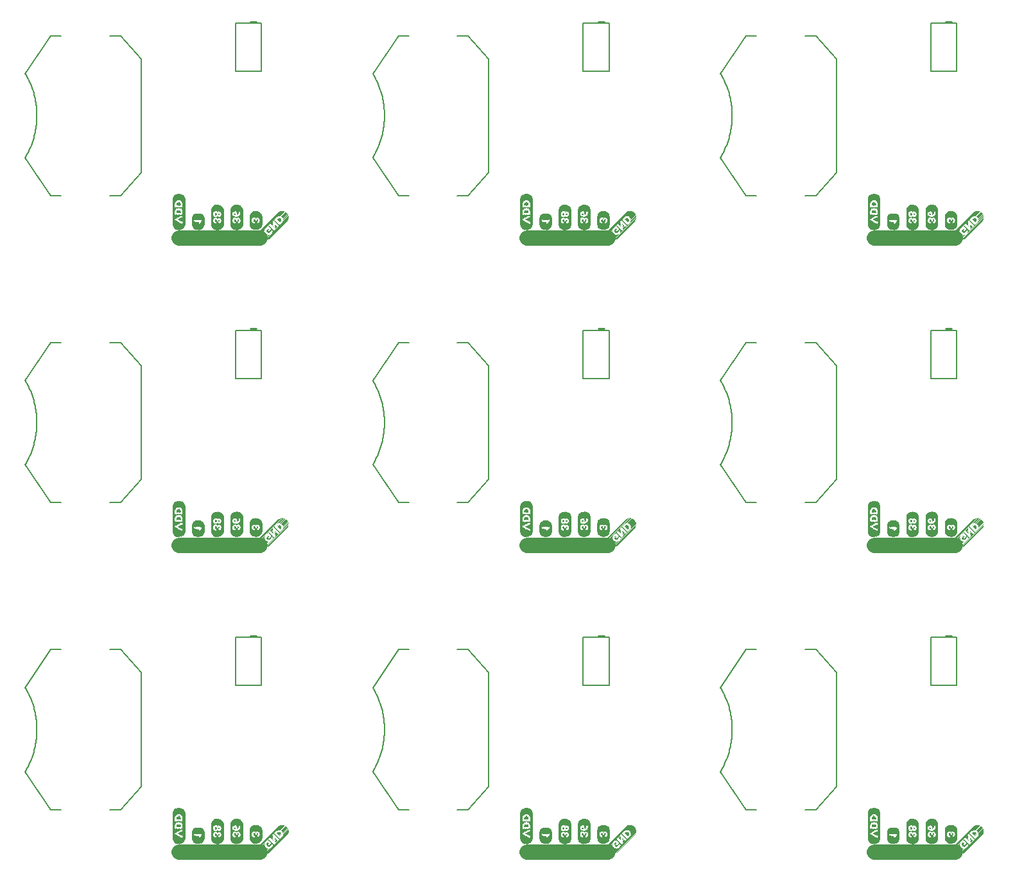
<source format=gbo>
G75*
%MOIN*%
%OFA0B0*%
%FSLAX25Y25*%
%IPPOS*%
%LPD*%
%AMOC8*
5,1,8,0,0,1.08239X$1,22.5*
%
%ADD10C,0.08000*%
%ADD11C,0.01000*%
%ADD12C,0.00500*%
%ADD13C,0.00800*%
%ADD14R,0.00157X0.14016*%
%ADD15R,0.00157X0.14961*%
%ADD16R,0.00157X0.15591*%
%ADD17R,0.00157X0.16220*%
%ADD18R,0.00157X0.16535*%
%ADD19R,0.00157X0.16850*%
%ADD20R,0.00157X0.17165*%
%ADD21R,0.00157X0.03150*%
%ADD22R,0.00157X0.02835*%
%ADD23R,0.00157X0.11181*%
%ADD24R,0.00157X0.02992*%
%ADD25R,0.00157X0.02520*%
%ADD26R,0.00157X0.00630*%
%ADD27R,0.00157X0.01732*%
%ADD28R,0.00157X0.04252*%
%ADD29R,0.00157X0.02205*%
%ADD30R,0.00157X0.00472*%
%ADD31R,0.00157X0.01417*%
%ADD32R,0.00157X0.03937*%
%ADD33R,0.00157X0.00315*%
%ADD34R,0.00157X0.01102*%
%ADD35R,0.00157X0.03780*%
%ADD36R,0.00157X0.01890*%
%ADD37R,0.00157X0.00945*%
%ADD38R,0.00157X0.03622*%
%ADD39R,0.00157X0.00787*%
%ADD40R,0.00157X0.03307*%
%ADD41R,0.00157X0.03465*%
%ADD42R,0.00157X0.01575*%
%ADD43R,0.00157X0.01260*%
%ADD44R,0.00157X0.04094*%
%ADD45R,0.00157X0.04409*%
%ADD46R,0.00157X0.02047*%
%ADD47R,0.00157X0.02362*%
%ADD48R,0.00157X0.08346*%
%ADD49R,0.00157X0.09291*%
%ADD50R,0.00157X0.09921*%
%ADD51R,0.00157X0.10551*%
%ADD52R,0.00157X0.10866*%
%ADD53R,0.00157X0.11496*%
%ADD54R,0.00157X0.02677*%
%ADD55R,0.00157X0.04567*%
%ADD56R,0.00157X0.05197*%
%ADD57R,0.00157X0.07087*%
%ADD58R,0.00157X0.04724*%
%ADD59R,0.00157X0.04882*%
%ADD60R,0.00157X0.05039*%
%ADD61R,0.00157X0.00157*%
%ADD62R,0.13701X0.00157*%
%ADD63R,0.14646X0.00157*%
%ADD64R,0.15276X0.00157*%
%ADD65R,0.15906X0.00157*%
%ADD66R,0.16220X0.00157*%
%ADD67R,0.16535X0.00157*%
%ADD68R,0.16850X0.00157*%
%ADD69R,0.04252X0.00157*%
%ADD70R,0.11969X0.00157*%
%ADD71R,0.04094X0.00157*%
%ADD72R,0.01260X0.00157*%
%ADD73R,0.01890X0.00157*%
%ADD74R,0.00630X0.00157*%
%ADD75R,0.03780X0.00157*%
%ADD76R,0.00787X0.00157*%
%ADD77R,0.01575X0.00157*%
%ADD78R,0.00472X0.00157*%
%ADD79R,0.01417X0.00157*%
%ADD80R,0.03465X0.00157*%
%ADD81R,0.03622X0.00157*%
%ADD82R,0.01102X0.00157*%
%ADD83R,0.03307X0.00157*%
%ADD84R,0.00945X0.00157*%
%ADD85R,0.02835X0.00157*%
%ADD86R,0.02992X0.00157*%
%ADD87R,0.00157X0.00157*%
%ADD88R,0.00315X0.00157*%
%ADD89R,0.03937X0.00157*%
%ADD90R,0.01732X0.00157*%
%ADD91R,0.00157X0.05512*%
%ADD92R,0.00157X0.06142*%
%ADD93R,0.00157X0.06457*%
%ADD94R,0.00157X0.06772*%
%ADD95R,0.00157X0.07402*%
%ADD96R,0.00157X0.05827*%
%ADD97R,0.00157X0.07717*%
%ADD98R,0.00157X0.08031*%
D10*
X0139750Y0043500D02*
X0181750Y0043500D01*
X0320230Y0043500D02*
X0362230Y0043500D01*
X0500711Y0043500D02*
X0542711Y0043500D01*
X0542711Y0202980D02*
X0500711Y0202980D01*
X0362230Y0202980D02*
X0320230Y0202980D01*
X0181750Y0202980D02*
X0139750Y0202980D01*
X0139750Y0362461D02*
X0181750Y0362461D01*
X0320230Y0362461D02*
X0362230Y0362461D01*
X0500711Y0362461D02*
X0542711Y0362461D01*
D11*
X0540715Y0315551D02*
X0537715Y0315551D01*
X0360234Y0315551D02*
X0357234Y0315551D01*
X0179754Y0315551D02*
X0176754Y0315551D01*
X0176754Y0156071D02*
X0179754Y0156071D01*
X0357234Y0156071D02*
X0360234Y0156071D01*
X0537715Y0156071D02*
X0540715Y0156071D01*
X0540715Y0475031D02*
X0537715Y0475031D01*
X0360234Y0475031D02*
X0357234Y0475031D01*
X0179754Y0475031D02*
X0176754Y0475031D01*
D12*
X0182486Y0474134D02*
X0168982Y0474134D01*
X0168982Y0449134D01*
X0182486Y0449134D01*
X0182486Y0474134D01*
X0349463Y0474134D02*
X0349463Y0449134D01*
X0362967Y0449134D01*
X0362967Y0474134D01*
X0349463Y0474134D01*
X0529943Y0474134D02*
X0529943Y0449134D01*
X0543447Y0449134D01*
X0543447Y0474134D01*
X0529943Y0474134D01*
X0529943Y0314654D02*
X0543447Y0314654D01*
X0543447Y0289654D01*
X0529943Y0289654D01*
X0529943Y0314654D01*
X0362967Y0314654D02*
X0362967Y0289654D01*
X0349463Y0289654D01*
X0349463Y0314654D01*
X0362967Y0314654D01*
X0182486Y0314654D02*
X0182486Y0289654D01*
X0168982Y0289654D01*
X0168982Y0314654D01*
X0182486Y0314654D01*
X0182486Y0155173D02*
X0168982Y0155173D01*
X0168982Y0130173D01*
X0182486Y0130173D01*
X0182486Y0155173D01*
X0349463Y0155173D02*
X0349463Y0130173D01*
X0362967Y0130173D01*
X0362967Y0155173D01*
X0349463Y0155173D01*
X0529943Y0155173D02*
X0529943Y0130173D01*
X0543447Y0130173D01*
X0543447Y0155173D01*
X0529943Y0155173D01*
D13*
X0078490Y0065705D02*
X0073175Y0065705D01*
X0059789Y0085390D01*
X0060307Y0086269D01*
X0060804Y0087161D01*
X0061279Y0088065D01*
X0061732Y0088979D01*
X0062163Y0089905D01*
X0062571Y0090840D01*
X0062957Y0091785D01*
X0063320Y0092740D01*
X0063659Y0093703D01*
X0063975Y0094673D01*
X0064267Y0095651D01*
X0064536Y0096636D01*
X0064781Y0097627D01*
X0065001Y0098624D01*
X0065198Y0099626D01*
X0065370Y0100632D01*
X0065518Y0101642D01*
X0065641Y0102655D01*
X0065740Y0103671D01*
X0065814Y0104689D01*
X0065863Y0105709D01*
X0065888Y0106730D01*
X0065888Y0107750D01*
X0065863Y0108771D01*
X0065814Y0109791D01*
X0065740Y0110809D01*
X0065641Y0111825D01*
X0065518Y0112838D01*
X0065370Y0113848D01*
X0065198Y0114854D01*
X0065001Y0115856D01*
X0064781Y0116853D01*
X0064536Y0117844D01*
X0064267Y0118829D01*
X0063975Y0119807D01*
X0063659Y0120777D01*
X0063320Y0121740D01*
X0062957Y0122695D01*
X0062571Y0123640D01*
X0062163Y0124575D01*
X0061732Y0125501D01*
X0061279Y0126415D01*
X0060804Y0127319D01*
X0060307Y0128211D01*
X0059789Y0129090D01*
X0059789Y0129091D02*
X0073175Y0148776D01*
X0078490Y0148776D01*
X0103687Y0148776D02*
X0109396Y0148776D01*
X0120026Y0136768D01*
X0120026Y0077713D01*
X0109396Y0065705D01*
X0103687Y0065705D01*
X0240270Y0085390D02*
X0240788Y0086269D01*
X0241285Y0087161D01*
X0241760Y0088065D01*
X0242213Y0088979D01*
X0242644Y0089905D01*
X0243052Y0090840D01*
X0243438Y0091785D01*
X0243801Y0092740D01*
X0244140Y0093703D01*
X0244456Y0094673D01*
X0244748Y0095651D01*
X0245017Y0096636D01*
X0245262Y0097627D01*
X0245482Y0098624D01*
X0245679Y0099626D01*
X0245851Y0100632D01*
X0245999Y0101642D01*
X0246122Y0102655D01*
X0246221Y0103671D01*
X0246295Y0104689D01*
X0246344Y0105709D01*
X0246369Y0106730D01*
X0246369Y0107750D01*
X0246344Y0108771D01*
X0246295Y0109791D01*
X0246221Y0110809D01*
X0246122Y0111825D01*
X0245999Y0112838D01*
X0245851Y0113848D01*
X0245679Y0114854D01*
X0245482Y0115856D01*
X0245262Y0116853D01*
X0245017Y0117844D01*
X0244748Y0118829D01*
X0244456Y0119807D01*
X0244140Y0120777D01*
X0243801Y0121740D01*
X0243438Y0122695D01*
X0243052Y0123640D01*
X0242644Y0124575D01*
X0242213Y0125501D01*
X0241760Y0126415D01*
X0241285Y0127319D01*
X0240788Y0128211D01*
X0240270Y0129090D01*
X0240270Y0129091D02*
X0253655Y0148776D01*
X0258970Y0148776D01*
X0284167Y0148776D02*
X0289876Y0148776D01*
X0300506Y0136768D01*
X0300506Y0077713D01*
X0289876Y0065705D01*
X0284167Y0065705D01*
X0258970Y0065705D02*
X0253655Y0065705D01*
X0240270Y0085390D01*
X0420750Y0085390D02*
X0421268Y0086269D01*
X0421765Y0087161D01*
X0422240Y0088065D01*
X0422693Y0088979D01*
X0423124Y0089905D01*
X0423532Y0090840D01*
X0423918Y0091785D01*
X0424281Y0092740D01*
X0424620Y0093703D01*
X0424936Y0094673D01*
X0425228Y0095651D01*
X0425497Y0096636D01*
X0425742Y0097627D01*
X0425962Y0098624D01*
X0426159Y0099626D01*
X0426331Y0100632D01*
X0426479Y0101642D01*
X0426602Y0102655D01*
X0426701Y0103671D01*
X0426775Y0104689D01*
X0426824Y0105709D01*
X0426849Y0106730D01*
X0426849Y0107750D01*
X0426824Y0108771D01*
X0426775Y0109791D01*
X0426701Y0110809D01*
X0426602Y0111825D01*
X0426479Y0112838D01*
X0426331Y0113848D01*
X0426159Y0114854D01*
X0425962Y0115856D01*
X0425742Y0116853D01*
X0425497Y0117844D01*
X0425228Y0118829D01*
X0424936Y0119807D01*
X0424620Y0120777D01*
X0424281Y0121740D01*
X0423918Y0122695D01*
X0423532Y0123640D01*
X0423124Y0124575D01*
X0422693Y0125501D01*
X0422240Y0126415D01*
X0421765Y0127319D01*
X0421268Y0128211D01*
X0420750Y0129090D01*
X0420750Y0129091D02*
X0434136Y0148776D01*
X0439451Y0148776D01*
X0464648Y0148776D02*
X0470356Y0148776D01*
X0480986Y0136768D01*
X0480986Y0077713D01*
X0470356Y0065705D01*
X0464648Y0065705D01*
X0439451Y0065705D02*
X0434136Y0065705D01*
X0420750Y0085390D01*
X0434136Y0225185D02*
X0439451Y0225185D01*
X0434136Y0225185D02*
X0420750Y0244870D01*
X0421268Y0245749D01*
X0421765Y0246641D01*
X0422240Y0247545D01*
X0422693Y0248459D01*
X0423124Y0249385D01*
X0423532Y0250320D01*
X0423918Y0251265D01*
X0424281Y0252220D01*
X0424620Y0253183D01*
X0424936Y0254153D01*
X0425228Y0255131D01*
X0425497Y0256116D01*
X0425742Y0257107D01*
X0425962Y0258104D01*
X0426159Y0259106D01*
X0426331Y0260112D01*
X0426479Y0261122D01*
X0426602Y0262135D01*
X0426701Y0263151D01*
X0426775Y0264169D01*
X0426824Y0265189D01*
X0426849Y0266210D01*
X0426849Y0267230D01*
X0426824Y0268251D01*
X0426775Y0269271D01*
X0426701Y0270289D01*
X0426602Y0271305D01*
X0426479Y0272318D01*
X0426331Y0273328D01*
X0426159Y0274334D01*
X0425962Y0275336D01*
X0425742Y0276333D01*
X0425497Y0277324D01*
X0425228Y0278309D01*
X0424936Y0279287D01*
X0424620Y0280257D01*
X0424281Y0281220D01*
X0423918Y0282175D01*
X0423532Y0283120D01*
X0423124Y0284055D01*
X0422693Y0284981D01*
X0422240Y0285895D01*
X0421765Y0286799D01*
X0421268Y0287691D01*
X0420750Y0288570D01*
X0420750Y0288571D02*
X0434136Y0308256D01*
X0439451Y0308256D01*
X0464648Y0308256D02*
X0470356Y0308256D01*
X0480986Y0296248D01*
X0480986Y0237193D01*
X0470356Y0225185D01*
X0464648Y0225185D01*
X0300506Y0237193D02*
X0289876Y0225185D01*
X0284167Y0225185D01*
X0300506Y0237193D02*
X0300506Y0296248D01*
X0289876Y0308256D01*
X0284167Y0308256D01*
X0258970Y0308256D02*
X0253655Y0308256D01*
X0240270Y0288571D01*
X0240270Y0288570D02*
X0240788Y0287691D01*
X0241285Y0286799D01*
X0241760Y0285895D01*
X0242213Y0284981D01*
X0242644Y0284055D01*
X0243052Y0283120D01*
X0243438Y0282175D01*
X0243801Y0281220D01*
X0244140Y0280257D01*
X0244456Y0279287D01*
X0244748Y0278309D01*
X0245017Y0277324D01*
X0245262Y0276333D01*
X0245482Y0275336D01*
X0245679Y0274334D01*
X0245851Y0273328D01*
X0245999Y0272318D01*
X0246122Y0271305D01*
X0246221Y0270289D01*
X0246295Y0269271D01*
X0246344Y0268251D01*
X0246369Y0267230D01*
X0246369Y0266210D01*
X0246344Y0265189D01*
X0246295Y0264169D01*
X0246221Y0263151D01*
X0246122Y0262135D01*
X0245999Y0261122D01*
X0245851Y0260112D01*
X0245679Y0259106D01*
X0245482Y0258104D01*
X0245262Y0257107D01*
X0245017Y0256116D01*
X0244748Y0255131D01*
X0244456Y0254153D01*
X0244140Y0253183D01*
X0243801Y0252220D01*
X0243438Y0251265D01*
X0243052Y0250320D01*
X0242644Y0249385D01*
X0242213Y0248459D01*
X0241760Y0247545D01*
X0241285Y0246641D01*
X0240788Y0245749D01*
X0240270Y0244870D01*
X0253655Y0225185D01*
X0258970Y0225185D01*
X0120026Y0237193D02*
X0109396Y0225185D01*
X0103687Y0225185D01*
X0120026Y0237193D02*
X0120026Y0296248D01*
X0109396Y0308256D01*
X0103687Y0308256D01*
X0078490Y0308256D02*
X0073175Y0308256D01*
X0059789Y0288571D01*
X0059789Y0288570D02*
X0060307Y0287691D01*
X0060804Y0286799D01*
X0061279Y0285895D01*
X0061732Y0284981D01*
X0062163Y0284055D01*
X0062571Y0283120D01*
X0062957Y0282175D01*
X0063320Y0281220D01*
X0063659Y0280257D01*
X0063975Y0279287D01*
X0064267Y0278309D01*
X0064536Y0277324D01*
X0064781Y0276333D01*
X0065001Y0275336D01*
X0065198Y0274334D01*
X0065370Y0273328D01*
X0065518Y0272318D01*
X0065641Y0271305D01*
X0065740Y0270289D01*
X0065814Y0269271D01*
X0065863Y0268251D01*
X0065888Y0267230D01*
X0065888Y0266210D01*
X0065863Y0265189D01*
X0065814Y0264169D01*
X0065740Y0263151D01*
X0065641Y0262135D01*
X0065518Y0261122D01*
X0065370Y0260112D01*
X0065198Y0259106D01*
X0065001Y0258104D01*
X0064781Y0257107D01*
X0064536Y0256116D01*
X0064267Y0255131D01*
X0063975Y0254153D01*
X0063659Y0253183D01*
X0063320Y0252220D01*
X0062957Y0251265D01*
X0062571Y0250320D01*
X0062163Y0249385D01*
X0061732Y0248459D01*
X0061279Y0247545D01*
X0060804Y0246641D01*
X0060307Y0245749D01*
X0059789Y0244870D01*
X0073175Y0225185D01*
X0078490Y0225185D01*
X0078490Y0384665D02*
X0073175Y0384665D01*
X0059789Y0404350D01*
X0059789Y0404351D02*
X0060307Y0405230D01*
X0060804Y0406122D01*
X0061279Y0407026D01*
X0061732Y0407940D01*
X0062163Y0408866D01*
X0062571Y0409801D01*
X0062957Y0410746D01*
X0063320Y0411701D01*
X0063659Y0412664D01*
X0063975Y0413634D01*
X0064267Y0414612D01*
X0064536Y0415597D01*
X0064781Y0416588D01*
X0065001Y0417585D01*
X0065198Y0418587D01*
X0065370Y0419593D01*
X0065518Y0420603D01*
X0065641Y0421616D01*
X0065740Y0422632D01*
X0065814Y0423650D01*
X0065863Y0424670D01*
X0065888Y0425691D01*
X0065888Y0426711D01*
X0065863Y0427732D01*
X0065814Y0428752D01*
X0065740Y0429770D01*
X0065641Y0430786D01*
X0065518Y0431799D01*
X0065370Y0432809D01*
X0065198Y0433815D01*
X0065001Y0434817D01*
X0064781Y0435814D01*
X0064536Y0436805D01*
X0064267Y0437790D01*
X0063975Y0438768D01*
X0063659Y0439738D01*
X0063320Y0440701D01*
X0062957Y0441656D01*
X0062571Y0442601D01*
X0062163Y0443536D01*
X0061732Y0444462D01*
X0061279Y0445376D01*
X0060804Y0446280D01*
X0060307Y0447172D01*
X0059789Y0448051D01*
X0073175Y0467736D01*
X0078490Y0467736D01*
X0103687Y0467736D02*
X0109396Y0467736D01*
X0120026Y0455728D01*
X0120026Y0396673D01*
X0109396Y0384665D01*
X0103687Y0384665D01*
X0240270Y0404351D02*
X0240788Y0405230D01*
X0241285Y0406122D01*
X0241760Y0407026D01*
X0242213Y0407940D01*
X0242644Y0408866D01*
X0243052Y0409801D01*
X0243438Y0410746D01*
X0243801Y0411701D01*
X0244140Y0412664D01*
X0244456Y0413634D01*
X0244748Y0414612D01*
X0245017Y0415597D01*
X0245262Y0416588D01*
X0245482Y0417585D01*
X0245679Y0418587D01*
X0245851Y0419593D01*
X0245999Y0420603D01*
X0246122Y0421616D01*
X0246221Y0422632D01*
X0246295Y0423650D01*
X0246344Y0424670D01*
X0246369Y0425691D01*
X0246369Y0426711D01*
X0246344Y0427732D01*
X0246295Y0428752D01*
X0246221Y0429770D01*
X0246122Y0430786D01*
X0245999Y0431799D01*
X0245851Y0432809D01*
X0245679Y0433815D01*
X0245482Y0434817D01*
X0245262Y0435814D01*
X0245017Y0436805D01*
X0244748Y0437790D01*
X0244456Y0438768D01*
X0244140Y0439738D01*
X0243801Y0440701D01*
X0243438Y0441656D01*
X0243052Y0442601D01*
X0242644Y0443536D01*
X0242213Y0444462D01*
X0241760Y0445376D01*
X0241285Y0446280D01*
X0240788Y0447172D01*
X0240270Y0448051D01*
X0253655Y0467736D01*
X0258970Y0467736D01*
X0284167Y0467736D02*
X0289876Y0467736D01*
X0300506Y0455728D01*
X0300506Y0396673D01*
X0289876Y0384665D01*
X0284167Y0384665D01*
X0258970Y0384665D02*
X0253655Y0384665D01*
X0240270Y0404350D01*
X0420750Y0404351D02*
X0421268Y0405230D01*
X0421765Y0406122D01*
X0422240Y0407026D01*
X0422693Y0407940D01*
X0423124Y0408866D01*
X0423532Y0409801D01*
X0423918Y0410746D01*
X0424281Y0411701D01*
X0424620Y0412664D01*
X0424936Y0413634D01*
X0425228Y0414612D01*
X0425497Y0415597D01*
X0425742Y0416588D01*
X0425962Y0417585D01*
X0426159Y0418587D01*
X0426331Y0419593D01*
X0426479Y0420603D01*
X0426602Y0421616D01*
X0426701Y0422632D01*
X0426775Y0423650D01*
X0426824Y0424670D01*
X0426849Y0425691D01*
X0426849Y0426711D01*
X0426824Y0427732D01*
X0426775Y0428752D01*
X0426701Y0429770D01*
X0426602Y0430786D01*
X0426479Y0431799D01*
X0426331Y0432809D01*
X0426159Y0433815D01*
X0425962Y0434817D01*
X0425742Y0435814D01*
X0425497Y0436805D01*
X0425228Y0437790D01*
X0424936Y0438768D01*
X0424620Y0439738D01*
X0424281Y0440701D01*
X0423918Y0441656D01*
X0423532Y0442601D01*
X0423124Y0443536D01*
X0422693Y0444462D01*
X0422240Y0445376D01*
X0421765Y0446280D01*
X0421268Y0447172D01*
X0420750Y0448051D01*
X0434136Y0467736D01*
X0439451Y0467736D01*
X0464648Y0467736D02*
X0470356Y0467736D01*
X0480986Y0455728D01*
X0480986Y0396673D01*
X0470356Y0384665D01*
X0464648Y0384665D01*
X0439451Y0384665D02*
X0434136Y0384665D01*
X0420750Y0404350D01*
D14*
X0497561Y0376146D03*
X0503860Y0376146D03*
X0323380Y0376146D03*
X0317081Y0376146D03*
X0142900Y0376146D03*
X0136600Y0376146D03*
X0136600Y0216665D03*
X0142900Y0216665D03*
X0317081Y0216665D03*
X0323380Y0216665D03*
X0497561Y0216665D03*
X0503860Y0216665D03*
X0503860Y0057185D03*
X0497561Y0057185D03*
X0323380Y0057185D03*
X0317081Y0057185D03*
X0142900Y0057185D03*
X0136600Y0057185D03*
D15*
X0136758Y0057185D03*
X0142742Y0057185D03*
X0317238Y0057185D03*
X0323222Y0057185D03*
X0497718Y0057185D03*
X0503703Y0057185D03*
X0503703Y0216665D03*
X0497718Y0216665D03*
X0323222Y0216665D03*
X0317238Y0216665D03*
X0142742Y0216665D03*
X0136758Y0216665D03*
X0136758Y0376146D03*
X0142742Y0376146D03*
X0317238Y0376146D03*
X0323222Y0376146D03*
X0497718Y0376146D03*
X0503703Y0376146D03*
D16*
X0503545Y0376146D03*
X0497876Y0376146D03*
X0323065Y0376146D03*
X0317396Y0376146D03*
X0142585Y0376146D03*
X0136915Y0376146D03*
X0136915Y0216665D03*
X0142585Y0216665D03*
X0317396Y0216665D03*
X0323065Y0216665D03*
X0497876Y0216665D03*
X0503545Y0216665D03*
X0503545Y0057185D03*
X0497876Y0057185D03*
X0323065Y0057185D03*
X0317396Y0057185D03*
X0142585Y0057185D03*
X0136915Y0057185D03*
D17*
X0137073Y0057185D03*
X0142427Y0057185D03*
X0317553Y0057185D03*
X0322907Y0057185D03*
X0498033Y0057185D03*
X0503388Y0057185D03*
X0503388Y0216665D03*
X0498033Y0216665D03*
X0322907Y0216665D03*
X0317553Y0216665D03*
X0142427Y0216665D03*
X0137073Y0216665D03*
X0137073Y0376146D03*
X0142427Y0376146D03*
X0317553Y0376146D03*
X0322907Y0376146D03*
X0498033Y0376146D03*
X0503388Y0376146D03*
D18*
X0503230Y0376146D03*
X0498191Y0376146D03*
X0322750Y0376146D03*
X0317711Y0376146D03*
X0142270Y0376146D03*
X0137230Y0376146D03*
X0137230Y0216665D03*
X0142270Y0216665D03*
X0317711Y0216665D03*
X0322750Y0216665D03*
X0498191Y0216665D03*
X0503230Y0216665D03*
X0503230Y0057185D03*
X0498191Y0057185D03*
X0322750Y0057185D03*
X0317711Y0057185D03*
X0142270Y0057185D03*
X0137230Y0057185D03*
D19*
X0137388Y0057185D03*
X0142112Y0057185D03*
X0317868Y0057185D03*
X0322593Y0057185D03*
X0498348Y0057185D03*
X0503073Y0057185D03*
X0503073Y0216665D03*
X0498348Y0216665D03*
X0322593Y0216665D03*
X0317868Y0216665D03*
X0142112Y0216665D03*
X0137388Y0216665D03*
X0137388Y0376146D03*
X0142112Y0376146D03*
X0317868Y0376146D03*
X0322593Y0376146D03*
X0498348Y0376146D03*
X0503073Y0376146D03*
D20*
X0502915Y0376146D03*
X0498506Y0376146D03*
X0322435Y0376146D03*
X0318026Y0376146D03*
X0141955Y0376146D03*
X0137545Y0376146D03*
X0137545Y0216665D03*
X0141955Y0216665D03*
X0318026Y0216665D03*
X0322435Y0216665D03*
X0498506Y0216665D03*
X0502915Y0216665D03*
X0502915Y0057185D03*
X0498506Y0057185D03*
X0322435Y0057185D03*
X0318026Y0057185D03*
X0141955Y0057185D03*
X0137545Y0057185D03*
D21*
X0141797Y0050020D03*
X0141010Y0049547D03*
X0148175Y0054587D03*
X0148333Y0054587D03*
X0151167Y0054587D03*
X0151325Y0054587D03*
X0158018Y0058839D03*
X0158333Y0058996D03*
X0158490Y0059154D03*
X0158648Y0059154D03*
X0158805Y0059154D03*
X0158018Y0049862D03*
X0158333Y0049705D03*
X0158490Y0049547D03*
X0158648Y0049547D03*
X0158805Y0049547D03*
X0168333Y0049705D03*
X0178018Y0050020D03*
X0178175Y0049862D03*
X0178490Y0049705D03*
X0178648Y0049705D03*
X0178805Y0049705D03*
X0181167Y0049862D03*
X0181167Y0055689D03*
X0180852Y0055846D03*
X0180695Y0055846D03*
X0178805Y0055846D03*
X0178648Y0055846D03*
X0178490Y0055846D03*
X0178175Y0055689D03*
X0178018Y0055531D03*
X0171640Y0058839D03*
X0171325Y0058996D03*
X0171167Y0058996D03*
X0168805Y0059154D03*
X0168333Y0058996D03*
X0321490Y0049547D03*
X0322278Y0050020D03*
X0328655Y0054587D03*
X0328813Y0054587D03*
X0331648Y0054587D03*
X0331805Y0054587D03*
X0338498Y0058839D03*
X0338813Y0058996D03*
X0338970Y0059154D03*
X0339128Y0059154D03*
X0339285Y0059154D03*
X0348813Y0058996D03*
X0349285Y0059154D03*
X0351648Y0058996D03*
X0351805Y0058996D03*
X0352120Y0058839D03*
X0358498Y0055531D03*
X0358655Y0055689D03*
X0358970Y0055846D03*
X0359128Y0055846D03*
X0359285Y0055846D03*
X0361175Y0055846D03*
X0361333Y0055846D03*
X0361648Y0055689D03*
X0361648Y0049862D03*
X0359285Y0049705D03*
X0359128Y0049705D03*
X0358970Y0049705D03*
X0358655Y0049862D03*
X0358498Y0050020D03*
X0348813Y0049705D03*
X0339285Y0049547D03*
X0339128Y0049547D03*
X0338970Y0049547D03*
X0338813Y0049705D03*
X0338498Y0049862D03*
X0501970Y0049547D03*
X0502758Y0050020D03*
X0509136Y0054587D03*
X0509293Y0054587D03*
X0512128Y0054587D03*
X0512285Y0054587D03*
X0518978Y0058839D03*
X0519293Y0058996D03*
X0519451Y0059154D03*
X0519608Y0059154D03*
X0519766Y0059154D03*
X0529293Y0058996D03*
X0529766Y0059154D03*
X0532128Y0058996D03*
X0532285Y0058996D03*
X0532600Y0058839D03*
X0538978Y0055531D03*
X0539136Y0055689D03*
X0539451Y0055846D03*
X0539608Y0055846D03*
X0539766Y0055846D03*
X0541655Y0055846D03*
X0541813Y0055846D03*
X0542128Y0055689D03*
X0542128Y0049862D03*
X0539766Y0049705D03*
X0539608Y0049705D03*
X0539451Y0049705D03*
X0539136Y0049862D03*
X0538978Y0050020D03*
X0529293Y0049705D03*
X0519766Y0049547D03*
X0519608Y0049547D03*
X0519451Y0049547D03*
X0519293Y0049705D03*
X0518978Y0049862D03*
X0519451Y0209028D03*
X0519608Y0209028D03*
X0519766Y0209028D03*
X0519293Y0209185D03*
X0518978Y0209343D03*
X0512285Y0214067D03*
X0512128Y0214067D03*
X0509293Y0214067D03*
X0509136Y0214067D03*
X0502758Y0209500D03*
X0501970Y0209028D03*
X0518978Y0218319D03*
X0519293Y0218476D03*
X0519451Y0218634D03*
X0519608Y0218634D03*
X0519766Y0218634D03*
X0529293Y0218476D03*
X0529766Y0218634D03*
X0532128Y0218476D03*
X0532285Y0218476D03*
X0532600Y0218319D03*
X0538978Y0215012D03*
X0539136Y0215169D03*
X0539451Y0215327D03*
X0539608Y0215327D03*
X0539766Y0215327D03*
X0541655Y0215327D03*
X0541813Y0215327D03*
X0542128Y0215169D03*
X0542128Y0209343D03*
X0539766Y0209185D03*
X0539608Y0209185D03*
X0539451Y0209185D03*
X0539136Y0209343D03*
X0538978Y0209500D03*
X0529293Y0209185D03*
X0361648Y0209343D03*
X0359285Y0209185D03*
X0359128Y0209185D03*
X0358970Y0209185D03*
X0358655Y0209343D03*
X0358498Y0209500D03*
X0358498Y0215012D03*
X0358655Y0215169D03*
X0358970Y0215327D03*
X0359128Y0215327D03*
X0359285Y0215327D03*
X0361175Y0215327D03*
X0361333Y0215327D03*
X0361648Y0215169D03*
X0352120Y0218319D03*
X0351805Y0218476D03*
X0351648Y0218476D03*
X0349285Y0218634D03*
X0348813Y0218476D03*
X0348813Y0209185D03*
X0339285Y0209028D03*
X0339128Y0209028D03*
X0338970Y0209028D03*
X0338813Y0209185D03*
X0338498Y0209343D03*
X0331805Y0214067D03*
X0331648Y0214067D03*
X0328813Y0214067D03*
X0328655Y0214067D03*
X0322278Y0209500D03*
X0321490Y0209028D03*
X0338498Y0218319D03*
X0338813Y0218476D03*
X0338970Y0218634D03*
X0339128Y0218634D03*
X0339285Y0218634D03*
X0181167Y0215169D03*
X0180852Y0215327D03*
X0180695Y0215327D03*
X0178805Y0215327D03*
X0178648Y0215327D03*
X0178490Y0215327D03*
X0178175Y0215169D03*
X0178018Y0215012D03*
X0178018Y0209500D03*
X0178175Y0209343D03*
X0178490Y0209185D03*
X0178648Y0209185D03*
X0178805Y0209185D03*
X0181167Y0209343D03*
X0168333Y0209185D03*
X0168333Y0218476D03*
X0168805Y0218634D03*
X0171167Y0218476D03*
X0171325Y0218476D03*
X0171640Y0218319D03*
X0158805Y0218634D03*
X0158648Y0218634D03*
X0158490Y0218634D03*
X0158333Y0218476D03*
X0158018Y0218319D03*
X0151325Y0214067D03*
X0151167Y0214067D03*
X0148333Y0214067D03*
X0148175Y0214067D03*
X0141797Y0209500D03*
X0141010Y0209028D03*
X0158018Y0209343D03*
X0158333Y0209185D03*
X0158490Y0209028D03*
X0158648Y0209028D03*
X0158805Y0209028D03*
X0158805Y0368508D03*
X0158648Y0368508D03*
X0158490Y0368508D03*
X0158333Y0368665D03*
X0158018Y0368823D03*
X0151325Y0373547D03*
X0151167Y0373547D03*
X0148333Y0373547D03*
X0148175Y0373547D03*
X0141797Y0368980D03*
X0141010Y0368508D03*
X0158018Y0377799D03*
X0158333Y0377957D03*
X0158490Y0378114D03*
X0158648Y0378114D03*
X0158805Y0378114D03*
X0168333Y0377957D03*
X0168805Y0378114D03*
X0171167Y0377957D03*
X0171325Y0377957D03*
X0171640Y0377799D03*
X0178018Y0374492D03*
X0178175Y0374650D03*
X0178490Y0374807D03*
X0178648Y0374807D03*
X0178805Y0374807D03*
X0180695Y0374807D03*
X0180852Y0374807D03*
X0181167Y0374650D03*
X0181167Y0368823D03*
X0178805Y0368665D03*
X0178648Y0368665D03*
X0178490Y0368665D03*
X0178175Y0368823D03*
X0178018Y0368980D03*
X0168333Y0368665D03*
X0321490Y0368508D03*
X0322278Y0368980D03*
X0328655Y0373547D03*
X0328813Y0373547D03*
X0331648Y0373547D03*
X0331805Y0373547D03*
X0338498Y0377799D03*
X0338813Y0377957D03*
X0338970Y0378114D03*
X0339128Y0378114D03*
X0339285Y0378114D03*
X0338498Y0368823D03*
X0338813Y0368665D03*
X0338970Y0368508D03*
X0339128Y0368508D03*
X0339285Y0368508D03*
X0348813Y0368665D03*
X0348813Y0377957D03*
X0349285Y0378114D03*
X0351648Y0377957D03*
X0351805Y0377957D03*
X0352120Y0377799D03*
X0358498Y0374492D03*
X0358655Y0374650D03*
X0358970Y0374807D03*
X0359128Y0374807D03*
X0359285Y0374807D03*
X0361175Y0374807D03*
X0361333Y0374807D03*
X0361648Y0374650D03*
X0361648Y0368823D03*
X0359285Y0368665D03*
X0359128Y0368665D03*
X0358970Y0368665D03*
X0358655Y0368823D03*
X0358498Y0368980D03*
X0501970Y0368508D03*
X0502758Y0368980D03*
X0509136Y0373547D03*
X0509293Y0373547D03*
X0512128Y0373547D03*
X0512285Y0373547D03*
X0518978Y0377799D03*
X0519293Y0377957D03*
X0519451Y0378114D03*
X0519608Y0378114D03*
X0519766Y0378114D03*
X0518978Y0368823D03*
X0519293Y0368665D03*
X0519451Y0368508D03*
X0519608Y0368508D03*
X0519766Y0368508D03*
X0529293Y0368665D03*
X0529293Y0377957D03*
X0529766Y0378114D03*
X0532128Y0377957D03*
X0532285Y0377957D03*
X0532600Y0377799D03*
X0538978Y0374492D03*
X0539136Y0374650D03*
X0539451Y0374807D03*
X0539608Y0374807D03*
X0539766Y0374807D03*
X0541655Y0374807D03*
X0541813Y0374807D03*
X0542128Y0374650D03*
X0542128Y0368823D03*
X0539766Y0368665D03*
X0539608Y0368665D03*
X0539451Y0368665D03*
X0539136Y0368823D03*
X0538978Y0368980D03*
D22*
X0508663Y0373390D03*
X0502758Y0372130D03*
X0502443Y0368665D03*
X0328183Y0373390D03*
X0322278Y0372130D03*
X0321963Y0368665D03*
X0147703Y0373390D03*
X0141797Y0372130D03*
X0141482Y0368665D03*
X0147703Y0213909D03*
X0141797Y0212650D03*
X0141482Y0209185D03*
X0321963Y0209185D03*
X0322278Y0212650D03*
X0328183Y0213909D03*
X0502443Y0209185D03*
X0502758Y0212650D03*
X0508663Y0213909D03*
X0508663Y0054429D03*
X0502758Y0053169D03*
X0502443Y0049705D03*
X0328183Y0054429D03*
X0322278Y0053169D03*
X0321963Y0049705D03*
X0147703Y0054429D03*
X0141797Y0053169D03*
X0141482Y0049705D03*
D23*
X0141797Y0060335D03*
X0157388Y0054350D03*
X0162112Y0054350D03*
X0167388Y0054350D03*
X0172112Y0054350D03*
X0322278Y0060335D03*
X0337868Y0054350D03*
X0342593Y0054350D03*
X0347868Y0054350D03*
X0352593Y0054350D03*
X0502758Y0060335D03*
X0518348Y0054350D03*
X0523073Y0054350D03*
X0528348Y0054350D03*
X0533073Y0054350D03*
X0533073Y0213831D03*
X0528348Y0213831D03*
X0523073Y0213831D03*
X0518348Y0213831D03*
X0502758Y0219815D03*
X0352593Y0213831D03*
X0347868Y0213831D03*
X0342593Y0213831D03*
X0337868Y0213831D03*
X0322278Y0219815D03*
X0172112Y0213831D03*
X0167388Y0213831D03*
X0162112Y0213831D03*
X0157388Y0213831D03*
X0141797Y0219815D03*
X0157388Y0373311D03*
X0162112Y0373311D03*
X0167388Y0373311D03*
X0172112Y0373311D03*
X0141797Y0379295D03*
X0322278Y0379295D03*
X0337868Y0373311D03*
X0342593Y0373311D03*
X0347868Y0373311D03*
X0352593Y0373311D03*
X0502758Y0379295D03*
X0518348Y0373311D03*
X0523073Y0373311D03*
X0528348Y0373311D03*
X0533073Y0373311D03*
D24*
X0532443Y0377878D03*
X0539293Y0374728D03*
X0539293Y0368744D03*
X0512600Y0373468D03*
X0512443Y0373468D03*
X0508978Y0373468D03*
X0508821Y0373468D03*
X0502600Y0368744D03*
X0502285Y0368587D03*
X0502128Y0368587D03*
X0358813Y0368744D03*
X0358813Y0374728D03*
X0351963Y0377878D03*
X0332120Y0373468D03*
X0331963Y0373468D03*
X0328498Y0373468D03*
X0328341Y0373468D03*
X0322120Y0368744D03*
X0321805Y0368587D03*
X0321648Y0368587D03*
X0178333Y0368744D03*
X0178333Y0374728D03*
X0171482Y0377878D03*
X0151640Y0373468D03*
X0151482Y0373468D03*
X0148018Y0373468D03*
X0147860Y0373468D03*
X0141640Y0368744D03*
X0141325Y0368587D03*
X0141167Y0368587D03*
X0171482Y0218398D03*
X0178333Y0215248D03*
X0178333Y0209264D03*
X0151640Y0213988D03*
X0151482Y0213988D03*
X0148018Y0213988D03*
X0147860Y0213988D03*
X0141640Y0209264D03*
X0141325Y0209106D03*
X0141167Y0209106D03*
X0321648Y0209106D03*
X0321805Y0209106D03*
X0322120Y0209264D03*
X0328341Y0213988D03*
X0328498Y0213988D03*
X0331963Y0213988D03*
X0332120Y0213988D03*
X0351963Y0218398D03*
X0358813Y0215248D03*
X0358813Y0209264D03*
X0502128Y0209106D03*
X0502285Y0209106D03*
X0502600Y0209264D03*
X0508821Y0213988D03*
X0508978Y0213988D03*
X0512443Y0213988D03*
X0512600Y0213988D03*
X0532443Y0218398D03*
X0539293Y0215248D03*
X0539293Y0209264D03*
X0532443Y0058917D03*
X0539293Y0055768D03*
X0539293Y0049783D03*
X0512600Y0054508D03*
X0512443Y0054508D03*
X0508978Y0054508D03*
X0508821Y0054508D03*
X0502600Y0049783D03*
X0502285Y0049626D03*
X0502128Y0049626D03*
X0358813Y0049783D03*
X0358813Y0055768D03*
X0351963Y0058917D03*
X0332120Y0054508D03*
X0331963Y0054508D03*
X0328498Y0054508D03*
X0328341Y0054508D03*
X0322120Y0049783D03*
X0321805Y0049626D03*
X0321648Y0049626D03*
X0178333Y0049783D03*
X0178333Y0055768D03*
X0171482Y0058917D03*
X0151640Y0054508D03*
X0151482Y0054508D03*
X0148018Y0054508D03*
X0147860Y0054508D03*
X0141640Y0049783D03*
X0141325Y0049626D03*
X0141167Y0049626D03*
D25*
X0141640Y0053169D03*
X0171640Y0054902D03*
X0322120Y0053169D03*
X0352120Y0054902D03*
X0502600Y0053169D03*
X0532600Y0054902D03*
X0502600Y0212650D03*
X0532600Y0214382D03*
X0352120Y0214382D03*
X0322120Y0212650D03*
X0171640Y0214382D03*
X0141640Y0212650D03*
X0141640Y0372130D03*
X0171640Y0373862D03*
X0322120Y0372130D03*
X0352120Y0373862D03*
X0502600Y0372130D03*
X0532600Y0373862D03*
D26*
X0531498Y0373547D03*
X0531341Y0373547D03*
X0531183Y0373390D03*
X0531026Y0373390D03*
X0521970Y0373390D03*
X0521813Y0373390D03*
X0521655Y0373390D03*
X0521498Y0373390D03*
X0521341Y0373390D03*
X0521183Y0373390D03*
X0520396Y0373390D03*
X0519293Y0373390D03*
X0502600Y0374335D03*
X0501813Y0374335D03*
X0501655Y0374335D03*
X0500711Y0372130D03*
X0500553Y0372130D03*
X0499766Y0378272D03*
X0499608Y0378272D03*
X0499608Y0380004D03*
X0501655Y0378272D03*
X0501813Y0378272D03*
X0351018Y0373547D03*
X0350860Y0373547D03*
X0350703Y0373390D03*
X0350545Y0373390D03*
X0341490Y0373390D03*
X0341333Y0373390D03*
X0341175Y0373390D03*
X0341018Y0373390D03*
X0340860Y0373390D03*
X0340703Y0373390D03*
X0339915Y0373390D03*
X0338813Y0373390D03*
X0322120Y0374335D03*
X0321333Y0374335D03*
X0321175Y0374335D03*
X0320230Y0372130D03*
X0320073Y0372130D03*
X0319285Y0378272D03*
X0319128Y0378272D03*
X0319128Y0380004D03*
X0321175Y0378272D03*
X0321333Y0378272D03*
X0170537Y0373547D03*
X0170380Y0373547D03*
X0170222Y0373390D03*
X0170065Y0373390D03*
X0161010Y0373390D03*
X0160852Y0373390D03*
X0160695Y0373390D03*
X0160537Y0373390D03*
X0160380Y0373390D03*
X0160222Y0373390D03*
X0159435Y0373390D03*
X0158333Y0373390D03*
X0141640Y0374335D03*
X0140852Y0374335D03*
X0140695Y0374335D03*
X0139750Y0372130D03*
X0139593Y0372130D03*
X0138805Y0378272D03*
X0138648Y0378272D03*
X0138648Y0380004D03*
X0140695Y0378272D03*
X0140852Y0378272D03*
X0138648Y0220524D03*
X0138648Y0218791D03*
X0138805Y0218791D03*
X0140695Y0218791D03*
X0140852Y0218791D03*
X0140852Y0214854D03*
X0140695Y0214854D03*
X0141640Y0214854D03*
X0139750Y0212650D03*
X0139593Y0212650D03*
X0158333Y0213909D03*
X0159435Y0213909D03*
X0160222Y0213909D03*
X0160380Y0213909D03*
X0160537Y0213909D03*
X0160695Y0213909D03*
X0160852Y0213909D03*
X0161010Y0213909D03*
X0170065Y0213909D03*
X0170222Y0213909D03*
X0170380Y0214067D03*
X0170537Y0214067D03*
X0319128Y0218791D03*
X0319285Y0218791D03*
X0319128Y0220524D03*
X0321175Y0218791D03*
X0321333Y0218791D03*
X0321333Y0214854D03*
X0321175Y0214854D03*
X0322120Y0214854D03*
X0320230Y0212650D03*
X0320073Y0212650D03*
X0338813Y0213909D03*
X0339915Y0213909D03*
X0340703Y0213909D03*
X0340860Y0213909D03*
X0341018Y0213909D03*
X0341175Y0213909D03*
X0341333Y0213909D03*
X0341490Y0213909D03*
X0350545Y0213909D03*
X0350703Y0213909D03*
X0350860Y0214067D03*
X0351018Y0214067D03*
X0499608Y0218791D03*
X0499766Y0218791D03*
X0499608Y0220524D03*
X0501655Y0218791D03*
X0501813Y0218791D03*
X0501813Y0214854D03*
X0501655Y0214854D03*
X0502600Y0214854D03*
X0500711Y0212650D03*
X0500553Y0212650D03*
X0519293Y0213909D03*
X0520396Y0213909D03*
X0521183Y0213909D03*
X0521341Y0213909D03*
X0521498Y0213909D03*
X0521655Y0213909D03*
X0521813Y0213909D03*
X0521970Y0213909D03*
X0531026Y0213909D03*
X0531183Y0213909D03*
X0531341Y0214067D03*
X0531498Y0214067D03*
X0499608Y0061043D03*
X0499608Y0059311D03*
X0499766Y0059311D03*
X0501655Y0059311D03*
X0501813Y0059311D03*
X0501813Y0055374D03*
X0501655Y0055374D03*
X0502600Y0055374D03*
X0500711Y0053169D03*
X0500553Y0053169D03*
X0519293Y0054429D03*
X0520396Y0054429D03*
X0521183Y0054429D03*
X0521341Y0054429D03*
X0521498Y0054429D03*
X0521655Y0054429D03*
X0521813Y0054429D03*
X0521970Y0054429D03*
X0531026Y0054429D03*
X0531183Y0054429D03*
X0531341Y0054587D03*
X0531498Y0054587D03*
X0351018Y0054587D03*
X0350860Y0054587D03*
X0350703Y0054429D03*
X0350545Y0054429D03*
X0341490Y0054429D03*
X0341333Y0054429D03*
X0341175Y0054429D03*
X0341018Y0054429D03*
X0340860Y0054429D03*
X0340703Y0054429D03*
X0339915Y0054429D03*
X0338813Y0054429D03*
X0322120Y0055374D03*
X0321333Y0055374D03*
X0321175Y0055374D03*
X0320230Y0053169D03*
X0320073Y0053169D03*
X0319285Y0059311D03*
X0319128Y0059311D03*
X0319128Y0061043D03*
X0321175Y0059311D03*
X0321333Y0059311D03*
X0170537Y0054587D03*
X0170380Y0054587D03*
X0170222Y0054429D03*
X0170065Y0054429D03*
X0161010Y0054429D03*
X0160852Y0054429D03*
X0160695Y0054429D03*
X0160537Y0054429D03*
X0160380Y0054429D03*
X0160222Y0054429D03*
X0159435Y0054429D03*
X0158333Y0054429D03*
X0141640Y0055374D03*
X0140852Y0055374D03*
X0140695Y0055374D03*
X0139750Y0053169D03*
X0139593Y0053169D03*
X0138805Y0059311D03*
X0138648Y0059311D03*
X0138648Y0061043D03*
X0140695Y0059311D03*
X0140852Y0059311D03*
D27*
X0141640Y0058760D03*
X0139907Y0061437D03*
X0139750Y0061437D03*
X0139593Y0061437D03*
X0138648Y0054823D03*
X0138490Y0054823D03*
X0140852Y0053248D03*
X0318970Y0054823D03*
X0319128Y0054823D03*
X0321333Y0053248D03*
X0322120Y0058760D03*
X0320388Y0061437D03*
X0320230Y0061437D03*
X0320073Y0061437D03*
X0499451Y0054823D03*
X0499608Y0054823D03*
X0501813Y0053248D03*
X0502600Y0058760D03*
X0500868Y0061437D03*
X0500711Y0061437D03*
X0500553Y0061437D03*
X0501813Y0212728D03*
X0499608Y0214303D03*
X0499451Y0214303D03*
X0502600Y0218240D03*
X0500868Y0220917D03*
X0500711Y0220917D03*
X0500553Y0220917D03*
X0322120Y0218240D03*
X0320388Y0220917D03*
X0320230Y0220917D03*
X0320073Y0220917D03*
X0319128Y0214303D03*
X0318970Y0214303D03*
X0321333Y0212728D03*
X0141640Y0218240D03*
X0139907Y0220917D03*
X0139750Y0220917D03*
X0139593Y0220917D03*
X0138648Y0214303D03*
X0138490Y0214303D03*
X0140852Y0212728D03*
X0140852Y0372209D03*
X0138648Y0373783D03*
X0138490Y0373783D03*
X0141640Y0377720D03*
X0139907Y0380398D03*
X0139750Y0380398D03*
X0139593Y0380398D03*
X0318970Y0373783D03*
X0319128Y0373783D03*
X0321333Y0372209D03*
X0322120Y0377720D03*
X0320388Y0380398D03*
X0320230Y0380398D03*
X0320073Y0380398D03*
X0499451Y0373783D03*
X0499608Y0373783D03*
X0501813Y0372209D03*
X0502600Y0377720D03*
X0500868Y0380398D03*
X0500711Y0380398D03*
X0500553Y0380398D03*
D28*
X0498663Y0382760D03*
X0502600Y0382917D03*
X0499766Y0369059D03*
X0500081Y0368902D03*
X0500238Y0368902D03*
X0509923Y0368902D03*
X0510081Y0368902D03*
X0510238Y0368902D03*
X0510396Y0368902D03*
X0510553Y0368902D03*
X0510711Y0368902D03*
X0510868Y0368902D03*
X0330388Y0368902D03*
X0330230Y0368902D03*
X0330073Y0368902D03*
X0329915Y0368902D03*
X0329758Y0368902D03*
X0329600Y0368902D03*
X0329443Y0368902D03*
X0319758Y0368902D03*
X0319600Y0368902D03*
X0319285Y0369059D03*
X0318183Y0382760D03*
X0322120Y0382917D03*
X0149907Y0368902D03*
X0149750Y0368902D03*
X0149593Y0368902D03*
X0149435Y0368902D03*
X0149278Y0368902D03*
X0149120Y0368902D03*
X0148963Y0368902D03*
X0139278Y0368902D03*
X0139120Y0368902D03*
X0138805Y0369059D03*
X0137703Y0382760D03*
X0141640Y0382917D03*
X0141640Y0223437D03*
X0137703Y0223280D03*
X0138805Y0209579D03*
X0139120Y0209421D03*
X0139278Y0209421D03*
X0148963Y0209421D03*
X0149120Y0209421D03*
X0149278Y0209421D03*
X0149435Y0209421D03*
X0149593Y0209421D03*
X0149750Y0209421D03*
X0149907Y0209421D03*
X0318183Y0223280D03*
X0322120Y0223437D03*
X0319285Y0209579D03*
X0319600Y0209421D03*
X0319758Y0209421D03*
X0329443Y0209421D03*
X0329600Y0209421D03*
X0329758Y0209421D03*
X0329915Y0209421D03*
X0330073Y0209421D03*
X0330230Y0209421D03*
X0330388Y0209421D03*
X0498663Y0223280D03*
X0502600Y0223437D03*
X0499766Y0209579D03*
X0500081Y0209421D03*
X0500238Y0209421D03*
X0509923Y0209421D03*
X0510081Y0209421D03*
X0510238Y0209421D03*
X0510396Y0209421D03*
X0510553Y0209421D03*
X0510711Y0209421D03*
X0510868Y0209421D03*
X0502600Y0063957D03*
X0498663Y0063799D03*
X0499766Y0050098D03*
X0500081Y0049941D03*
X0500238Y0049941D03*
X0509923Y0049941D03*
X0510081Y0049941D03*
X0510238Y0049941D03*
X0510396Y0049941D03*
X0510553Y0049941D03*
X0510711Y0049941D03*
X0510868Y0049941D03*
X0330388Y0049941D03*
X0330230Y0049941D03*
X0330073Y0049941D03*
X0329915Y0049941D03*
X0329758Y0049941D03*
X0329600Y0049941D03*
X0329443Y0049941D03*
X0319758Y0049941D03*
X0319600Y0049941D03*
X0319285Y0050098D03*
X0318183Y0063799D03*
X0322120Y0063957D03*
X0149907Y0049941D03*
X0149750Y0049941D03*
X0149593Y0049941D03*
X0149435Y0049941D03*
X0149278Y0049941D03*
X0149120Y0049941D03*
X0148963Y0049941D03*
X0139278Y0049941D03*
X0139120Y0049941D03*
X0138805Y0050098D03*
X0137703Y0063799D03*
X0141640Y0063957D03*
D29*
X0141482Y0053169D03*
X0141325Y0053169D03*
X0321805Y0053169D03*
X0321963Y0053169D03*
X0502285Y0053169D03*
X0502443Y0053169D03*
X0502443Y0212650D03*
X0502285Y0212650D03*
X0321963Y0212650D03*
X0321805Y0212650D03*
X0141482Y0212650D03*
X0141325Y0212650D03*
X0141325Y0372130D03*
X0141482Y0372130D03*
X0321805Y0372130D03*
X0321963Y0372130D03*
X0502285Y0372130D03*
X0502443Y0372130D03*
D30*
X0502443Y0374413D03*
X0502128Y0374413D03*
X0501970Y0374413D03*
X0501498Y0378350D03*
X0501341Y0378350D03*
X0501183Y0378350D03*
X0500238Y0378350D03*
X0500081Y0378350D03*
X0499923Y0378350D03*
X0519451Y0373311D03*
X0520238Y0373311D03*
X0521341Y0375043D03*
X0521813Y0375043D03*
X0529293Y0373468D03*
X0529451Y0373468D03*
X0529608Y0373468D03*
X0529766Y0373468D03*
X0530396Y0373311D03*
X0530553Y0373311D03*
X0350073Y0373311D03*
X0349915Y0373311D03*
X0349285Y0373468D03*
X0349128Y0373468D03*
X0348970Y0373468D03*
X0348813Y0373468D03*
X0341333Y0375043D03*
X0340860Y0375043D03*
X0339758Y0373311D03*
X0338970Y0373311D03*
X0321963Y0374413D03*
X0321648Y0374413D03*
X0321490Y0374413D03*
X0321018Y0378350D03*
X0320860Y0378350D03*
X0320703Y0378350D03*
X0319758Y0378350D03*
X0319600Y0378350D03*
X0319443Y0378350D03*
X0169593Y0373311D03*
X0169435Y0373311D03*
X0168805Y0373468D03*
X0168648Y0373468D03*
X0168490Y0373468D03*
X0168333Y0373468D03*
X0160852Y0375043D03*
X0160380Y0375043D03*
X0159278Y0373311D03*
X0158490Y0373311D03*
X0141482Y0374413D03*
X0141167Y0374413D03*
X0141010Y0374413D03*
X0140537Y0378350D03*
X0140380Y0378350D03*
X0140222Y0378350D03*
X0139278Y0378350D03*
X0139120Y0378350D03*
X0138963Y0378350D03*
X0138963Y0218870D03*
X0139120Y0218870D03*
X0139278Y0218870D03*
X0140222Y0218870D03*
X0140380Y0218870D03*
X0140537Y0218870D03*
X0141010Y0214933D03*
X0141167Y0214933D03*
X0141482Y0214933D03*
X0158490Y0213831D03*
X0159278Y0213831D03*
X0160380Y0215563D03*
X0160852Y0215563D03*
X0168333Y0213988D03*
X0168490Y0213988D03*
X0168648Y0213988D03*
X0168805Y0213988D03*
X0169435Y0213831D03*
X0169593Y0213831D03*
X0319443Y0218870D03*
X0319600Y0218870D03*
X0319758Y0218870D03*
X0320703Y0218870D03*
X0320860Y0218870D03*
X0321018Y0218870D03*
X0321490Y0214933D03*
X0321648Y0214933D03*
X0321963Y0214933D03*
X0338970Y0213831D03*
X0339758Y0213831D03*
X0340860Y0215563D03*
X0341333Y0215563D03*
X0348813Y0213988D03*
X0348970Y0213988D03*
X0349128Y0213988D03*
X0349285Y0213988D03*
X0349915Y0213831D03*
X0350073Y0213831D03*
X0499923Y0218870D03*
X0500081Y0218870D03*
X0500238Y0218870D03*
X0501183Y0218870D03*
X0501341Y0218870D03*
X0501498Y0218870D03*
X0501970Y0214933D03*
X0502128Y0214933D03*
X0502443Y0214933D03*
X0519451Y0213831D03*
X0520238Y0213831D03*
X0521341Y0215563D03*
X0521813Y0215563D03*
X0529293Y0213988D03*
X0529451Y0213988D03*
X0529608Y0213988D03*
X0529766Y0213988D03*
X0530396Y0213831D03*
X0530553Y0213831D03*
X0501498Y0059390D03*
X0501341Y0059390D03*
X0501183Y0059390D03*
X0500238Y0059390D03*
X0500081Y0059390D03*
X0499923Y0059390D03*
X0501970Y0055453D03*
X0502128Y0055453D03*
X0502443Y0055453D03*
X0519451Y0054350D03*
X0520238Y0054350D03*
X0521341Y0056083D03*
X0521813Y0056083D03*
X0529293Y0054508D03*
X0529451Y0054508D03*
X0529608Y0054508D03*
X0529766Y0054508D03*
X0530396Y0054350D03*
X0530553Y0054350D03*
X0350073Y0054350D03*
X0349915Y0054350D03*
X0349285Y0054508D03*
X0349128Y0054508D03*
X0348970Y0054508D03*
X0348813Y0054508D03*
X0341333Y0056083D03*
X0340860Y0056083D03*
X0339758Y0054350D03*
X0338970Y0054350D03*
X0321963Y0055453D03*
X0321648Y0055453D03*
X0321490Y0055453D03*
X0321018Y0059390D03*
X0320860Y0059390D03*
X0320703Y0059390D03*
X0319758Y0059390D03*
X0319600Y0059390D03*
X0319443Y0059390D03*
X0169593Y0054350D03*
X0169435Y0054350D03*
X0168805Y0054508D03*
X0168648Y0054508D03*
X0168490Y0054508D03*
X0168333Y0054508D03*
X0160852Y0056083D03*
X0160380Y0056083D03*
X0159278Y0054350D03*
X0158490Y0054350D03*
X0141482Y0055453D03*
X0141167Y0055453D03*
X0141010Y0055453D03*
X0140537Y0059390D03*
X0140380Y0059390D03*
X0140222Y0059390D03*
X0139278Y0059390D03*
X0139120Y0059390D03*
X0138963Y0059390D03*
D31*
X0137860Y0058917D03*
X0138963Y0057343D03*
X0139120Y0057343D03*
X0140380Y0057343D03*
X0141482Y0058917D03*
X0140380Y0061280D03*
X0138963Y0061280D03*
X0139120Y0054980D03*
X0139278Y0054980D03*
X0140537Y0053248D03*
X0157860Y0054350D03*
X0167860Y0054508D03*
X0318341Y0058917D03*
X0319443Y0057343D03*
X0319600Y0057343D03*
X0320860Y0057343D03*
X0321963Y0058917D03*
X0320860Y0061280D03*
X0319443Y0061280D03*
X0319600Y0054980D03*
X0319758Y0054980D03*
X0321018Y0053248D03*
X0338341Y0054350D03*
X0348341Y0054508D03*
X0498821Y0058917D03*
X0499923Y0057343D03*
X0500081Y0057343D03*
X0501341Y0057343D03*
X0502443Y0058917D03*
X0501341Y0061280D03*
X0499923Y0061280D03*
X0500081Y0054980D03*
X0500238Y0054980D03*
X0501498Y0053248D03*
X0518821Y0054350D03*
X0528821Y0054508D03*
X0501498Y0212728D03*
X0500238Y0214461D03*
X0500081Y0214461D03*
X0500081Y0216823D03*
X0499923Y0216823D03*
X0501341Y0216823D03*
X0502443Y0218398D03*
X0501341Y0220760D03*
X0499923Y0220760D03*
X0498821Y0218398D03*
X0518821Y0213831D03*
X0528821Y0213988D03*
X0348341Y0213988D03*
X0338341Y0213831D03*
X0321963Y0218398D03*
X0320860Y0216823D03*
X0319600Y0216823D03*
X0319443Y0216823D03*
X0318341Y0218398D03*
X0319443Y0220760D03*
X0320860Y0220760D03*
X0319758Y0214461D03*
X0319600Y0214461D03*
X0321018Y0212728D03*
X0167860Y0213988D03*
X0157860Y0213831D03*
X0141482Y0218398D03*
X0140380Y0216823D03*
X0139120Y0216823D03*
X0138963Y0216823D03*
X0137860Y0218398D03*
X0138963Y0220760D03*
X0140380Y0220760D03*
X0139278Y0214461D03*
X0139120Y0214461D03*
X0140537Y0212728D03*
X0140537Y0372209D03*
X0139278Y0373941D03*
X0139120Y0373941D03*
X0139120Y0376303D03*
X0138963Y0376303D03*
X0140380Y0376303D03*
X0141482Y0377878D03*
X0140380Y0380240D03*
X0138963Y0380240D03*
X0137860Y0377878D03*
X0157860Y0373311D03*
X0167860Y0373468D03*
X0318341Y0377878D03*
X0319443Y0376303D03*
X0319600Y0376303D03*
X0320860Y0376303D03*
X0321963Y0377878D03*
X0320860Y0380240D03*
X0319443Y0380240D03*
X0319600Y0373941D03*
X0319758Y0373941D03*
X0321018Y0372209D03*
X0338341Y0373311D03*
X0348341Y0373468D03*
X0498821Y0377878D03*
X0499923Y0376303D03*
X0500081Y0376303D03*
X0501341Y0376303D03*
X0502443Y0377878D03*
X0501341Y0380240D03*
X0499923Y0380240D03*
X0500081Y0373941D03*
X0500238Y0373941D03*
X0501498Y0372209D03*
X0518821Y0373311D03*
X0528821Y0373468D03*
D32*
X0531341Y0368744D03*
X0532758Y0369374D03*
X0522758Y0369374D03*
X0513860Y0371106D03*
X0512600Y0369217D03*
X0509293Y0369059D03*
X0509136Y0369059D03*
X0507561Y0371106D03*
X0500868Y0368744D03*
X0500711Y0368744D03*
X0502443Y0383075D03*
X0498821Y0383075D03*
X0352278Y0369374D03*
X0350860Y0368744D03*
X0342278Y0369374D03*
X0333380Y0371106D03*
X0332120Y0369217D03*
X0328813Y0369059D03*
X0328655Y0369059D03*
X0327081Y0371106D03*
X0320388Y0368744D03*
X0320230Y0368744D03*
X0321963Y0383075D03*
X0318341Y0383075D03*
X0171797Y0369374D03*
X0170380Y0368744D03*
X0161797Y0369374D03*
X0152900Y0371106D03*
X0151640Y0369217D03*
X0148333Y0369059D03*
X0148175Y0369059D03*
X0146600Y0371106D03*
X0139907Y0368744D03*
X0139750Y0368744D03*
X0141482Y0383075D03*
X0137860Y0383075D03*
X0137860Y0223594D03*
X0141482Y0223594D03*
X0146600Y0211626D03*
X0148175Y0209579D03*
X0148333Y0209579D03*
X0151640Y0209736D03*
X0152900Y0211626D03*
X0161797Y0209894D03*
X0170380Y0209264D03*
X0171797Y0209894D03*
X0139907Y0209264D03*
X0139750Y0209264D03*
X0318341Y0223594D03*
X0321963Y0223594D03*
X0327081Y0211626D03*
X0328655Y0209579D03*
X0328813Y0209579D03*
X0332120Y0209736D03*
X0333380Y0211626D03*
X0342278Y0209894D03*
X0350860Y0209264D03*
X0352278Y0209894D03*
X0320388Y0209264D03*
X0320230Y0209264D03*
X0498821Y0223594D03*
X0502443Y0223594D03*
X0507561Y0211626D03*
X0509136Y0209579D03*
X0509293Y0209579D03*
X0512600Y0209736D03*
X0513860Y0211626D03*
X0522758Y0209894D03*
X0531341Y0209264D03*
X0532758Y0209894D03*
X0500868Y0209264D03*
X0500711Y0209264D03*
X0502443Y0064114D03*
X0498821Y0064114D03*
X0500711Y0049783D03*
X0500868Y0049783D03*
X0507561Y0052146D03*
X0509136Y0050098D03*
X0509293Y0050098D03*
X0512600Y0050256D03*
X0513860Y0052146D03*
X0522758Y0050413D03*
X0531341Y0049783D03*
X0532758Y0050413D03*
X0352278Y0050413D03*
X0350860Y0049783D03*
X0342278Y0050413D03*
X0333380Y0052146D03*
X0332120Y0050256D03*
X0328813Y0050098D03*
X0328655Y0050098D03*
X0327081Y0052146D03*
X0320388Y0049783D03*
X0320230Y0049783D03*
X0321963Y0064114D03*
X0318341Y0064114D03*
X0171797Y0050413D03*
X0170380Y0049783D03*
X0161797Y0050413D03*
X0152900Y0052146D03*
X0151640Y0050256D03*
X0148333Y0050098D03*
X0148175Y0050098D03*
X0146600Y0052146D03*
X0139907Y0049783D03*
X0139750Y0049783D03*
X0141482Y0064114D03*
X0137860Y0064114D03*
D33*
X0139435Y0059469D03*
X0139593Y0059469D03*
X0139750Y0059469D03*
X0139907Y0059469D03*
X0140065Y0059469D03*
X0141325Y0055531D03*
X0139435Y0053169D03*
X0139278Y0053169D03*
X0158648Y0054429D03*
X0158805Y0054429D03*
X0158963Y0054429D03*
X0159120Y0054429D03*
X0160852Y0052697D03*
X0168963Y0054429D03*
X0169120Y0054429D03*
X0169278Y0054429D03*
X0168490Y0056004D03*
X0170852Y0052854D03*
X0180852Y0052854D03*
X0319758Y0053169D03*
X0319915Y0053169D03*
X0321805Y0055531D03*
X0320545Y0059469D03*
X0320388Y0059469D03*
X0320230Y0059469D03*
X0320073Y0059469D03*
X0319915Y0059469D03*
X0339128Y0054429D03*
X0339285Y0054429D03*
X0339443Y0054429D03*
X0339600Y0054429D03*
X0341333Y0052697D03*
X0349443Y0054429D03*
X0349600Y0054429D03*
X0349758Y0054429D03*
X0348970Y0056004D03*
X0351333Y0052854D03*
X0361333Y0052854D03*
X0500238Y0053169D03*
X0500396Y0053169D03*
X0502285Y0055531D03*
X0501026Y0059469D03*
X0500868Y0059469D03*
X0500711Y0059469D03*
X0500553Y0059469D03*
X0500396Y0059469D03*
X0519608Y0054429D03*
X0519766Y0054429D03*
X0519923Y0054429D03*
X0520081Y0054429D03*
X0521813Y0052697D03*
X0529923Y0054429D03*
X0530081Y0054429D03*
X0530238Y0054429D03*
X0529451Y0056004D03*
X0531813Y0052854D03*
X0541813Y0052854D03*
X0541813Y0212335D03*
X0531813Y0212335D03*
X0530238Y0213909D03*
X0530081Y0213909D03*
X0529923Y0213909D03*
X0529451Y0215484D03*
X0521813Y0212177D03*
X0520081Y0213909D03*
X0519923Y0213909D03*
X0519766Y0213909D03*
X0519608Y0213909D03*
X0502285Y0215012D03*
X0500396Y0212650D03*
X0500238Y0212650D03*
X0500396Y0218949D03*
X0500553Y0218949D03*
X0500711Y0218949D03*
X0500868Y0218949D03*
X0501026Y0218949D03*
X0361333Y0212335D03*
X0351333Y0212335D03*
X0349758Y0213909D03*
X0349600Y0213909D03*
X0349443Y0213909D03*
X0348970Y0215484D03*
X0341333Y0212177D03*
X0339600Y0213909D03*
X0339443Y0213909D03*
X0339285Y0213909D03*
X0339128Y0213909D03*
X0321805Y0215012D03*
X0319915Y0212650D03*
X0319758Y0212650D03*
X0319915Y0218949D03*
X0320073Y0218949D03*
X0320230Y0218949D03*
X0320388Y0218949D03*
X0320545Y0218949D03*
X0180852Y0212335D03*
X0170852Y0212335D03*
X0169278Y0213909D03*
X0169120Y0213909D03*
X0168963Y0213909D03*
X0168490Y0215484D03*
X0160852Y0212177D03*
X0159120Y0213909D03*
X0158963Y0213909D03*
X0158805Y0213909D03*
X0158648Y0213909D03*
X0141325Y0215012D03*
X0139435Y0212650D03*
X0139278Y0212650D03*
X0139435Y0218949D03*
X0139593Y0218949D03*
X0139750Y0218949D03*
X0139907Y0218949D03*
X0140065Y0218949D03*
X0139435Y0372130D03*
X0139278Y0372130D03*
X0141325Y0374492D03*
X0140065Y0378429D03*
X0139907Y0378429D03*
X0139750Y0378429D03*
X0139593Y0378429D03*
X0139435Y0378429D03*
X0158648Y0373390D03*
X0158805Y0373390D03*
X0158963Y0373390D03*
X0159120Y0373390D03*
X0160852Y0371657D03*
X0168963Y0373390D03*
X0169120Y0373390D03*
X0169278Y0373390D03*
X0168490Y0374965D03*
X0170852Y0371815D03*
X0180852Y0371815D03*
X0319758Y0372130D03*
X0319915Y0372130D03*
X0321805Y0374492D03*
X0320545Y0378429D03*
X0320388Y0378429D03*
X0320230Y0378429D03*
X0320073Y0378429D03*
X0319915Y0378429D03*
X0339128Y0373390D03*
X0339285Y0373390D03*
X0339443Y0373390D03*
X0339600Y0373390D03*
X0341333Y0371657D03*
X0349443Y0373390D03*
X0349600Y0373390D03*
X0349758Y0373390D03*
X0348970Y0374965D03*
X0351333Y0371815D03*
X0361333Y0371815D03*
X0500238Y0372130D03*
X0500396Y0372130D03*
X0502285Y0374492D03*
X0501026Y0378429D03*
X0500868Y0378429D03*
X0500711Y0378429D03*
X0500553Y0378429D03*
X0500396Y0378429D03*
X0519608Y0373390D03*
X0519766Y0373390D03*
X0519923Y0373390D03*
X0520081Y0373390D03*
X0521813Y0371657D03*
X0529923Y0373390D03*
X0530081Y0373390D03*
X0530238Y0373390D03*
X0529451Y0374965D03*
X0531813Y0371815D03*
X0541813Y0371815D03*
D34*
X0541498Y0371736D03*
X0541341Y0371579D03*
X0539923Y0371736D03*
X0539766Y0371736D03*
X0531970Y0373626D03*
X0531498Y0371736D03*
X0531341Y0371579D03*
X0529923Y0371736D03*
X0529766Y0371736D03*
X0528978Y0373468D03*
X0522285Y0373311D03*
X0520711Y0373311D03*
X0519923Y0375043D03*
X0519766Y0375043D03*
X0519766Y0371579D03*
X0502285Y0378035D03*
X0499766Y0376146D03*
X0499136Y0378035D03*
X0500711Y0374098D03*
X0500868Y0374098D03*
X0361018Y0371736D03*
X0360860Y0371579D03*
X0359443Y0371736D03*
X0359285Y0371736D03*
X0351490Y0373626D03*
X0351018Y0371736D03*
X0350860Y0371579D03*
X0349443Y0371736D03*
X0349285Y0371736D03*
X0348498Y0373468D03*
X0341805Y0373311D03*
X0340230Y0373311D03*
X0339443Y0375043D03*
X0339285Y0375043D03*
X0339285Y0371579D03*
X0321805Y0378035D03*
X0319285Y0376146D03*
X0318655Y0378035D03*
X0320230Y0374098D03*
X0320388Y0374098D03*
X0180537Y0371736D03*
X0180380Y0371579D03*
X0178963Y0371736D03*
X0178805Y0371736D03*
X0171010Y0373626D03*
X0170537Y0371736D03*
X0170380Y0371579D03*
X0168963Y0371736D03*
X0168805Y0371736D03*
X0168018Y0373468D03*
X0161325Y0373311D03*
X0159750Y0373311D03*
X0158963Y0375043D03*
X0158805Y0375043D03*
X0158805Y0371579D03*
X0141325Y0378035D03*
X0138805Y0376146D03*
X0138175Y0378035D03*
X0139750Y0374098D03*
X0139907Y0374098D03*
X0141325Y0218555D03*
X0138805Y0216665D03*
X0138175Y0218555D03*
X0139750Y0214618D03*
X0139907Y0214618D03*
X0158805Y0215563D03*
X0158963Y0215563D03*
X0159750Y0213831D03*
X0161325Y0213831D03*
X0158805Y0212098D03*
X0168018Y0213988D03*
X0168805Y0212256D03*
X0168963Y0212256D03*
X0170380Y0212098D03*
X0170537Y0212256D03*
X0171010Y0214146D03*
X0178805Y0212256D03*
X0178963Y0212256D03*
X0180380Y0212098D03*
X0180537Y0212256D03*
X0318655Y0218555D03*
X0319285Y0216665D03*
X0320230Y0214618D03*
X0320388Y0214618D03*
X0321805Y0218555D03*
X0339285Y0215563D03*
X0339443Y0215563D03*
X0340230Y0213831D03*
X0341805Y0213831D03*
X0339285Y0212098D03*
X0348498Y0213988D03*
X0349285Y0212256D03*
X0349443Y0212256D03*
X0350860Y0212098D03*
X0351018Y0212256D03*
X0351490Y0214146D03*
X0359285Y0212256D03*
X0359443Y0212256D03*
X0360860Y0212098D03*
X0361018Y0212256D03*
X0499136Y0218555D03*
X0499766Y0216665D03*
X0500711Y0214618D03*
X0500868Y0214618D03*
X0502285Y0218555D03*
X0519766Y0215563D03*
X0519923Y0215563D03*
X0520711Y0213831D03*
X0522285Y0213831D03*
X0519766Y0212098D03*
X0528978Y0213988D03*
X0529766Y0212256D03*
X0529923Y0212256D03*
X0531341Y0212098D03*
X0531498Y0212256D03*
X0531970Y0214146D03*
X0539766Y0212256D03*
X0539923Y0212256D03*
X0541341Y0212098D03*
X0541498Y0212256D03*
X0502285Y0059075D03*
X0499136Y0059075D03*
X0499766Y0057185D03*
X0500711Y0055138D03*
X0500868Y0055138D03*
X0519766Y0056083D03*
X0519923Y0056083D03*
X0520711Y0054350D03*
X0522285Y0054350D03*
X0519766Y0052618D03*
X0528978Y0054508D03*
X0529766Y0052776D03*
X0529923Y0052776D03*
X0531341Y0052618D03*
X0531498Y0052776D03*
X0531970Y0054665D03*
X0539766Y0052776D03*
X0539923Y0052776D03*
X0541341Y0052618D03*
X0541498Y0052776D03*
X0361018Y0052776D03*
X0360860Y0052618D03*
X0359443Y0052776D03*
X0359285Y0052776D03*
X0351490Y0054665D03*
X0351018Y0052776D03*
X0350860Y0052618D03*
X0349443Y0052776D03*
X0349285Y0052776D03*
X0348498Y0054508D03*
X0341805Y0054350D03*
X0340230Y0054350D03*
X0339443Y0056083D03*
X0339285Y0056083D03*
X0339285Y0052618D03*
X0321805Y0059075D03*
X0318655Y0059075D03*
X0319285Y0057185D03*
X0320230Y0055138D03*
X0320388Y0055138D03*
X0180537Y0052776D03*
X0180380Y0052618D03*
X0178963Y0052776D03*
X0178805Y0052776D03*
X0171010Y0054665D03*
X0170537Y0052776D03*
X0170380Y0052618D03*
X0168963Y0052776D03*
X0168805Y0052776D03*
X0168018Y0054508D03*
X0161325Y0054350D03*
X0159750Y0054350D03*
X0158963Y0056083D03*
X0158805Y0056083D03*
X0158805Y0052618D03*
X0141325Y0059075D03*
X0138175Y0059075D03*
X0138805Y0057185D03*
X0139750Y0055138D03*
X0139907Y0055138D03*
D35*
X0140065Y0049705D03*
X0140222Y0049705D03*
X0147703Y0050335D03*
X0147860Y0050177D03*
X0148018Y0050177D03*
X0151325Y0050020D03*
X0151482Y0050177D03*
X0160380Y0049705D03*
X0161797Y0058366D03*
X0159907Y0058996D03*
X0169750Y0058996D03*
X0179750Y0055689D03*
X0181797Y0055059D03*
X0181797Y0050492D03*
X0180380Y0049862D03*
X0141325Y0064350D03*
X0138018Y0064193D03*
X0140065Y0209185D03*
X0140222Y0209185D03*
X0147703Y0209815D03*
X0147860Y0209657D03*
X0148018Y0209657D03*
X0151325Y0209500D03*
X0151482Y0209657D03*
X0160380Y0209185D03*
X0161797Y0217846D03*
X0159907Y0218476D03*
X0169750Y0218476D03*
X0179750Y0215169D03*
X0181797Y0214539D03*
X0181797Y0209972D03*
X0180380Y0209343D03*
X0141325Y0223831D03*
X0138018Y0223673D03*
X0318498Y0223673D03*
X0321805Y0223831D03*
X0320703Y0209185D03*
X0320545Y0209185D03*
X0328183Y0209815D03*
X0328341Y0209657D03*
X0328498Y0209657D03*
X0331805Y0209500D03*
X0331963Y0209657D03*
X0340860Y0209185D03*
X0342278Y0217846D03*
X0340388Y0218476D03*
X0350230Y0218476D03*
X0360230Y0215169D03*
X0362278Y0214539D03*
X0362278Y0209972D03*
X0360860Y0209343D03*
X0498978Y0223673D03*
X0502285Y0223831D03*
X0501183Y0209185D03*
X0501026Y0209185D03*
X0508663Y0209815D03*
X0508821Y0209657D03*
X0508978Y0209657D03*
X0512285Y0209500D03*
X0512443Y0209657D03*
X0521341Y0209185D03*
X0522758Y0217846D03*
X0520868Y0218476D03*
X0530711Y0218476D03*
X0540711Y0215169D03*
X0542758Y0214539D03*
X0542758Y0209972D03*
X0541341Y0209343D03*
X0502285Y0064350D03*
X0498978Y0064193D03*
X0501026Y0049705D03*
X0501183Y0049705D03*
X0508663Y0050335D03*
X0508821Y0050177D03*
X0508978Y0050177D03*
X0512285Y0050020D03*
X0512443Y0050177D03*
X0521341Y0049705D03*
X0522758Y0058366D03*
X0520868Y0058996D03*
X0530711Y0058996D03*
X0540711Y0055689D03*
X0542758Y0055059D03*
X0542758Y0050492D03*
X0541341Y0049862D03*
X0362278Y0050492D03*
X0360860Y0049862D03*
X0362278Y0055059D03*
X0360230Y0055689D03*
X0350230Y0058996D03*
X0342278Y0058366D03*
X0340388Y0058996D03*
X0340860Y0049705D03*
X0331963Y0050177D03*
X0331805Y0050020D03*
X0328498Y0050177D03*
X0328341Y0050177D03*
X0328183Y0050335D03*
X0320703Y0049705D03*
X0320545Y0049705D03*
X0318498Y0064193D03*
X0321805Y0064350D03*
X0320703Y0368665D03*
X0320545Y0368665D03*
X0328183Y0369295D03*
X0328341Y0369138D03*
X0328498Y0369138D03*
X0331805Y0368980D03*
X0331963Y0369138D03*
X0340860Y0368665D03*
X0342278Y0377327D03*
X0340388Y0377957D03*
X0350230Y0377957D03*
X0360230Y0374650D03*
X0362278Y0374020D03*
X0362278Y0369453D03*
X0360860Y0368823D03*
X0321805Y0383311D03*
X0318498Y0383154D03*
X0181797Y0374020D03*
X0179750Y0374650D03*
X0181797Y0369453D03*
X0180380Y0368823D03*
X0169750Y0377957D03*
X0161797Y0377327D03*
X0159907Y0377957D03*
X0160380Y0368665D03*
X0151482Y0369138D03*
X0151325Y0368980D03*
X0148018Y0369138D03*
X0147860Y0369138D03*
X0147703Y0369295D03*
X0140222Y0368665D03*
X0140065Y0368665D03*
X0138018Y0383154D03*
X0141325Y0383311D03*
X0498978Y0383154D03*
X0502285Y0383311D03*
X0501183Y0368665D03*
X0501026Y0368665D03*
X0508663Y0369295D03*
X0508821Y0369138D03*
X0508978Y0369138D03*
X0512285Y0368980D03*
X0512443Y0369138D03*
X0521341Y0368665D03*
X0522758Y0377327D03*
X0520868Y0377957D03*
X0530711Y0377957D03*
X0540711Y0374650D03*
X0542758Y0374020D03*
X0542758Y0369453D03*
X0541341Y0368823D03*
D36*
X0532443Y0373705D03*
X0528663Y0373390D03*
X0522600Y0373390D03*
X0518663Y0373390D03*
X0502128Y0372130D03*
X0501970Y0372130D03*
X0499293Y0373705D03*
X0499136Y0373705D03*
X0351963Y0373705D03*
X0348183Y0373390D03*
X0342120Y0373390D03*
X0338183Y0373390D03*
X0321648Y0372130D03*
X0321490Y0372130D03*
X0318813Y0373705D03*
X0318655Y0373705D03*
X0171482Y0373705D03*
X0167703Y0373390D03*
X0161640Y0373390D03*
X0157703Y0373390D03*
X0141167Y0372130D03*
X0141010Y0372130D03*
X0138333Y0373705D03*
X0138175Y0373705D03*
X0138175Y0214224D03*
X0138333Y0214224D03*
X0141010Y0212650D03*
X0141167Y0212650D03*
X0157703Y0213909D03*
X0161640Y0213909D03*
X0167703Y0213909D03*
X0171482Y0214224D03*
X0318655Y0214224D03*
X0318813Y0214224D03*
X0321490Y0212650D03*
X0321648Y0212650D03*
X0338183Y0213909D03*
X0342120Y0213909D03*
X0348183Y0213909D03*
X0351963Y0214224D03*
X0499136Y0214224D03*
X0499293Y0214224D03*
X0501970Y0212650D03*
X0502128Y0212650D03*
X0518663Y0213909D03*
X0522600Y0213909D03*
X0528663Y0213909D03*
X0532443Y0214224D03*
X0532443Y0054744D03*
X0528663Y0054429D03*
X0522600Y0054429D03*
X0518663Y0054429D03*
X0502128Y0053169D03*
X0501970Y0053169D03*
X0499293Y0054744D03*
X0499136Y0054744D03*
X0351963Y0054744D03*
X0348183Y0054429D03*
X0342120Y0054429D03*
X0338183Y0054429D03*
X0321648Y0053169D03*
X0321490Y0053169D03*
X0318813Y0054744D03*
X0318655Y0054744D03*
X0171482Y0054744D03*
X0167703Y0054429D03*
X0161640Y0054429D03*
X0157703Y0054429D03*
X0141167Y0053169D03*
X0141010Y0053169D03*
X0138333Y0054744D03*
X0138175Y0054744D03*
D37*
X0140065Y0055217D03*
X0140222Y0055217D03*
X0140695Y0057106D03*
X0141167Y0059154D03*
X0140695Y0061043D03*
X0138333Y0059154D03*
X0139907Y0053169D03*
X0140065Y0053169D03*
X0158018Y0054429D03*
X0158648Y0052697D03*
X0160380Y0052539D03*
X0160537Y0052697D03*
X0160695Y0052697D03*
X0161167Y0054429D03*
X0160065Y0054429D03*
X0159120Y0056004D03*
X0169750Y0054272D03*
X0318813Y0059154D03*
X0321648Y0059154D03*
X0321175Y0061043D03*
X0321175Y0057106D03*
X0320703Y0055217D03*
X0320545Y0055217D03*
X0320545Y0053169D03*
X0320388Y0053169D03*
X0338498Y0054429D03*
X0339128Y0052697D03*
X0340860Y0052539D03*
X0341018Y0052697D03*
X0341175Y0052697D03*
X0341648Y0054429D03*
X0340545Y0054429D03*
X0339600Y0056004D03*
X0350230Y0054272D03*
X0499293Y0059154D03*
X0502128Y0059154D03*
X0501655Y0061043D03*
X0501655Y0057106D03*
X0501183Y0055217D03*
X0501026Y0055217D03*
X0501026Y0053169D03*
X0500868Y0053169D03*
X0518978Y0054429D03*
X0519608Y0052697D03*
X0521341Y0052539D03*
X0521498Y0052697D03*
X0521655Y0052697D03*
X0522128Y0054429D03*
X0521026Y0054429D03*
X0520081Y0056004D03*
X0530711Y0054272D03*
X0521341Y0212020D03*
X0521498Y0212177D03*
X0521655Y0212177D03*
X0522128Y0213909D03*
X0521026Y0213909D03*
X0520081Y0215484D03*
X0518978Y0213909D03*
X0519608Y0212177D03*
X0530711Y0213752D03*
X0502128Y0218634D03*
X0501655Y0220524D03*
X0499293Y0218634D03*
X0501655Y0216587D03*
X0501183Y0214697D03*
X0501026Y0214697D03*
X0501026Y0212650D03*
X0500868Y0212650D03*
X0350230Y0213752D03*
X0341648Y0213909D03*
X0340545Y0213909D03*
X0341018Y0212177D03*
X0341175Y0212177D03*
X0340860Y0212020D03*
X0339128Y0212177D03*
X0338498Y0213909D03*
X0339600Y0215484D03*
X0321648Y0218634D03*
X0321175Y0220524D03*
X0318813Y0218634D03*
X0321175Y0216587D03*
X0320703Y0214697D03*
X0320545Y0214697D03*
X0320545Y0212650D03*
X0320388Y0212650D03*
X0169750Y0213752D03*
X0161167Y0213909D03*
X0160065Y0213909D03*
X0160537Y0212177D03*
X0160695Y0212177D03*
X0160380Y0212020D03*
X0158648Y0212177D03*
X0158018Y0213909D03*
X0159120Y0215484D03*
X0141167Y0218634D03*
X0140695Y0220524D03*
X0138333Y0218634D03*
X0140695Y0216587D03*
X0140222Y0214697D03*
X0140065Y0214697D03*
X0140065Y0212650D03*
X0139907Y0212650D03*
X0139907Y0372130D03*
X0140065Y0372130D03*
X0140065Y0374177D03*
X0140222Y0374177D03*
X0140695Y0376067D03*
X0141167Y0378114D03*
X0140695Y0380004D03*
X0138333Y0378114D03*
X0158018Y0373390D03*
X0158648Y0371657D03*
X0160380Y0371500D03*
X0160537Y0371657D03*
X0160695Y0371657D03*
X0161167Y0373390D03*
X0160065Y0373390D03*
X0159120Y0374965D03*
X0169750Y0373232D03*
X0318813Y0378114D03*
X0321648Y0378114D03*
X0321175Y0380004D03*
X0321175Y0376067D03*
X0320703Y0374177D03*
X0320545Y0374177D03*
X0320545Y0372130D03*
X0320388Y0372130D03*
X0338498Y0373390D03*
X0339128Y0371657D03*
X0340860Y0371500D03*
X0341018Y0371657D03*
X0341175Y0371657D03*
X0341648Y0373390D03*
X0340545Y0373390D03*
X0339600Y0374965D03*
X0350230Y0373232D03*
X0499293Y0378114D03*
X0502128Y0378114D03*
X0501655Y0380004D03*
X0501655Y0376067D03*
X0501183Y0374177D03*
X0501026Y0374177D03*
X0501026Y0372130D03*
X0500868Y0372130D03*
X0518978Y0373390D03*
X0519608Y0371657D03*
X0521341Y0371500D03*
X0521498Y0371657D03*
X0521655Y0371657D03*
X0522128Y0373390D03*
X0521026Y0373390D03*
X0520081Y0374965D03*
X0530711Y0373232D03*
D38*
X0528663Y0369217D03*
X0530081Y0368587D03*
X0531498Y0368587D03*
X0532600Y0369059D03*
X0530553Y0378035D03*
X0522600Y0377563D03*
X0521026Y0378035D03*
X0520711Y0378035D03*
X0522600Y0369059D03*
X0521498Y0368587D03*
X0512128Y0368902D03*
X0511970Y0368744D03*
X0501498Y0368587D03*
X0501341Y0368587D03*
X0502128Y0383390D03*
X0501970Y0383547D03*
X0499451Y0383547D03*
X0499293Y0383390D03*
X0499136Y0383390D03*
X0540868Y0374728D03*
X0360388Y0374728D03*
X0352120Y0369059D03*
X0351018Y0368587D03*
X0349600Y0368587D03*
X0348183Y0369217D03*
X0342120Y0369059D03*
X0341018Y0368587D03*
X0342120Y0377563D03*
X0340545Y0378035D03*
X0340230Y0378035D03*
X0350073Y0378035D03*
X0331648Y0368902D03*
X0331490Y0368744D03*
X0321018Y0368587D03*
X0320860Y0368587D03*
X0321648Y0383390D03*
X0321490Y0383547D03*
X0318970Y0383547D03*
X0318813Y0383390D03*
X0318655Y0383390D03*
X0179907Y0374728D03*
X0171640Y0369059D03*
X0170537Y0368587D03*
X0169120Y0368587D03*
X0167703Y0369217D03*
X0161640Y0369059D03*
X0160537Y0368587D03*
X0161640Y0377563D03*
X0160065Y0378035D03*
X0159750Y0378035D03*
X0169593Y0378035D03*
X0151167Y0368902D03*
X0151010Y0368744D03*
X0140537Y0368587D03*
X0140380Y0368587D03*
X0141167Y0383390D03*
X0141010Y0383547D03*
X0138490Y0383547D03*
X0138333Y0383390D03*
X0138175Y0383390D03*
X0138490Y0224067D03*
X0138333Y0223909D03*
X0138175Y0223909D03*
X0141010Y0224067D03*
X0141167Y0223909D03*
X0140537Y0209106D03*
X0140380Y0209106D03*
X0151010Y0209264D03*
X0151167Y0209421D03*
X0160537Y0209106D03*
X0161640Y0209579D03*
X0167703Y0209736D03*
X0169120Y0209106D03*
X0170537Y0209106D03*
X0171640Y0209579D03*
X0169593Y0218555D03*
X0161640Y0218083D03*
X0160065Y0218555D03*
X0159750Y0218555D03*
X0179907Y0215248D03*
X0318655Y0223909D03*
X0318813Y0223909D03*
X0318970Y0224067D03*
X0321490Y0224067D03*
X0321648Y0223909D03*
X0321018Y0209106D03*
X0320860Y0209106D03*
X0331490Y0209264D03*
X0331648Y0209421D03*
X0341018Y0209106D03*
X0342120Y0209579D03*
X0348183Y0209736D03*
X0349600Y0209106D03*
X0351018Y0209106D03*
X0352120Y0209579D03*
X0350073Y0218555D03*
X0342120Y0218083D03*
X0340545Y0218555D03*
X0340230Y0218555D03*
X0360388Y0215248D03*
X0499136Y0223909D03*
X0499293Y0223909D03*
X0499451Y0224067D03*
X0501970Y0224067D03*
X0502128Y0223909D03*
X0501498Y0209106D03*
X0501341Y0209106D03*
X0511970Y0209264D03*
X0512128Y0209421D03*
X0521498Y0209106D03*
X0522600Y0209579D03*
X0528663Y0209736D03*
X0530081Y0209106D03*
X0531498Y0209106D03*
X0532600Y0209579D03*
X0530553Y0218555D03*
X0522600Y0218083D03*
X0521026Y0218555D03*
X0520711Y0218555D03*
X0540868Y0215248D03*
X0501970Y0064587D03*
X0502128Y0064429D03*
X0499451Y0064587D03*
X0499293Y0064429D03*
X0499136Y0064429D03*
X0501341Y0049626D03*
X0501498Y0049626D03*
X0511970Y0049783D03*
X0512128Y0049941D03*
X0521498Y0049626D03*
X0522600Y0050098D03*
X0528663Y0050256D03*
X0530081Y0049626D03*
X0531498Y0049626D03*
X0532600Y0050098D03*
X0522600Y0058602D03*
X0521026Y0059075D03*
X0520711Y0059075D03*
X0530553Y0059075D03*
X0540868Y0055768D03*
X0360388Y0055768D03*
X0352120Y0050098D03*
X0351018Y0049626D03*
X0349600Y0049626D03*
X0348183Y0050256D03*
X0342120Y0050098D03*
X0341018Y0049626D03*
X0342120Y0058602D03*
X0340545Y0059075D03*
X0340230Y0059075D03*
X0350073Y0059075D03*
X0331648Y0049941D03*
X0331490Y0049783D03*
X0321018Y0049626D03*
X0320860Y0049626D03*
X0321648Y0064429D03*
X0321490Y0064587D03*
X0318970Y0064587D03*
X0318813Y0064429D03*
X0318655Y0064429D03*
X0179907Y0055768D03*
X0171640Y0050098D03*
X0170537Y0049626D03*
X0169120Y0049626D03*
X0167703Y0050256D03*
X0161640Y0050098D03*
X0160537Y0049626D03*
X0161640Y0058602D03*
X0160065Y0059075D03*
X0159750Y0059075D03*
X0169593Y0059075D03*
X0151167Y0049941D03*
X0151010Y0049783D03*
X0140537Y0049626D03*
X0140380Y0049626D03*
X0141167Y0064429D03*
X0141010Y0064587D03*
X0138490Y0064587D03*
X0138333Y0064429D03*
X0138175Y0064429D03*
D39*
X0138490Y0059232D03*
X0138648Y0057028D03*
X0140380Y0055295D03*
X0140537Y0055295D03*
X0141010Y0059232D03*
X0158175Y0054350D03*
X0159593Y0054350D03*
X0159278Y0056083D03*
X0158648Y0056083D03*
X0160537Y0056083D03*
X0160695Y0056083D03*
X0168175Y0054508D03*
X0168648Y0056083D03*
X0168805Y0056083D03*
X0168963Y0056083D03*
X0169120Y0056083D03*
X0169907Y0054350D03*
X0170695Y0054665D03*
X0170852Y0054665D03*
X0170695Y0052776D03*
X0168648Y0052776D03*
X0178648Y0052776D03*
X0180695Y0052776D03*
X0318970Y0059232D03*
X0319128Y0057028D03*
X0320860Y0055295D03*
X0321018Y0055295D03*
X0321490Y0059232D03*
X0338655Y0054350D03*
X0340073Y0054350D03*
X0339758Y0056083D03*
X0339128Y0056083D03*
X0341018Y0056083D03*
X0341175Y0056083D03*
X0348655Y0054508D03*
X0349128Y0056083D03*
X0349285Y0056083D03*
X0349443Y0056083D03*
X0349600Y0056083D03*
X0350388Y0054350D03*
X0351175Y0054665D03*
X0351333Y0054665D03*
X0351175Y0052776D03*
X0349128Y0052776D03*
X0359128Y0052776D03*
X0361175Y0052776D03*
X0499451Y0059232D03*
X0499608Y0057028D03*
X0501341Y0055295D03*
X0501498Y0055295D03*
X0501970Y0059232D03*
X0519136Y0054350D03*
X0520553Y0054350D03*
X0520238Y0056083D03*
X0519608Y0056083D03*
X0521498Y0056083D03*
X0521655Y0056083D03*
X0529136Y0054508D03*
X0529608Y0056083D03*
X0529766Y0056083D03*
X0529923Y0056083D03*
X0530081Y0056083D03*
X0530868Y0054350D03*
X0531655Y0054665D03*
X0531813Y0054665D03*
X0531655Y0052776D03*
X0529608Y0052776D03*
X0539608Y0052776D03*
X0541655Y0052776D03*
X0541655Y0212256D03*
X0539608Y0212256D03*
X0531655Y0212256D03*
X0530868Y0213831D03*
X0531655Y0214146D03*
X0531813Y0214146D03*
X0530081Y0215563D03*
X0529923Y0215563D03*
X0529766Y0215563D03*
X0529608Y0215563D03*
X0529136Y0213988D03*
X0529608Y0212256D03*
X0521655Y0215563D03*
X0521498Y0215563D03*
X0520238Y0215563D03*
X0519608Y0215563D03*
X0519136Y0213831D03*
X0520553Y0213831D03*
X0501498Y0214776D03*
X0501341Y0214776D03*
X0499608Y0216508D03*
X0499451Y0218713D03*
X0501970Y0218713D03*
X0361175Y0212256D03*
X0359128Y0212256D03*
X0351175Y0212256D03*
X0350388Y0213831D03*
X0351175Y0214146D03*
X0351333Y0214146D03*
X0349600Y0215563D03*
X0349443Y0215563D03*
X0349285Y0215563D03*
X0349128Y0215563D03*
X0348655Y0213988D03*
X0349128Y0212256D03*
X0341175Y0215563D03*
X0341018Y0215563D03*
X0339758Y0215563D03*
X0339128Y0215563D03*
X0338655Y0213831D03*
X0340073Y0213831D03*
X0321018Y0214776D03*
X0320860Y0214776D03*
X0319128Y0216508D03*
X0318970Y0218713D03*
X0321490Y0218713D03*
X0180695Y0212256D03*
X0178648Y0212256D03*
X0170695Y0212256D03*
X0169907Y0213831D03*
X0170695Y0214146D03*
X0170852Y0214146D03*
X0169120Y0215563D03*
X0168963Y0215563D03*
X0168805Y0215563D03*
X0168648Y0215563D03*
X0168175Y0213988D03*
X0168648Y0212256D03*
X0160695Y0215563D03*
X0160537Y0215563D03*
X0159278Y0215563D03*
X0158648Y0215563D03*
X0158175Y0213831D03*
X0159593Y0213831D03*
X0140537Y0214776D03*
X0140380Y0214776D03*
X0138648Y0216508D03*
X0138490Y0218713D03*
X0141010Y0218713D03*
X0168648Y0371736D03*
X0168175Y0373468D03*
X0168648Y0375043D03*
X0168805Y0375043D03*
X0168963Y0375043D03*
X0169120Y0375043D03*
X0169907Y0373311D03*
X0170695Y0373626D03*
X0170852Y0373626D03*
X0170695Y0371736D03*
X0178648Y0371736D03*
X0180695Y0371736D03*
X0160695Y0375043D03*
X0160537Y0375043D03*
X0159278Y0375043D03*
X0158648Y0375043D03*
X0158175Y0373311D03*
X0159593Y0373311D03*
X0140537Y0374256D03*
X0140380Y0374256D03*
X0138648Y0375988D03*
X0138490Y0378193D03*
X0141010Y0378193D03*
X0318970Y0378193D03*
X0319128Y0375988D03*
X0320860Y0374256D03*
X0321018Y0374256D03*
X0321490Y0378193D03*
X0338655Y0373311D03*
X0340073Y0373311D03*
X0339758Y0375043D03*
X0339128Y0375043D03*
X0341018Y0375043D03*
X0341175Y0375043D03*
X0348655Y0373468D03*
X0349128Y0375043D03*
X0349285Y0375043D03*
X0349443Y0375043D03*
X0349600Y0375043D03*
X0350388Y0373311D03*
X0351175Y0373626D03*
X0351333Y0373626D03*
X0351175Y0371736D03*
X0349128Y0371736D03*
X0359128Y0371736D03*
X0361175Y0371736D03*
X0499451Y0378193D03*
X0499608Y0375988D03*
X0501341Y0374256D03*
X0501498Y0374256D03*
X0501970Y0378193D03*
X0519136Y0373311D03*
X0520553Y0373311D03*
X0520238Y0375043D03*
X0519608Y0375043D03*
X0521498Y0375043D03*
X0521655Y0375043D03*
X0529136Y0373468D03*
X0529608Y0375043D03*
X0529766Y0375043D03*
X0529923Y0375043D03*
X0530081Y0375043D03*
X0530868Y0373311D03*
X0531655Y0373626D03*
X0531813Y0373626D03*
X0531655Y0371736D03*
X0529608Y0371736D03*
X0539608Y0371736D03*
X0541655Y0371736D03*
D40*
X0542443Y0369059D03*
X0542285Y0368902D03*
X0541970Y0368744D03*
X0541813Y0368744D03*
X0541655Y0368744D03*
X0539923Y0368587D03*
X0538821Y0369059D03*
X0538821Y0374413D03*
X0539923Y0374886D03*
X0540081Y0374886D03*
X0540238Y0374886D03*
X0541341Y0374886D03*
X0541498Y0374886D03*
X0541970Y0374728D03*
X0542285Y0374571D03*
X0542443Y0374413D03*
X0531970Y0378035D03*
X0529923Y0378193D03*
X0529608Y0378035D03*
X0529451Y0378035D03*
X0529136Y0377878D03*
X0528978Y0377720D03*
X0522443Y0377720D03*
X0522285Y0377878D03*
X0522128Y0377878D03*
X0521970Y0378035D03*
X0521813Y0378035D03*
X0521655Y0378035D03*
X0520238Y0378193D03*
X0520081Y0378193D03*
X0519923Y0378193D03*
X0519136Y0377878D03*
X0511970Y0373626D03*
X0511813Y0373626D03*
X0511655Y0373626D03*
X0509766Y0373626D03*
X0509608Y0373626D03*
X0509451Y0373626D03*
X0511183Y0368429D03*
X0511341Y0368429D03*
X0511498Y0368429D03*
X0511655Y0368587D03*
X0518821Y0368902D03*
X0519136Y0368744D03*
X0519923Y0368429D03*
X0521655Y0368587D03*
X0521813Y0368587D03*
X0521970Y0368587D03*
X0522128Y0368744D03*
X0522285Y0368744D03*
X0522443Y0368902D03*
X0528978Y0368902D03*
X0529136Y0368744D03*
X0529451Y0368587D03*
X0529608Y0368587D03*
X0529766Y0368587D03*
X0532128Y0368744D03*
X0501813Y0368587D03*
X0501655Y0368587D03*
X0499766Y0383705D03*
X0500238Y0383862D03*
X0500396Y0383862D03*
X0500553Y0383862D03*
X0500711Y0383862D03*
X0500868Y0383862D03*
X0501026Y0383862D03*
X0501183Y0383862D03*
X0361963Y0374413D03*
X0361805Y0374571D03*
X0361490Y0374728D03*
X0361018Y0374886D03*
X0360860Y0374886D03*
X0359758Y0374886D03*
X0359600Y0374886D03*
X0359443Y0374886D03*
X0358341Y0374413D03*
X0358341Y0369059D03*
X0359443Y0368587D03*
X0361175Y0368744D03*
X0361333Y0368744D03*
X0361490Y0368744D03*
X0361805Y0368902D03*
X0361963Y0369059D03*
X0351648Y0368744D03*
X0349285Y0368587D03*
X0349128Y0368587D03*
X0348970Y0368587D03*
X0348655Y0368744D03*
X0348498Y0368902D03*
X0341963Y0368902D03*
X0341805Y0368744D03*
X0341648Y0368744D03*
X0341490Y0368587D03*
X0341333Y0368587D03*
X0341175Y0368587D03*
X0339443Y0368429D03*
X0338655Y0368744D03*
X0338341Y0368902D03*
X0331175Y0368587D03*
X0331018Y0368429D03*
X0330860Y0368429D03*
X0330703Y0368429D03*
X0331175Y0373626D03*
X0331333Y0373626D03*
X0331490Y0373626D03*
X0329285Y0373626D03*
X0329128Y0373626D03*
X0328970Y0373626D03*
X0321333Y0368587D03*
X0321175Y0368587D03*
X0319285Y0383705D03*
X0319758Y0383862D03*
X0319915Y0383862D03*
X0320073Y0383862D03*
X0320230Y0383862D03*
X0320388Y0383862D03*
X0320545Y0383862D03*
X0320703Y0383862D03*
X0338655Y0377878D03*
X0339443Y0378193D03*
X0339600Y0378193D03*
X0339758Y0378193D03*
X0341175Y0378035D03*
X0341333Y0378035D03*
X0341490Y0378035D03*
X0341648Y0377878D03*
X0341805Y0377878D03*
X0341963Y0377720D03*
X0348498Y0377720D03*
X0348655Y0377878D03*
X0348970Y0378035D03*
X0349128Y0378035D03*
X0349443Y0378193D03*
X0351490Y0378035D03*
X0181482Y0374413D03*
X0181325Y0374571D03*
X0181010Y0374728D03*
X0180537Y0374886D03*
X0180380Y0374886D03*
X0179278Y0374886D03*
X0179120Y0374886D03*
X0178963Y0374886D03*
X0177860Y0374413D03*
X0177860Y0369059D03*
X0178963Y0368587D03*
X0180695Y0368744D03*
X0180852Y0368744D03*
X0181010Y0368744D03*
X0181325Y0368902D03*
X0181482Y0369059D03*
X0171167Y0368744D03*
X0168805Y0368587D03*
X0168648Y0368587D03*
X0168490Y0368587D03*
X0168175Y0368744D03*
X0168018Y0368902D03*
X0161482Y0368902D03*
X0161325Y0368744D03*
X0161167Y0368744D03*
X0161010Y0368587D03*
X0160852Y0368587D03*
X0160695Y0368587D03*
X0158963Y0368429D03*
X0158175Y0368744D03*
X0157860Y0368902D03*
X0150695Y0368587D03*
X0150537Y0368429D03*
X0150380Y0368429D03*
X0150222Y0368429D03*
X0150695Y0373626D03*
X0150852Y0373626D03*
X0151010Y0373626D03*
X0148805Y0373626D03*
X0148648Y0373626D03*
X0148490Y0373626D03*
X0140852Y0368587D03*
X0140695Y0368587D03*
X0138805Y0383705D03*
X0139278Y0383862D03*
X0139435Y0383862D03*
X0139593Y0383862D03*
X0139750Y0383862D03*
X0139907Y0383862D03*
X0140065Y0383862D03*
X0140222Y0383862D03*
X0158175Y0377878D03*
X0158963Y0378193D03*
X0159120Y0378193D03*
X0159278Y0378193D03*
X0160695Y0378035D03*
X0160852Y0378035D03*
X0161010Y0378035D03*
X0161167Y0377878D03*
X0161325Y0377878D03*
X0161482Y0377720D03*
X0168018Y0377720D03*
X0168175Y0377878D03*
X0168490Y0378035D03*
X0168648Y0378035D03*
X0168963Y0378193D03*
X0171010Y0378035D03*
X0140222Y0224382D03*
X0140065Y0224382D03*
X0139907Y0224382D03*
X0139750Y0224382D03*
X0139593Y0224382D03*
X0139435Y0224382D03*
X0139278Y0224382D03*
X0138805Y0224224D03*
X0148490Y0214146D03*
X0148648Y0214146D03*
X0148805Y0214146D03*
X0150695Y0214146D03*
X0150852Y0214146D03*
X0151010Y0214146D03*
X0150695Y0209106D03*
X0150537Y0208949D03*
X0150380Y0208949D03*
X0150222Y0208949D03*
X0157860Y0209421D03*
X0158175Y0209264D03*
X0158963Y0208949D03*
X0160695Y0209106D03*
X0160852Y0209106D03*
X0161010Y0209106D03*
X0161167Y0209264D03*
X0161325Y0209264D03*
X0161482Y0209421D03*
X0168018Y0209421D03*
X0168175Y0209264D03*
X0168490Y0209106D03*
X0168648Y0209106D03*
X0168805Y0209106D03*
X0171167Y0209264D03*
X0177860Y0209579D03*
X0178963Y0209106D03*
X0180695Y0209264D03*
X0180852Y0209264D03*
X0181010Y0209264D03*
X0181325Y0209421D03*
X0181482Y0209579D03*
X0181482Y0214933D03*
X0181325Y0215091D03*
X0181010Y0215248D03*
X0180537Y0215405D03*
X0180380Y0215405D03*
X0179278Y0215405D03*
X0179120Y0215405D03*
X0178963Y0215405D03*
X0177860Y0214933D03*
X0171010Y0218555D03*
X0168963Y0218713D03*
X0168648Y0218555D03*
X0168490Y0218555D03*
X0168175Y0218398D03*
X0168018Y0218240D03*
X0161482Y0218240D03*
X0161325Y0218398D03*
X0161167Y0218398D03*
X0161010Y0218555D03*
X0160852Y0218555D03*
X0160695Y0218555D03*
X0159278Y0218713D03*
X0159120Y0218713D03*
X0158963Y0218713D03*
X0158175Y0218398D03*
X0140852Y0209106D03*
X0140695Y0209106D03*
X0319285Y0224224D03*
X0319758Y0224382D03*
X0319915Y0224382D03*
X0320073Y0224382D03*
X0320230Y0224382D03*
X0320388Y0224382D03*
X0320545Y0224382D03*
X0320703Y0224382D03*
X0328970Y0214146D03*
X0329128Y0214146D03*
X0329285Y0214146D03*
X0331175Y0214146D03*
X0331333Y0214146D03*
X0331490Y0214146D03*
X0331175Y0209106D03*
X0331018Y0208949D03*
X0330860Y0208949D03*
X0330703Y0208949D03*
X0338341Y0209421D03*
X0338655Y0209264D03*
X0339443Y0208949D03*
X0341175Y0209106D03*
X0341333Y0209106D03*
X0341490Y0209106D03*
X0341648Y0209264D03*
X0341805Y0209264D03*
X0341963Y0209421D03*
X0348498Y0209421D03*
X0348655Y0209264D03*
X0348970Y0209106D03*
X0349128Y0209106D03*
X0349285Y0209106D03*
X0351648Y0209264D03*
X0358341Y0209579D03*
X0359443Y0209106D03*
X0361175Y0209264D03*
X0361333Y0209264D03*
X0361490Y0209264D03*
X0361805Y0209421D03*
X0361963Y0209579D03*
X0361963Y0214933D03*
X0361805Y0215091D03*
X0361490Y0215248D03*
X0361018Y0215405D03*
X0360860Y0215405D03*
X0359758Y0215405D03*
X0359600Y0215405D03*
X0359443Y0215405D03*
X0358341Y0214933D03*
X0351490Y0218555D03*
X0349443Y0218713D03*
X0349128Y0218555D03*
X0348970Y0218555D03*
X0348655Y0218398D03*
X0348498Y0218240D03*
X0341963Y0218240D03*
X0341805Y0218398D03*
X0341648Y0218398D03*
X0341490Y0218555D03*
X0341333Y0218555D03*
X0341175Y0218555D03*
X0339758Y0218713D03*
X0339600Y0218713D03*
X0339443Y0218713D03*
X0338655Y0218398D03*
X0321333Y0209106D03*
X0321175Y0209106D03*
X0499766Y0224224D03*
X0500238Y0224382D03*
X0500396Y0224382D03*
X0500553Y0224382D03*
X0500711Y0224382D03*
X0500868Y0224382D03*
X0501026Y0224382D03*
X0501183Y0224382D03*
X0509451Y0214146D03*
X0509608Y0214146D03*
X0509766Y0214146D03*
X0511655Y0214146D03*
X0511813Y0214146D03*
X0511970Y0214146D03*
X0511655Y0209106D03*
X0511498Y0208949D03*
X0511341Y0208949D03*
X0511183Y0208949D03*
X0518821Y0209421D03*
X0519136Y0209264D03*
X0519923Y0208949D03*
X0521655Y0209106D03*
X0521813Y0209106D03*
X0521970Y0209106D03*
X0522128Y0209264D03*
X0522285Y0209264D03*
X0522443Y0209421D03*
X0528978Y0209421D03*
X0529136Y0209264D03*
X0529451Y0209106D03*
X0529608Y0209106D03*
X0529766Y0209106D03*
X0532128Y0209264D03*
X0538821Y0209579D03*
X0539923Y0209106D03*
X0541655Y0209264D03*
X0541813Y0209264D03*
X0541970Y0209264D03*
X0542285Y0209421D03*
X0542443Y0209579D03*
X0542443Y0214933D03*
X0542285Y0215091D03*
X0541970Y0215248D03*
X0541498Y0215405D03*
X0541341Y0215405D03*
X0540238Y0215405D03*
X0540081Y0215405D03*
X0539923Y0215405D03*
X0538821Y0214933D03*
X0531970Y0218555D03*
X0529923Y0218713D03*
X0529608Y0218555D03*
X0529451Y0218555D03*
X0529136Y0218398D03*
X0528978Y0218240D03*
X0522443Y0218240D03*
X0522285Y0218398D03*
X0522128Y0218398D03*
X0521970Y0218555D03*
X0521813Y0218555D03*
X0521655Y0218555D03*
X0520238Y0218713D03*
X0520081Y0218713D03*
X0519923Y0218713D03*
X0519136Y0218398D03*
X0501813Y0209106D03*
X0501655Y0209106D03*
X0501183Y0064902D03*
X0501026Y0064902D03*
X0500868Y0064902D03*
X0500711Y0064902D03*
X0500553Y0064902D03*
X0500396Y0064902D03*
X0500238Y0064902D03*
X0499766Y0064744D03*
X0509451Y0054665D03*
X0509608Y0054665D03*
X0509766Y0054665D03*
X0511655Y0054665D03*
X0511813Y0054665D03*
X0511970Y0054665D03*
X0511655Y0049626D03*
X0511498Y0049469D03*
X0511341Y0049469D03*
X0511183Y0049469D03*
X0518821Y0049941D03*
X0519136Y0049783D03*
X0519923Y0049469D03*
X0521655Y0049626D03*
X0521813Y0049626D03*
X0521970Y0049626D03*
X0522128Y0049783D03*
X0522285Y0049783D03*
X0522443Y0049941D03*
X0528978Y0049941D03*
X0529136Y0049783D03*
X0529451Y0049626D03*
X0529608Y0049626D03*
X0529766Y0049626D03*
X0532128Y0049783D03*
X0538821Y0050098D03*
X0539923Y0049626D03*
X0541655Y0049783D03*
X0541813Y0049783D03*
X0541970Y0049783D03*
X0542285Y0049941D03*
X0542443Y0050098D03*
X0542443Y0055453D03*
X0542285Y0055610D03*
X0541970Y0055768D03*
X0541498Y0055925D03*
X0541341Y0055925D03*
X0540238Y0055925D03*
X0540081Y0055925D03*
X0539923Y0055925D03*
X0538821Y0055453D03*
X0531970Y0059075D03*
X0529923Y0059232D03*
X0529608Y0059075D03*
X0529451Y0059075D03*
X0529136Y0058917D03*
X0528978Y0058760D03*
X0522443Y0058760D03*
X0522285Y0058917D03*
X0522128Y0058917D03*
X0521970Y0059075D03*
X0521813Y0059075D03*
X0521655Y0059075D03*
X0520238Y0059232D03*
X0520081Y0059232D03*
X0519923Y0059232D03*
X0519136Y0058917D03*
X0501813Y0049626D03*
X0501655Y0049626D03*
X0361963Y0050098D03*
X0361805Y0049941D03*
X0361490Y0049783D03*
X0361333Y0049783D03*
X0361175Y0049783D03*
X0359443Y0049626D03*
X0358341Y0050098D03*
X0358341Y0055453D03*
X0359443Y0055925D03*
X0359600Y0055925D03*
X0359758Y0055925D03*
X0360860Y0055925D03*
X0361018Y0055925D03*
X0361490Y0055768D03*
X0361805Y0055610D03*
X0361963Y0055453D03*
X0351490Y0059075D03*
X0349443Y0059232D03*
X0349128Y0059075D03*
X0348970Y0059075D03*
X0348655Y0058917D03*
X0348498Y0058760D03*
X0341963Y0058760D03*
X0341805Y0058917D03*
X0341648Y0058917D03*
X0341490Y0059075D03*
X0341333Y0059075D03*
X0341175Y0059075D03*
X0339758Y0059232D03*
X0339600Y0059232D03*
X0339443Y0059232D03*
X0338655Y0058917D03*
X0331490Y0054665D03*
X0331333Y0054665D03*
X0331175Y0054665D03*
X0329285Y0054665D03*
X0329128Y0054665D03*
X0328970Y0054665D03*
X0330703Y0049469D03*
X0330860Y0049469D03*
X0331018Y0049469D03*
X0331175Y0049626D03*
X0338341Y0049941D03*
X0338655Y0049783D03*
X0339443Y0049469D03*
X0341175Y0049626D03*
X0341333Y0049626D03*
X0341490Y0049626D03*
X0341648Y0049783D03*
X0341805Y0049783D03*
X0341963Y0049941D03*
X0348498Y0049941D03*
X0348655Y0049783D03*
X0348970Y0049626D03*
X0349128Y0049626D03*
X0349285Y0049626D03*
X0351648Y0049783D03*
X0321333Y0049626D03*
X0321175Y0049626D03*
X0319285Y0064744D03*
X0319758Y0064902D03*
X0319915Y0064902D03*
X0320073Y0064902D03*
X0320230Y0064902D03*
X0320388Y0064902D03*
X0320545Y0064902D03*
X0320703Y0064902D03*
X0181482Y0055453D03*
X0181325Y0055610D03*
X0181010Y0055768D03*
X0180537Y0055925D03*
X0180380Y0055925D03*
X0179278Y0055925D03*
X0179120Y0055925D03*
X0178963Y0055925D03*
X0177860Y0055453D03*
X0177860Y0050098D03*
X0178963Y0049626D03*
X0180695Y0049783D03*
X0180852Y0049783D03*
X0181010Y0049783D03*
X0181325Y0049941D03*
X0181482Y0050098D03*
X0171167Y0049783D03*
X0168805Y0049626D03*
X0168648Y0049626D03*
X0168490Y0049626D03*
X0168175Y0049783D03*
X0168018Y0049941D03*
X0161482Y0049941D03*
X0161325Y0049783D03*
X0161167Y0049783D03*
X0161010Y0049626D03*
X0160852Y0049626D03*
X0160695Y0049626D03*
X0158963Y0049469D03*
X0158175Y0049783D03*
X0157860Y0049941D03*
X0150695Y0049626D03*
X0150537Y0049469D03*
X0150380Y0049469D03*
X0150222Y0049469D03*
X0150695Y0054665D03*
X0150852Y0054665D03*
X0151010Y0054665D03*
X0148805Y0054665D03*
X0148648Y0054665D03*
X0148490Y0054665D03*
X0140852Y0049626D03*
X0140695Y0049626D03*
X0158175Y0058917D03*
X0158963Y0059232D03*
X0159120Y0059232D03*
X0159278Y0059232D03*
X0160695Y0059075D03*
X0160852Y0059075D03*
X0161010Y0059075D03*
X0161167Y0058917D03*
X0161325Y0058917D03*
X0161482Y0058760D03*
X0168018Y0058760D03*
X0168175Y0058917D03*
X0168490Y0059075D03*
X0168648Y0059075D03*
X0168963Y0059232D03*
X0171010Y0059075D03*
X0140222Y0064902D03*
X0140065Y0064902D03*
X0139907Y0064902D03*
X0139750Y0064902D03*
X0139593Y0064902D03*
X0139435Y0064902D03*
X0139278Y0064902D03*
X0138805Y0064744D03*
D41*
X0138648Y0064665D03*
X0138963Y0064823D03*
X0139120Y0064823D03*
X0140380Y0064823D03*
X0140537Y0064823D03*
X0140695Y0064665D03*
X0140852Y0064665D03*
X0148963Y0054744D03*
X0149120Y0054744D03*
X0149278Y0054744D03*
X0149435Y0054744D03*
X0149593Y0054744D03*
X0149750Y0054744D03*
X0149907Y0054744D03*
X0150065Y0054744D03*
X0150222Y0054744D03*
X0150380Y0054744D03*
X0150537Y0054744D03*
X0150852Y0049705D03*
X0150065Y0049547D03*
X0157703Y0050177D03*
X0159120Y0049547D03*
X0157703Y0058524D03*
X0157860Y0058681D03*
X0159435Y0059154D03*
X0159593Y0059154D03*
X0160222Y0059154D03*
X0160380Y0059154D03*
X0160537Y0059154D03*
X0167703Y0058524D03*
X0167860Y0058681D03*
X0169120Y0059154D03*
X0169278Y0059154D03*
X0169435Y0059154D03*
X0170852Y0058996D03*
X0177703Y0055217D03*
X0179435Y0055846D03*
X0179593Y0055846D03*
X0180065Y0055846D03*
X0180222Y0055846D03*
X0181640Y0055374D03*
X0181640Y0050177D03*
X0180537Y0049705D03*
X0179120Y0049705D03*
X0177703Y0050335D03*
X0171482Y0050020D03*
X0171325Y0049862D03*
X0171010Y0049705D03*
X0170852Y0049705D03*
X0170695Y0049705D03*
X0168963Y0049547D03*
X0167860Y0050020D03*
X0319128Y0064665D03*
X0319443Y0064823D03*
X0319600Y0064823D03*
X0320860Y0064823D03*
X0321018Y0064823D03*
X0321175Y0064665D03*
X0321333Y0064665D03*
X0329443Y0054744D03*
X0329600Y0054744D03*
X0329758Y0054744D03*
X0329915Y0054744D03*
X0330073Y0054744D03*
X0330230Y0054744D03*
X0330388Y0054744D03*
X0330545Y0054744D03*
X0330703Y0054744D03*
X0330860Y0054744D03*
X0331018Y0054744D03*
X0331333Y0049705D03*
X0330545Y0049547D03*
X0338183Y0050177D03*
X0339600Y0049547D03*
X0348341Y0050020D03*
X0349443Y0049547D03*
X0351175Y0049705D03*
X0351333Y0049705D03*
X0351490Y0049705D03*
X0351805Y0049862D03*
X0351963Y0050020D03*
X0358183Y0050335D03*
X0359600Y0049705D03*
X0361018Y0049705D03*
X0362120Y0050177D03*
X0362120Y0055374D03*
X0360703Y0055846D03*
X0360545Y0055846D03*
X0360073Y0055846D03*
X0359915Y0055846D03*
X0358183Y0055217D03*
X0351333Y0058996D03*
X0349915Y0059154D03*
X0349758Y0059154D03*
X0349600Y0059154D03*
X0348341Y0058681D03*
X0348183Y0058524D03*
X0341018Y0059154D03*
X0340860Y0059154D03*
X0340703Y0059154D03*
X0340073Y0059154D03*
X0339915Y0059154D03*
X0338341Y0058681D03*
X0338183Y0058524D03*
X0499608Y0064665D03*
X0499923Y0064823D03*
X0500081Y0064823D03*
X0501341Y0064823D03*
X0501498Y0064823D03*
X0501655Y0064665D03*
X0501813Y0064665D03*
X0509923Y0054744D03*
X0510081Y0054744D03*
X0510238Y0054744D03*
X0510396Y0054744D03*
X0510553Y0054744D03*
X0510711Y0054744D03*
X0510868Y0054744D03*
X0511026Y0054744D03*
X0511183Y0054744D03*
X0511341Y0054744D03*
X0511498Y0054744D03*
X0511813Y0049705D03*
X0511026Y0049547D03*
X0518663Y0050177D03*
X0520081Y0049547D03*
X0528821Y0050020D03*
X0529923Y0049547D03*
X0531655Y0049705D03*
X0531813Y0049705D03*
X0531970Y0049705D03*
X0532285Y0049862D03*
X0532443Y0050020D03*
X0538663Y0050335D03*
X0540081Y0049705D03*
X0541498Y0049705D03*
X0542600Y0050177D03*
X0542600Y0055374D03*
X0541183Y0055846D03*
X0541026Y0055846D03*
X0540553Y0055846D03*
X0540396Y0055846D03*
X0538663Y0055217D03*
X0531813Y0058996D03*
X0530396Y0059154D03*
X0530238Y0059154D03*
X0530081Y0059154D03*
X0528821Y0058681D03*
X0528663Y0058524D03*
X0521498Y0059154D03*
X0521341Y0059154D03*
X0521183Y0059154D03*
X0520553Y0059154D03*
X0520396Y0059154D03*
X0518821Y0058681D03*
X0518663Y0058524D03*
X0520081Y0209028D03*
X0518663Y0209657D03*
X0511813Y0209185D03*
X0511026Y0209028D03*
X0511026Y0214224D03*
X0511183Y0214224D03*
X0511341Y0214224D03*
X0511498Y0214224D03*
X0510868Y0214224D03*
X0510711Y0214224D03*
X0510553Y0214224D03*
X0510396Y0214224D03*
X0510238Y0214224D03*
X0510081Y0214224D03*
X0509923Y0214224D03*
X0518663Y0218004D03*
X0518821Y0218161D03*
X0520396Y0218634D03*
X0520553Y0218634D03*
X0521183Y0218634D03*
X0521341Y0218634D03*
X0521498Y0218634D03*
X0528663Y0218004D03*
X0528821Y0218161D03*
X0530081Y0218634D03*
X0530238Y0218634D03*
X0530396Y0218634D03*
X0531813Y0218476D03*
X0538663Y0214697D03*
X0540396Y0215327D03*
X0540553Y0215327D03*
X0541026Y0215327D03*
X0541183Y0215327D03*
X0542600Y0214854D03*
X0542600Y0209657D03*
X0541498Y0209185D03*
X0540081Y0209185D03*
X0538663Y0209815D03*
X0532443Y0209500D03*
X0532285Y0209343D03*
X0531970Y0209185D03*
X0531813Y0209185D03*
X0531655Y0209185D03*
X0529923Y0209028D03*
X0528821Y0209500D03*
X0501813Y0224146D03*
X0501655Y0224146D03*
X0501498Y0224303D03*
X0501341Y0224303D03*
X0500081Y0224303D03*
X0499923Y0224303D03*
X0499608Y0224146D03*
X0362120Y0214854D03*
X0360703Y0215327D03*
X0360545Y0215327D03*
X0360073Y0215327D03*
X0359915Y0215327D03*
X0358183Y0214697D03*
X0358183Y0209815D03*
X0359600Y0209185D03*
X0361018Y0209185D03*
X0362120Y0209657D03*
X0351963Y0209500D03*
X0351805Y0209343D03*
X0351490Y0209185D03*
X0351333Y0209185D03*
X0351175Y0209185D03*
X0349443Y0209028D03*
X0348341Y0209500D03*
X0348183Y0218004D03*
X0348341Y0218161D03*
X0349600Y0218634D03*
X0349758Y0218634D03*
X0349915Y0218634D03*
X0351333Y0218476D03*
X0341018Y0218634D03*
X0340860Y0218634D03*
X0340703Y0218634D03*
X0340073Y0218634D03*
X0339915Y0218634D03*
X0338341Y0218161D03*
X0338183Y0218004D03*
X0331018Y0214224D03*
X0330860Y0214224D03*
X0330703Y0214224D03*
X0330545Y0214224D03*
X0330388Y0214224D03*
X0330230Y0214224D03*
X0330073Y0214224D03*
X0329915Y0214224D03*
X0329758Y0214224D03*
X0329600Y0214224D03*
X0329443Y0214224D03*
X0330545Y0209028D03*
X0331333Y0209185D03*
X0338183Y0209657D03*
X0339600Y0209028D03*
X0321333Y0224146D03*
X0321175Y0224146D03*
X0321018Y0224303D03*
X0320860Y0224303D03*
X0319600Y0224303D03*
X0319443Y0224303D03*
X0319128Y0224146D03*
X0181640Y0214854D03*
X0180222Y0215327D03*
X0180065Y0215327D03*
X0179593Y0215327D03*
X0179435Y0215327D03*
X0177703Y0214697D03*
X0177703Y0209815D03*
X0179120Y0209185D03*
X0180537Y0209185D03*
X0181640Y0209657D03*
X0171482Y0209500D03*
X0171325Y0209343D03*
X0171010Y0209185D03*
X0170852Y0209185D03*
X0170695Y0209185D03*
X0168963Y0209028D03*
X0167860Y0209500D03*
X0167703Y0218004D03*
X0167860Y0218161D03*
X0169120Y0218634D03*
X0169278Y0218634D03*
X0169435Y0218634D03*
X0170852Y0218476D03*
X0160537Y0218634D03*
X0160380Y0218634D03*
X0160222Y0218634D03*
X0159593Y0218634D03*
X0159435Y0218634D03*
X0157860Y0218161D03*
X0157703Y0218004D03*
X0150537Y0214224D03*
X0150380Y0214224D03*
X0150222Y0214224D03*
X0150065Y0214224D03*
X0149907Y0214224D03*
X0149750Y0214224D03*
X0149593Y0214224D03*
X0149435Y0214224D03*
X0149278Y0214224D03*
X0149120Y0214224D03*
X0148963Y0214224D03*
X0150065Y0209028D03*
X0150852Y0209185D03*
X0157703Y0209657D03*
X0159120Y0209028D03*
X0140852Y0224146D03*
X0140695Y0224146D03*
X0140537Y0224303D03*
X0140380Y0224303D03*
X0139120Y0224303D03*
X0138963Y0224303D03*
X0138648Y0224146D03*
X0150065Y0368508D03*
X0150852Y0368665D03*
X0150537Y0373705D03*
X0150380Y0373705D03*
X0150222Y0373705D03*
X0150065Y0373705D03*
X0149907Y0373705D03*
X0149750Y0373705D03*
X0149593Y0373705D03*
X0149435Y0373705D03*
X0149278Y0373705D03*
X0149120Y0373705D03*
X0148963Y0373705D03*
X0157703Y0377484D03*
X0157860Y0377642D03*
X0159435Y0378114D03*
X0159593Y0378114D03*
X0160222Y0378114D03*
X0160380Y0378114D03*
X0160537Y0378114D03*
X0167703Y0377484D03*
X0167860Y0377642D03*
X0169120Y0378114D03*
X0169278Y0378114D03*
X0169435Y0378114D03*
X0170852Y0377957D03*
X0177703Y0374177D03*
X0179435Y0374807D03*
X0179593Y0374807D03*
X0180065Y0374807D03*
X0180222Y0374807D03*
X0181640Y0374335D03*
X0181640Y0369138D03*
X0180537Y0368665D03*
X0179120Y0368665D03*
X0177703Y0369295D03*
X0171482Y0368980D03*
X0171325Y0368823D03*
X0171010Y0368665D03*
X0170852Y0368665D03*
X0170695Y0368665D03*
X0168963Y0368508D03*
X0167860Y0368980D03*
X0159120Y0368508D03*
X0157703Y0369138D03*
X0140852Y0383626D03*
X0140695Y0383626D03*
X0140537Y0383783D03*
X0140380Y0383783D03*
X0139120Y0383783D03*
X0138963Y0383783D03*
X0138648Y0383626D03*
X0319128Y0383626D03*
X0319443Y0383783D03*
X0319600Y0383783D03*
X0320860Y0383783D03*
X0321018Y0383783D03*
X0321175Y0383626D03*
X0321333Y0383626D03*
X0329443Y0373705D03*
X0329600Y0373705D03*
X0329758Y0373705D03*
X0329915Y0373705D03*
X0330073Y0373705D03*
X0330230Y0373705D03*
X0330388Y0373705D03*
X0330545Y0373705D03*
X0330703Y0373705D03*
X0330860Y0373705D03*
X0331018Y0373705D03*
X0331333Y0368665D03*
X0330545Y0368508D03*
X0338183Y0369138D03*
X0339600Y0368508D03*
X0348341Y0368980D03*
X0349443Y0368508D03*
X0351175Y0368665D03*
X0351333Y0368665D03*
X0351490Y0368665D03*
X0351805Y0368823D03*
X0351963Y0368980D03*
X0358183Y0369295D03*
X0359600Y0368665D03*
X0361018Y0368665D03*
X0362120Y0369138D03*
X0362120Y0374335D03*
X0360703Y0374807D03*
X0360545Y0374807D03*
X0360073Y0374807D03*
X0359915Y0374807D03*
X0358183Y0374177D03*
X0351333Y0377957D03*
X0349915Y0378114D03*
X0349758Y0378114D03*
X0349600Y0378114D03*
X0348341Y0377642D03*
X0348183Y0377484D03*
X0341018Y0378114D03*
X0340860Y0378114D03*
X0340703Y0378114D03*
X0340073Y0378114D03*
X0339915Y0378114D03*
X0338341Y0377642D03*
X0338183Y0377484D03*
X0499608Y0383626D03*
X0499923Y0383783D03*
X0500081Y0383783D03*
X0501341Y0383783D03*
X0501498Y0383783D03*
X0501655Y0383626D03*
X0501813Y0383626D03*
X0509923Y0373705D03*
X0510081Y0373705D03*
X0510238Y0373705D03*
X0510396Y0373705D03*
X0510553Y0373705D03*
X0510711Y0373705D03*
X0510868Y0373705D03*
X0511026Y0373705D03*
X0511183Y0373705D03*
X0511341Y0373705D03*
X0511498Y0373705D03*
X0511813Y0368665D03*
X0511026Y0368508D03*
X0518663Y0369138D03*
X0520081Y0368508D03*
X0528821Y0368980D03*
X0529923Y0368508D03*
X0531655Y0368665D03*
X0531813Y0368665D03*
X0531970Y0368665D03*
X0532285Y0368823D03*
X0532443Y0368980D03*
X0538663Y0369295D03*
X0540081Y0368665D03*
X0541498Y0368665D03*
X0542600Y0369138D03*
X0542600Y0374335D03*
X0541183Y0374807D03*
X0541026Y0374807D03*
X0540553Y0374807D03*
X0540396Y0374807D03*
X0538663Y0374177D03*
X0531813Y0377957D03*
X0530396Y0378114D03*
X0530238Y0378114D03*
X0530081Y0378114D03*
X0528821Y0377642D03*
X0528663Y0377484D03*
X0521498Y0378114D03*
X0521341Y0378114D03*
X0521183Y0378114D03*
X0520553Y0378114D03*
X0520396Y0378114D03*
X0518821Y0377642D03*
X0518663Y0377484D03*
D42*
X0532285Y0373705D03*
X0501655Y0372130D03*
X0499923Y0373862D03*
X0499766Y0373862D03*
X0500238Y0376382D03*
X0500396Y0376382D03*
X0500553Y0376382D03*
X0500711Y0376382D03*
X0500868Y0376382D03*
X0501026Y0376382D03*
X0501183Y0376382D03*
X0501183Y0380319D03*
X0501026Y0380319D03*
X0500396Y0380319D03*
X0500238Y0380319D03*
X0500081Y0380319D03*
X0351805Y0373705D03*
X0321175Y0372130D03*
X0319443Y0373862D03*
X0319285Y0373862D03*
X0319758Y0376382D03*
X0319915Y0376382D03*
X0320073Y0376382D03*
X0320230Y0376382D03*
X0320388Y0376382D03*
X0320545Y0376382D03*
X0320703Y0376382D03*
X0320703Y0380319D03*
X0320545Y0380319D03*
X0319915Y0380319D03*
X0319758Y0380319D03*
X0319600Y0380319D03*
X0171325Y0373705D03*
X0140695Y0372130D03*
X0138963Y0373862D03*
X0138805Y0373862D03*
X0139278Y0376382D03*
X0139435Y0376382D03*
X0139593Y0376382D03*
X0139750Y0376382D03*
X0139907Y0376382D03*
X0140065Y0376382D03*
X0140222Y0376382D03*
X0140222Y0380319D03*
X0140065Y0380319D03*
X0139435Y0380319D03*
X0139278Y0380319D03*
X0139120Y0380319D03*
X0139120Y0220839D03*
X0139278Y0220839D03*
X0139435Y0220839D03*
X0140065Y0220839D03*
X0140222Y0220839D03*
X0140222Y0216902D03*
X0140065Y0216902D03*
X0139907Y0216902D03*
X0139750Y0216902D03*
X0139593Y0216902D03*
X0139435Y0216902D03*
X0139278Y0216902D03*
X0138963Y0214382D03*
X0138805Y0214382D03*
X0140695Y0212650D03*
X0171325Y0214224D03*
X0319285Y0214382D03*
X0319443Y0214382D03*
X0321175Y0212650D03*
X0320703Y0216902D03*
X0320545Y0216902D03*
X0320388Y0216902D03*
X0320230Y0216902D03*
X0320073Y0216902D03*
X0319915Y0216902D03*
X0319758Y0216902D03*
X0319758Y0220839D03*
X0319915Y0220839D03*
X0319600Y0220839D03*
X0320545Y0220839D03*
X0320703Y0220839D03*
X0351805Y0214224D03*
X0499766Y0214382D03*
X0499923Y0214382D03*
X0501655Y0212650D03*
X0501183Y0216902D03*
X0501026Y0216902D03*
X0500868Y0216902D03*
X0500711Y0216902D03*
X0500553Y0216902D03*
X0500396Y0216902D03*
X0500238Y0216902D03*
X0500238Y0220839D03*
X0500081Y0220839D03*
X0500396Y0220839D03*
X0501026Y0220839D03*
X0501183Y0220839D03*
X0532285Y0214224D03*
X0501183Y0061358D03*
X0501026Y0061358D03*
X0500396Y0061358D03*
X0500238Y0061358D03*
X0500081Y0061358D03*
X0500238Y0057421D03*
X0500396Y0057421D03*
X0500553Y0057421D03*
X0500711Y0057421D03*
X0500868Y0057421D03*
X0501026Y0057421D03*
X0501183Y0057421D03*
X0499923Y0054902D03*
X0499766Y0054902D03*
X0501655Y0053169D03*
X0532285Y0054744D03*
X0351805Y0054744D03*
X0321175Y0053169D03*
X0319443Y0054902D03*
X0319285Y0054902D03*
X0319758Y0057421D03*
X0319915Y0057421D03*
X0320073Y0057421D03*
X0320230Y0057421D03*
X0320388Y0057421D03*
X0320545Y0057421D03*
X0320703Y0057421D03*
X0320703Y0061358D03*
X0320545Y0061358D03*
X0319915Y0061358D03*
X0319758Y0061358D03*
X0319600Y0061358D03*
X0171325Y0054744D03*
X0140695Y0053169D03*
X0138963Y0054902D03*
X0138805Y0054902D03*
X0139278Y0057421D03*
X0139435Y0057421D03*
X0139593Y0057421D03*
X0139750Y0057421D03*
X0139907Y0057421D03*
X0140065Y0057421D03*
X0140222Y0057421D03*
X0140222Y0061358D03*
X0140065Y0061358D03*
X0139435Y0061358D03*
X0139278Y0061358D03*
X0139120Y0061358D03*
D43*
X0138805Y0061201D03*
X0140537Y0061201D03*
X0138018Y0058996D03*
X0140537Y0057264D03*
X0139593Y0055059D03*
X0139435Y0055059D03*
X0140222Y0053169D03*
X0140380Y0053169D03*
X0158963Y0052697D03*
X0159120Y0052539D03*
X0159907Y0054429D03*
X0161482Y0054429D03*
X0169120Y0052697D03*
X0171167Y0054744D03*
X0179120Y0052697D03*
X0318498Y0058996D03*
X0319285Y0061201D03*
X0321018Y0061201D03*
X0321018Y0057264D03*
X0320073Y0055059D03*
X0319915Y0055059D03*
X0320703Y0053169D03*
X0320860Y0053169D03*
X0339443Y0052697D03*
X0339600Y0052539D03*
X0340388Y0054429D03*
X0341963Y0054429D03*
X0349600Y0052697D03*
X0351648Y0054744D03*
X0359600Y0052697D03*
X0498978Y0058996D03*
X0499766Y0061201D03*
X0501498Y0061201D03*
X0501498Y0057264D03*
X0500553Y0055059D03*
X0500396Y0055059D03*
X0501183Y0053169D03*
X0501341Y0053169D03*
X0519923Y0052697D03*
X0520081Y0052539D03*
X0520868Y0054429D03*
X0522443Y0054429D03*
X0530081Y0052697D03*
X0532128Y0054744D03*
X0540081Y0052697D03*
X0540081Y0212177D03*
X0532128Y0214224D03*
X0530081Y0212177D03*
X0522443Y0213909D03*
X0520868Y0213909D03*
X0519923Y0212177D03*
X0520081Y0212020D03*
X0501341Y0212650D03*
X0501183Y0212650D03*
X0500553Y0214539D03*
X0500396Y0214539D03*
X0501498Y0216744D03*
X0498978Y0218476D03*
X0499766Y0220681D03*
X0501498Y0220681D03*
X0359600Y0212177D03*
X0351648Y0214224D03*
X0349600Y0212177D03*
X0341963Y0213909D03*
X0340388Y0213909D03*
X0339443Y0212177D03*
X0339600Y0212020D03*
X0320860Y0212650D03*
X0320703Y0212650D03*
X0320073Y0214539D03*
X0319915Y0214539D03*
X0321018Y0216744D03*
X0318498Y0218476D03*
X0319285Y0220681D03*
X0321018Y0220681D03*
X0179120Y0212177D03*
X0171167Y0214224D03*
X0169120Y0212177D03*
X0161482Y0213909D03*
X0159907Y0213909D03*
X0158963Y0212177D03*
X0159120Y0212020D03*
X0140380Y0212650D03*
X0140222Y0212650D03*
X0139593Y0214539D03*
X0139435Y0214539D03*
X0140537Y0216744D03*
X0138018Y0218476D03*
X0138805Y0220681D03*
X0140537Y0220681D03*
X0140380Y0372130D03*
X0140222Y0372130D03*
X0139593Y0374020D03*
X0139435Y0374020D03*
X0140537Y0376224D03*
X0138018Y0377957D03*
X0138805Y0380161D03*
X0140537Y0380161D03*
X0158963Y0371657D03*
X0159120Y0371500D03*
X0159907Y0373390D03*
X0161482Y0373390D03*
X0169120Y0371657D03*
X0171167Y0373705D03*
X0179120Y0371657D03*
X0318498Y0377957D03*
X0319285Y0380161D03*
X0321018Y0380161D03*
X0321018Y0376224D03*
X0320073Y0374020D03*
X0319915Y0374020D03*
X0320703Y0372130D03*
X0320860Y0372130D03*
X0339443Y0371657D03*
X0339600Y0371500D03*
X0340388Y0373390D03*
X0341963Y0373390D03*
X0349600Y0371657D03*
X0351648Y0373705D03*
X0359600Y0371657D03*
X0498978Y0377957D03*
X0499766Y0380161D03*
X0501498Y0380161D03*
X0501498Y0376224D03*
X0500553Y0374020D03*
X0500396Y0374020D03*
X0501183Y0372130D03*
X0501341Y0372130D03*
X0519923Y0371657D03*
X0520081Y0371500D03*
X0520868Y0373390D03*
X0522443Y0373390D03*
X0530081Y0371657D03*
X0532128Y0373705D03*
X0540081Y0371657D03*
D44*
X0530868Y0377799D03*
X0509766Y0368980D03*
X0509608Y0368980D03*
X0509451Y0368980D03*
X0500553Y0368823D03*
X0500396Y0368823D03*
X0350388Y0377799D03*
X0329285Y0368980D03*
X0329128Y0368980D03*
X0328970Y0368980D03*
X0320073Y0368823D03*
X0319915Y0368823D03*
X0169907Y0377799D03*
X0148805Y0368980D03*
X0148648Y0368980D03*
X0148490Y0368980D03*
X0139593Y0368823D03*
X0139435Y0368823D03*
X0169907Y0218319D03*
X0148805Y0209500D03*
X0148648Y0209500D03*
X0148490Y0209500D03*
X0139593Y0209343D03*
X0139435Y0209343D03*
X0319915Y0209343D03*
X0320073Y0209343D03*
X0328970Y0209500D03*
X0329128Y0209500D03*
X0329285Y0209500D03*
X0350388Y0218319D03*
X0500396Y0209343D03*
X0500553Y0209343D03*
X0509451Y0209500D03*
X0509608Y0209500D03*
X0509766Y0209500D03*
X0530868Y0218319D03*
X0530868Y0058839D03*
X0509766Y0050020D03*
X0509608Y0050020D03*
X0509451Y0050020D03*
X0500553Y0049862D03*
X0500396Y0049862D03*
X0350388Y0058839D03*
X0329285Y0050020D03*
X0329128Y0050020D03*
X0328970Y0050020D03*
X0320073Y0049862D03*
X0319915Y0049862D03*
X0169907Y0058839D03*
X0148805Y0050020D03*
X0148648Y0050020D03*
X0148490Y0050020D03*
X0139593Y0049862D03*
X0139435Y0049862D03*
D45*
X0138963Y0050020D03*
X0138648Y0050177D03*
X0138490Y0050177D03*
X0138333Y0050335D03*
X0138175Y0050335D03*
X0138018Y0050492D03*
X0137860Y0050492D03*
X0137703Y0050650D03*
X0159593Y0050020D03*
X0159750Y0050020D03*
X0159907Y0050020D03*
X0160065Y0050020D03*
X0170695Y0058524D03*
X0170065Y0058681D03*
X0179435Y0050177D03*
X0179593Y0050177D03*
X0179750Y0050177D03*
X0179907Y0050177D03*
X0180065Y0050177D03*
X0180222Y0050177D03*
X0318183Y0050650D03*
X0318341Y0050492D03*
X0318498Y0050492D03*
X0318655Y0050335D03*
X0318813Y0050335D03*
X0318970Y0050177D03*
X0319128Y0050177D03*
X0319443Y0050020D03*
X0340073Y0050020D03*
X0340230Y0050020D03*
X0340388Y0050020D03*
X0340545Y0050020D03*
X0351175Y0058524D03*
X0350545Y0058681D03*
X0359915Y0050177D03*
X0360073Y0050177D03*
X0360230Y0050177D03*
X0360388Y0050177D03*
X0360545Y0050177D03*
X0360703Y0050177D03*
X0498663Y0050650D03*
X0498821Y0050492D03*
X0498978Y0050492D03*
X0499136Y0050335D03*
X0499293Y0050335D03*
X0499451Y0050177D03*
X0499608Y0050177D03*
X0499923Y0050020D03*
X0520553Y0050020D03*
X0520711Y0050020D03*
X0520868Y0050020D03*
X0521026Y0050020D03*
X0531655Y0058524D03*
X0531026Y0058681D03*
X0540396Y0050177D03*
X0540553Y0050177D03*
X0540711Y0050177D03*
X0540868Y0050177D03*
X0541026Y0050177D03*
X0541183Y0050177D03*
X0541183Y0209657D03*
X0541026Y0209657D03*
X0540868Y0209657D03*
X0540711Y0209657D03*
X0540553Y0209657D03*
X0540396Y0209657D03*
X0531655Y0218004D03*
X0531026Y0218161D03*
X0521026Y0209500D03*
X0520868Y0209500D03*
X0520711Y0209500D03*
X0520553Y0209500D03*
X0499923Y0209500D03*
X0499608Y0209657D03*
X0499451Y0209657D03*
X0499293Y0209815D03*
X0499136Y0209815D03*
X0498978Y0209972D03*
X0498821Y0209972D03*
X0498663Y0210130D03*
X0360703Y0209657D03*
X0360545Y0209657D03*
X0360388Y0209657D03*
X0360230Y0209657D03*
X0360073Y0209657D03*
X0359915Y0209657D03*
X0351175Y0218004D03*
X0350545Y0218161D03*
X0340545Y0209500D03*
X0340388Y0209500D03*
X0340230Y0209500D03*
X0340073Y0209500D03*
X0319443Y0209500D03*
X0319128Y0209657D03*
X0318970Y0209657D03*
X0318813Y0209815D03*
X0318655Y0209815D03*
X0318498Y0209972D03*
X0318341Y0209972D03*
X0318183Y0210130D03*
X0180222Y0209657D03*
X0180065Y0209657D03*
X0179907Y0209657D03*
X0179750Y0209657D03*
X0179593Y0209657D03*
X0179435Y0209657D03*
X0170695Y0218004D03*
X0170065Y0218161D03*
X0160065Y0209500D03*
X0159907Y0209500D03*
X0159750Y0209500D03*
X0159593Y0209500D03*
X0138963Y0209500D03*
X0138648Y0209657D03*
X0138490Y0209657D03*
X0138333Y0209815D03*
X0138175Y0209815D03*
X0138018Y0209972D03*
X0137860Y0209972D03*
X0137703Y0210130D03*
X0138963Y0368980D03*
X0138648Y0369138D03*
X0138490Y0369138D03*
X0138333Y0369295D03*
X0138175Y0369295D03*
X0138018Y0369453D03*
X0137860Y0369453D03*
X0137703Y0369610D03*
X0159593Y0368980D03*
X0159750Y0368980D03*
X0159907Y0368980D03*
X0160065Y0368980D03*
X0170065Y0377642D03*
X0170695Y0377484D03*
X0179435Y0369138D03*
X0179593Y0369138D03*
X0179750Y0369138D03*
X0179907Y0369138D03*
X0180065Y0369138D03*
X0180222Y0369138D03*
X0318183Y0369610D03*
X0318341Y0369453D03*
X0318498Y0369453D03*
X0318655Y0369295D03*
X0318813Y0369295D03*
X0318970Y0369138D03*
X0319128Y0369138D03*
X0319443Y0368980D03*
X0340073Y0368980D03*
X0340230Y0368980D03*
X0340388Y0368980D03*
X0340545Y0368980D03*
X0350545Y0377642D03*
X0351175Y0377484D03*
X0359915Y0369138D03*
X0360073Y0369138D03*
X0360230Y0369138D03*
X0360388Y0369138D03*
X0360545Y0369138D03*
X0360703Y0369138D03*
X0498663Y0369610D03*
X0498821Y0369453D03*
X0498978Y0369453D03*
X0499136Y0369295D03*
X0499293Y0369295D03*
X0499451Y0369138D03*
X0499608Y0369138D03*
X0499923Y0368980D03*
X0520553Y0368980D03*
X0520711Y0368980D03*
X0520868Y0368980D03*
X0521026Y0368980D03*
X0531026Y0377642D03*
X0531655Y0377484D03*
X0540396Y0369138D03*
X0540553Y0369138D03*
X0540711Y0369138D03*
X0540868Y0369138D03*
X0541026Y0369138D03*
X0541183Y0369138D03*
D46*
X0498978Y0373626D03*
X0498821Y0373626D03*
X0498663Y0377720D03*
X0318498Y0373626D03*
X0318341Y0373626D03*
X0318183Y0377720D03*
X0138018Y0373626D03*
X0137860Y0373626D03*
X0137703Y0377720D03*
X0137703Y0218240D03*
X0137860Y0214146D03*
X0138018Y0214146D03*
X0318183Y0218240D03*
X0318341Y0214146D03*
X0318498Y0214146D03*
X0498663Y0218240D03*
X0498821Y0214146D03*
X0498978Y0214146D03*
X0498663Y0058760D03*
X0498821Y0054665D03*
X0498978Y0054665D03*
X0318498Y0054665D03*
X0318341Y0054665D03*
X0318183Y0058760D03*
X0138018Y0054665D03*
X0137860Y0054665D03*
X0137703Y0058760D03*
D47*
X0137703Y0054665D03*
X0318183Y0054665D03*
X0498663Y0054665D03*
X0498663Y0214146D03*
X0318183Y0214146D03*
X0137703Y0214146D03*
X0137703Y0373626D03*
X0318183Y0373626D03*
X0498663Y0373626D03*
D48*
X0517561Y0373311D03*
X0523860Y0373311D03*
X0527561Y0373311D03*
X0533860Y0373311D03*
X0353380Y0373311D03*
X0347081Y0373311D03*
X0343380Y0373311D03*
X0337081Y0373311D03*
X0172900Y0373311D03*
X0166600Y0373311D03*
X0162900Y0373311D03*
X0156600Y0373311D03*
X0156600Y0213831D03*
X0162900Y0213831D03*
X0166600Y0213831D03*
X0172900Y0213831D03*
X0337081Y0213831D03*
X0343380Y0213831D03*
X0347081Y0213831D03*
X0353380Y0213831D03*
X0517561Y0213831D03*
X0523860Y0213831D03*
X0527561Y0213831D03*
X0533860Y0213831D03*
X0533860Y0054350D03*
X0527561Y0054350D03*
X0523860Y0054350D03*
X0517561Y0054350D03*
X0353380Y0054350D03*
X0347081Y0054350D03*
X0343380Y0054350D03*
X0337081Y0054350D03*
X0172900Y0054350D03*
X0166600Y0054350D03*
X0162900Y0054350D03*
X0156600Y0054350D03*
D49*
X0156758Y0054350D03*
X0162742Y0054350D03*
X0166758Y0054350D03*
X0172742Y0054350D03*
X0337238Y0054350D03*
X0343222Y0054350D03*
X0347238Y0054350D03*
X0353222Y0054350D03*
X0517718Y0054350D03*
X0523703Y0054350D03*
X0527718Y0054350D03*
X0533703Y0054350D03*
X0533703Y0213831D03*
X0527718Y0213831D03*
X0523703Y0213831D03*
X0517718Y0213831D03*
X0353222Y0213831D03*
X0347238Y0213831D03*
X0343222Y0213831D03*
X0337238Y0213831D03*
X0172742Y0213831D03*
X0166758Y0213831D03*
X0162742Y0213831D03*
X0156758Y0213831D03*
X0156758Y0373311D03*
X0162742Y0373311D03*
X0166758Y0373311D03*
X0172742Y0373311D03*
X0337238Y0373311D03*
X0343222Y0373311D03*
X0347238Y0373311D03*
X0353222Y0373311D03*
X0517718Y0373311D03*
X0523703Y0373311D03*
X0527718Y0373311D03*
X0533703Y0373311D03*
D50*
X0533545Y0373311D03*
X0527876Y0373311D03*
X0523545Y0373311D03*
X0517876Y0373311D03*
X0353065Y0373311D03*
X0347396Y0373311D03*
X0343065Y0373311D03*
X0337396Y0373311D03*
X0172585Y0373311D03*
X0166915Y0373311D03*
X0162585Y0373311D03*
X0156915Y0373311D03*
X0156915Y0213831D03*
X0162585Y0213831D03*
X0166915Y0213831D03*
X0172585Y0213831D03*
X0337396Y0213831D03*
X0343065Y0213831D03*
X0347396Y0213831D03*
X0353065Y0213831D03*
X0517876Y0213831D03*
X0523545Y0213831D03*
X0527876Y0213831D03*
X0533545Y0213831D03*
X0533545Y0054350D03*
X0527876Y0054350D03*
X0523545Y0054350D03*
X0517876Y0054350D03*
X0353065Y0054350D03*
X0347396Y0054350D03*
X0343065Y0054350D03*
X0337396Y0054350D03*
X0172585Y0054350D03*
X0166915Y0054350D03*
X0162585Y0054350D03*
X0156915Y0054350D03*
D51*
X0157073Y0054350D03*
X0162427Y0054350D03*
X0167073Y0054350D03*
X0172427Y0054350D03*
X0337553Y0054350D03*
X0342907Y0054350D03*
X0347553Y0054350D03*
X0352907Y0054350D03*
X0518033Y0054350D03*
X0523388Y0054350D03*
X0528033Y0054350D03*
X0533388Y0054350D03*
X0533388Y0213831D03*
X0528033Y0213831D03*
X0523388Y0213831D03*
X0518033Y0213831D03*
X0352907Y0213831D03*
X0347553Y0213831D03*
X0342907Y0213831D03*
X0337553Y0213831D03*
X0172427Y0213831D03*
X0167073Y0213831D03*
X0162427Y0213831D03*
X0157073Y0213831D03*
X0157073Y0373311D03*
X0162427Y0373311D03*
X0167073Y0373311D03*
X0172427Y0373311D03*
X0337553Y0373311D03*
X0342907Y0373311D03*
X0347553Y0373311D03*
X0352907Y0373311D03*
X0518033Y0373311D03*
X0523388Y0373311D03*
X0528033Y0373311D03*
X0533388Y0373311D03*
D52*
X0533230Y0373311D03*
X0528191Y0373311D03*
X0523230Y0373311D03*
X0518191Y0373311D03*
X0352750Y0373311D03*
X0347711Y0373311D03*
X0342750Y0373311D03*
X0337711Y0373311D03*
X0172270Y0373311D03*
X0167230Y0373311D03*
X0162270Y0373311D03*
X0157230Y0373311D03*
X0157230Y0213831D03*
X0162270Y0213831D03*
X0167230Y0213831D03*
X0172270Y0213831D03*
X0337711Y0213831D03*
X0342750Y0213831D03*
X0347711Y0213831D03*
X0352750Y0213831D03*
X0518191Y0213831D03*
X0523230Y0213831D03*
X0528191Y0213831D03*
X0533230Y0213831D03*
X0533230Y0054350D03*
X0528191Y0054350D03*
X0523230Y0054350D03*
X0518191Y0054350D03*
X0352750Y0054350D03*
X0347711Y0054350D03*
X0342750Y0054350D03*
X0337711Y0054350D03*
X0172270Y0054350D03*
X0167230Y0054350D03*
X0162270Y0054350D03*
X0157230Y0054350D03*
D53*
X0157545Y0054350D03*
X0161955Y0054350D03*
X0167545Y0054350D03*
X0171955Y0054350D03*
X0338026Y0054350D03*
X0342435Y0054350D03*
X0348026Y0054350D03*
X0352435Y0054350D03*
X0518506Y0054350D03*
X0522915Y0054350D03*
X0528506Y0054350D03*
X0532915Y0054350D03*
X0532915Y0213831D03*
X0528506Y0213831D03*
X0522915Y0213831D03*
X0518506Y0213831D03*
X0352435Y0213831D03*
X0348026Y0213831D03*
X0342435Y0213831D03*
X0338026Y0213831D03*
X0171955Y0213831D03*
X0167545Y0213831D03*
X0161955Y0213831D03*
X0157545Y0213831D03*
X0157545Y0373311D03*
X0161955Y0373311D03*
X0167545Y0373311D03*
X0171955Y0373311D03*
X0338026Y0373311D03*
X0342435Y0373311D03*
X0348026Y0373311D03*
X0352435Y0373311D03*
X0518506Y0373311D03*
X0522915Y0373311D03*
X0528506Y0373311D03*
X0532915Y0373311D03*
D54*
X0522758Y0373311D03*
X0342278Y0373311D03*
X0161797Y0373311D03*
X0161797Y0213831D03*
X0342278Y0213831D03*
X0522758Y0213831D03*
X0522758Y0054350D03*
X0342278Y0054350D03*
X0161797Y0054350D03*
D55*
X0160222Y0050098D03*
X0159435Y0050098D03*
X0169435Y0050098D03*
X0169593Y0050098D03*
X0169750Y0050098D03*
X0169907Y0050098D03*
X0170065Y0050098D03*
X0170222Y0050098D03*
X0339915Y0050098D03*
X0340703Y0050098D03*
X0349915Y0050098D03*
X0350073Y0050098D03*
X0350230Y0050098D03*
X0350388Y0050098D03*
X0350545Y0050098D03*
X0350703Y0050098D03*
X0520396Y0050098D03*
X0521183Y0050098D03*
X0530396Y0050098D03*
X0530553Y0050098D03*
X0530711Y0050098D03*
X0530868Y0050098D03*
X0531026Y0050098D03*
X0531183Y0050098D03*
X0531183Y0209579D03*
X0531026Y0209579D03*
X0530868Y0209579D03*
X0530711Y0209579D03*
X0530553Y0209579D03*
X0530396Y0209579D03*
X0521183Y0209579D03*
X0520396Y0209579D03*
X0350703Y0209579D03*
X0350545Y0209579D03*
X0350388Y0209579D03*
X0350230Y0209579D03*
X0350073Y0209579D03*
X0349915Y0209579D03*
X0340703Y0209579D03*
X0339915Y0209579D03*
X0170222Y0209579D03*
X0170065Y0209579D03*
X0169907Y0209579D03*
X0169750Y0209579D03*
X0169593Y0209579D03*
X0169435Y0209579D03*
X0160222Y0209579D03*
X0159435Y0209579D03*
X0159435Y0369059D03*
X0160222Y0369059D03*
X0169435Y0369059D03*
X0169593Y0369059D03*
X0169750Y0369059D03*
X0169907Y0369059D03*
X0170065Y0369059D03*
X0170222Y0369059D03*
X0339915Y0369059D03*
X0340703Y0369059D03*
X0349915Y0369059D03*
X0350073Y0369059D03*
X0350230Y0369059D03*
X0350388Y0369059D03*
X0350545Y0369059D03*
X0350703Y0369059D03*
X0520396Y0369059D03*
X0521183Y0369059D03*
X0530396Y0369059D03*
X0530553Y0369059D03*
X0530711Y0369059D03*
X0530868Y0369059D03*
X0531026Y0369059D03*
X0531183Y0369059D03*
D56*
X0530238Y0369374D03*
X0520238Y0369374D03*
X0349758Y0369374D03*
X0339758Y0369374D03*
X0169278Y0369374D03*
X0159278Y0369374D03*
X0159278Y0209894D03*
X0169278Y0209894D03*
X0339758Y0209894D03*
X0349758Y0209894D03*
X0520238Y0209894D03*
X0530238Y0209894D03*
X0530238Y0050413D03*
X0520238Y0050413D03*
X0349758Y0050413D03*
X0339758Y0050413D03*
X0169278Y0050413D03*
X0159278Y0050413D03*
D57*
X0171797Y0056713D03*
X0177073Y0052776D03*
X0182427Y0052776D03*
X0151955Y0052146D03*
X0147545Y0052146D03*
X0328026Y0052146D03*
X0332435Y0052146D03*
X0352278Y0056713D03*
X0357553Y0052776D03*
X0362907Y0052776D03*
X0508506Y0052146D03*
X0512915Y0052146D03*
X0532758Y0056713D03*
X0538033Y0052776D03*
X0543388Y0052776D03*
X0543388Y0212256D03*
X0538033Y0212256D03*
X0532758Y0216193D03*
X0512915Y0211626D03*
X0508506Y0211626D03*
X0362907Y0212256D03*
X0357553Y0212256D03*
X0352278Y0216193D03*
X0332435Y0211626D03*
X0328026Y0211626D03*
X0182427Y0212256D03*
X0177073Y0212256D03*
X0171797Y0216193D03*
X0151955Y0211626D03*
X0147545Y0211626D03*
X0147545Y0371106D03*
X0151955Y0371106D03*
X0171797Y0375673D03*
X0177073Y0371736D03*
X0182427Y0371736D03*
X0328026Y0371106D03*
X0332435Y0371106D03*
X0352278Y0375673D03*
X0357553Y0371736D03*
X0362907Y0371736D03*
X0508506Y0371106D03*
X0512915Y0371106D03*
X0532758Y0375673D03*
X0538033Y0371736D03*
X0543388Y0371736D03*
D58*
X0531498Y0377484D03*
X0351018Y0377484D03*
X0170537Y0377484D03*
X0170537Y0218004D03*
X0351018Y0218004D03*
X0531498Y0218004D03*
X0531498Y0058524D03*
X0351018Y0058524D03*
X0170537Y0058524D03*
D59*
X0170380Y0058445D03*
X0176600Y0052776D03*
X0182900Y0052776D03*
X0152742Y0052146D03*
X0146758Y0052146D03*
X0327238Y0052146D03*
X0333222Y0052146D03*
X0350860Y0058445D03*
X0357081Y0052776D03*
X0363380Y0052776D03*
X0507718Y0052146D03*
X0513703Y0052146D03*
X0531341Y0058445D03*
X0537561Y0052776D03*
X0543860Y0052776D03*
X0543860Y0212256D03*
X0537561Y0212256D03*
X0531341Y0217925D03*
X0513703Y0211626D03*
X0507718Y0211626D03*
X0363380Y0212256D03*
X0357081Y0212256D03*
X0350860Y0217925D03*
X0333222Y0211626D03*
X0327238Y0211626D03*
X0182900Y0212256D03*
X0176600Y0212256D03*
X0170380Y0217925D03*
X0152742Y0211626D03*
X0146758Y0211626D03*
X0146758Y0371106D03*
X0152742Y0371106D03*
X0170380Y0377405D03*
X0176600Y0371736D03*
X0182900Y0371736D03*
X0327238Y0371106D03*
X0333222Y0371106D03*
X0350860Y0377405D03*
X0357081Y0371736D03*
X0363380Y0371736D03*
X0507718Y0371106D03*
X0513703Y0371106D03*
X0531341Y0377405D03*
X0537561Y0371736D03*
X0543860Y0371736D03*
D60*
X0540238Y0369453D03*
X0531183Y0377327D03*
X0359758Y0369453D03*
X0350703Y0377327D03*
X0179278Y0369453D03*
X0170222Y0377327D03*
X0170222Y0217846D03*
X0179278Y0209972D03*
X0350703Y0217846D03*
X0359758Y0209972D03*
X0531183Y0217846D03*
X0540238Y0209972D03*
X0531183Y0058366D03*
X0540238Y0050492D03*
X0359758Y0050492D03*
X0350703Y0058366D03*
X0179278Y0050492D03*
X0170222Y0058366D03*
D61*
X0170065Y0055925D03*
X0350545Y0055925D03*
X0531026Y0055925D03*
X0531026Y0215405D03*
X0350545Y0215405D03*
X0170065Y0215405D03*
X0170065Y0374886D03*
X0350545Y0374886D03*
X0531026Y0374886D03*
D62*
G36*
X0552619Y0376213D02*
X0542933Y0366527D01*
X0542823Y0366637D01*
X0552509Y0376323D01*
X0552619Y0376213D01*
G37*
G36*
X0557073Y0371758D02*
X0547387Y0362072D01*
X0547277Y0362182D01*
X0556963Y0371868D01*
X0557073Y0371758D01*
G37*
G36*
X0376592Y0371758D02*
X0366906Y0362072D01*
X0366796Y0362182D01*
X0376482Y0371868D01*
X0376592Y0371758D01*
G37*
G36*
X0372138Y0376213D02*
X0362452Y0366527D01*
X0362342Y0366637D01*
X0372028Y0376323D01*
X0372138Y0376213D01*
G37*
G36*
X0196112Y0371758D02*
X0186426Y0362072D01*
X0186316Y0362182D01*
X0196002Y0371868D01*
X0196112Y0371758D01*
G37*
G36*
X0191658Y0376213D02*
X0181972Y0366527D01*
X0181862Y0366637D01*
X0191548Y0376323D01*
X0191658Y0376213D01*
G37*
G36*
X0191658Y0216732D02*
X0181972Y0207046D01*
X0181862Y0207156D01*
X0191548Y0216842D01*
X0191658Y0216732D01*
G37*
G36*
X0196112Y0212278D02*
X0186426Y0202592D01*
X0186316Y0202702D01*
X0196002Y0212388D01*
X0196112Y0212278D01*
G37*
G36*
X0372138Y0216732D02*
X0362452Y0207046D01*
X0362342Y0207156D01*
X0372028Y0216842D01*
X0372138Y0216732D01*
G37*
G36*
X0376592Y0212278D02*
X0366906Y0202592D01*
X0366796Y0202702D01*
X0376482Y0212388D01*
X0376592Y0212278D01*
G37*
G36*
X0552619Y0216732D02*
X0542933Y0207046D01*
X0542823Y0207156D01*
X0552509Y0216842D01*
X0552619Y0216732D01*
G37*
G36*
X0557073Y0212278D02*
X0547387Y0202592D01*
X0547277Y0202702D01*
X0556963Y0212388D01*
X0557073Y0212278D01*
G37*
G36*
X0552619Y0057252D02*
X0542933Y0047566D01*
X0542823Y0047676D01*
X0552509Y0057362D01*
X0552619Y0057252D01*
G37*
G36*
X0557073Y0052798D02*
X0547387Y0043112D01*
X0547277Y0043222D01*
X0556963Y0052908D01*
X0557073Y0052798D01*
G37*
G36*
X0376592Y0052798D02*
X0366906Y0043112D01*
X0366796Y0043222D01*
X0376482Y0052908D01*
X0376592Y0052798D01*
G37*
G36*
X0372138Y0057252D02*
X0362452Y0047566D01*
X0362342Y0047676D01*
X0372028Y0057362D01*
X0372138Y0057252D01*
G37*
G36*
X0196112Y0052798D02*
X0186426Y0043112D01*
X0186316Y0043222D01*
X0196002Y0052908D01*
X0196112Y0052798D01*
G37*
G36*
X0191658Y0057252D02*
X0181972Y0047566D01*
X0181862Y0047676D01*
X0191548Y0057362D01*
X0191658Y0057252D01*
G37*
D63*
G36*
X0192104Y0057475D02*
X0181749Y0047120D01*
X0181638Y0047231D01*
X0191993Y0057586D01*
X0192104Y0057475D01*
G37*
G36*
X0196336Y0053243D02*
X0185981Y0042888D01*
X0185870Y0042999D01*
X0196225Y0053354D01*
X0196336Y0053243D01*
G37*
G36*
X0372585Y0057475D02*
X0362230Y0047120D01*
X0362119Y0047231D01*
X0372474Y0057586D01*
X0372585Y0057475D01*
G37*
G36*
X0376816Y0053243D02*
X0366461Y0042888D01*
X0366350Y0042999D01*
X0376705Y0053354D01*
X0376816Y0053243D01*
G37*
G36*
X0553065Y0057475D02*
X0542710Y0047120D01*
X0542599Y0047231D01*
X0552954Y0057586D01*
X0553065Y0057475D01*
G37*
G36*
X0557296Y0053243D02*
X0546941Y0042888D01*
X0546830Y0042999D01*
X0557185Y0053354D01*
X0557296Y0053243D01*
G37*
G36*
X0557296Y0212724D02*
X0546941Y0202369D01*
X0546830Y0202480D01*
X0557185Y0212835D01*
X0557296Y0212724D01*
G37*
G36*
X0553065Y0216955D02*
X0542710Y0206600D01*
X0542599Y0206711D01*
X0552954Y0217066D01*
X0553065Y0216955D01*
G37*
G36*
X0376816Y0212724D02*
X0366461Y0202369D01*
X0366350Y0202480D01*
X0376705Y0212835D01*
X0376816Y0212724D01*
G37*
G36*
X0372585Y0216955D02*
X0362230Y0206600D01*
X0362119Y0206711D01*
X0372474Y0217066D01*
X0372585Y0216955D01*
G37*
G36*
X0196336Y0212724D02*
X0185981Y0202369D01*
X0185870Y0202480D01*
X0196225Y0212835D01*
X0196336Y0212724D01*
G37*
G36*
X0192104Y0216955D02*
X0181749Y0206600D01*
X0181638Y0206711D01*
X0191993Y0217066D01*
X0192104Y0216955D01*
G37*
G36*
X0196336Y0372204D02*
X0185981Y0361849D01*
X0185870Y0361960D01*
X0196225Y0372315D01*
X0196336Y0372204D01*
G37*
G36*
X0192104Y0376435D02*
X0181749Y0366080D01*
X0181638Y0366191D01*
X0191993Y0376546D01*
X0192104Y0376435D01*
G37*
G36*
X0372585Y0376435D02*
X0362230Y0366080D01*
X0362119Y0366191D01*
X0372474Y0376546D01*
X0372585Y0376435D01*
G37*
G36*
X0376816Y0372204D02*
X0366461Y0361849D01*
X0366350Y0361960D01*
X0376705Y0372315D01*
X0376816Y0372204D01*
G37*
G36*
X0553065Y0376435D02*
X0542710Y0366080D01*
X0542599Y0366191D01*
X0552954Y0376546D01*
X0553065Y0376435D01*
G37*
G36*
X0557296Y0372204D02*
X0546941Y0361849D01*
X0546830Y0361960D01*
X0557185Y0372315D01*
X0557296Y0372204D01*
G37*
D64*
G36*
X0557408Y0372538D02*
X0546607Y0361737D01*
X0546496Y0361848D01*
X0557297Y0372649D01*
X0557408Y0372538D01*
G37*
G36*
X0553399Y0376547D02*
X0542598Y0365746D01*
X0542487Y0365857D01*
X0553288Y0376658D01*
X0553399Y0376547D01*
G37*
G36*
X0376928Y0372538D02*
X0366127Y0361737D01*
X0366016Y0361848D01*
X0376817Y0372649D01*
X0376928Y0372538D01*
G37*
G36*
X0372919Y0376547D02*
X0362118Y0365746D01*
X0362007Y0365857D01*
X0372808Y0376658D01*
X0372919Y0376547D01*
G37*
G36*
X0196447Y0372538D02*
X0185646Y0361737D01*
X0185535Y0361848D01*
X0196336Y0372649D01*
X0196447Y0372538D01*
G37*
G36*
X0192439Y0376547D02*
X0181638Y0365746D01*
X0181527Y0365857D01*
X0192328Y0376658D01*
X0192439Y0376547D01*
G37*
G36*
X0192439Y0217067D02*
X0181638Y0206266D01*
X0181527Y0206377D01*
X0192328Y0217178D01*
X0192439Y0217067D01*
G37*
G36*
X0196447Y0213058D02*
X0185646Y0202257D01*
X0185535Y0202368D01*
X0196336Y0213169D01*
X0196447Y0213058D01*
G37*
G36*
X0372919Y0217067D02*
X0362118Y0206266D01*
X0362007Y0206377D01*
X0372808Y0217178D01*
X0372919Y0217067D01*
G37*
G36*
X0376928Y0213058D02*
X0366127Y0202257D01*
X0366016Y0202368D01*
X0376817Y0213169D01*
X0376928Y0213058D01*
G37*
G36*
X0553399Y0217067D02*
X0542598Y0206266D01*
X0542487Y0206377D01*
X0553288Y0217178D01*
X0553399Y0217067D01*
G37*
G36*
X0557408Y0213058D02*
X0546607Y0202257D01*
X0546496Y0202368D01*
X0557297Y0213169D01*
X0557408Y0213058D01*
G37*
G36*
X0553399Y0057586D02*
X0542598Y0046785D01*
X0542487Y0046896D01*
X0553288Y0057697D01*
X0553399Y0057586D01*
G37*
G36*
X0557408Y0053578D02*
X0546607Y0042777D01*
X0546496Y0042888D01*
X0557297Y0053689D01*
X0557408Y0053578D01*
G37*
G36*
X0376928Y0053578D02*
X0366127Y0042777D01*
X0366016Y0042888D01*
X0376817Y0053689D01*
X0376928Y0053578D01*
G37*
G36*
X0372919Y0057586D02*
X0362118Y0046785D01*
X0362007Y0046896D01*
X0372808Y0057697D01*
X0372919Y0057586D01*
G37*
G36*
X0196447Y0053578D02*
X0185646Y0042777D01*
X0185535Y0042888D01*
X0196336Y0053689D01*
X0196447Y0053578D01*
G37*
G36*
X0192439Y0057586D02*
X0181638Y0046785D01*
X0181527Y0046896D01*
X0192328Y0057697D01*
X0192439Y0057586D01*
G37*
D65*
G36*
X0192772Y0057698D02*
X0181526Y0046452D01*
X0181416Y0046562D01*
X0192662Y0057808D01*
X0192772Y0057698D01*
G37*
G36*
X0196558Y0053912D02*
X0185312Y0042666D01*
X0185202Y0042776D01*
X0196448Y0054022D01*
X0196558Y0053912D01*
G37*
G36*
X0373252Y0057698D02*
X0362006Y0046452D01*
X0361896Y0046562D01*
X0373142Y0057808D01*
X0373252Y0057698D01*
G37*
G36*
X0377038Y0053912D02*
X0365792Y0042666D01*
X0365682Y0042776D01*
X0376928Y0054022D01*
X0377038Y0053912D01*
G37*
G36*
X0553733Y0057698D02*
X0542487Y0046452D01*
X0542377Y0046562D01*
X0553623Y0057808D01*
X0553733Y0057698D01*
G37*
G36*
X0557519Y0053912D02*
X0546273Y0042666D01*
X0546163Y0042776D01*
X0557409Y0054022D01*
X0557519Y0053912D01*
G37*
G36*
X0557519Y0213392D02*
X0546273Y0202146D01*
X0546163Y0202256D01*
X0557409Y0213502D01*
X0557519Y0213392D01*
G37*
G36*
X0553733Y0217178D02*
X0542487Y0205932D01*
X0542377Y0206042D01*
X0553623Y0217288D01*
X0553733Y0217178D01*
G37*
G36*
X0377038Y0213392D02*
X0365792Y0202146D01*
X0365682Y0202256D01*
X0376928Y0213502D01*
X0377038Y0213392D01*
G37*
G36*
X0373252Y0217178D02*
X0362006Y0205932D01*
X0361896Y0206042D01*
X0373142Y0217288D01*
X0373252Y0217178D01*
G37*
G36*
X0196558Y0213392D02*
X0185312Y0202146D01*
X0185202Y0202256D01*
X0196448Y0213502D01*
X0196558Y0213392D01*
G37*
G36*
X0192772Y0217178D02*
X0181526Y0205932D01*
X0181416Y0206042D01*
X0192662Y0217288D01*
X0192772Y0217178D01*
G37*
G36*
X0196558Y0372873D02*
X0185312Y0361627D01*
X0185202Y0361737D01*
X0196448Y0372983D01*
X0196558Y0372873D01*
G37*
G36*
X0192772Y0376659D02*
X0181526Y0365413D01*
X0181416Y0365523D01*
X0192662Y0376769D01*
X0192772Y0376659D01*
G37*
G36*
X0373252Y0376659D02*
X0362006Y0365413D01*
X0361896Y0365523D01*
X0373142Y0376769D01*
X0373252Y0376659D01*
G37*
G36*
X0377038Y0372873D02*
X0365792Y0361627D01*
X0365682Y0361737D01*
X0376928Y0372983D01*
X0377038Y0372873D01*
G37*
G36*
X0553733Y0376659D02*
X0542487Y0365413D01*
X0542377Y0365523D01*
X0553623Y0376769D01*
X0553733Y0376659D01*
G37*
G36*
X0557519Y0372873D02*
X0546273Y0361627D01*
X0546163Y0361737D01*
X0557409Y0372983D01*
X0557519Y0372873D01*
G37*
D66*
G36*
X0557518Y0373095D02*
X0546050Y0361627D01*
X0545940Y0361737D01*
X0557408Y0373205D01*
X0557518Y0373095D01*
G37*
G36*
X0553955Y0376658D02*
X0542487Y0365190D01*
X0542377Y0365300D01*
X0553845Y0376768D01*
X0553955Y0376658D01*
G37*
G36*
X0377038Y0373095D02*
X0365570Y0361627D01*
X0365460Y0361737D01*
X0376928Y0373205D01*
X0377038Y0373095D01*
G37*
G36*
X0373475Y0376658D02*
X0362007Y0365190D01*
X0361897Y0365300D01*
X0373365Y0376768D01*
X0373475Y0376658D01*
G37*
G36*
X0196558Y0373095D02*
X0185090Y0361627D01*
X0184980Y0361737D01*
X0196448Y0373205D01*
X0196558Y0373095D01*
G37*
G36*
X0192994Y0376658D02*
X0181526Y0365190D01*
X0181416Y0365300D01*
X0192884Y0376768D01*
X0192994Y0376658D01*
G37*
G36*
X0192994Y0217178D02*
X0181526Y0205710D01*
X0181416Y0205820D01*
X0192884Y0217288D01*
X0192994Y0217178D01*
G37*
G36*
X0196558Y0213615D02*
X0185090Y0202147D01*
X0184980Y0202257D01*
X0196448Y0213725D01*
X0196558Y0213615D01*
G37*
G36*
X0373475Y0217178D02*
X0362007Y0205710D01*
X0361897Y0205820D01*
X0373365Y0217288D01*
X0373475Y0217178D01*
G37*
G36*
X0377038Y0213615D02*
X0365570Y0202147D01*
X0365460Y0202257D01*
X0376928Y0213725D01*
X0377038Y0213615D01*
G37*
G36*
X0553955Y0217178D02*
X0542487Y0205710D01*
X0542377Y0205820D01*
X0553845Y0217288D01*
X0553955Y0217178D01*
G37*
G36*
X0557518Y0213615D02*
X0546050Y0202147D01*
X0545940Y0202257D01*
X0557408Y0213725D01*
X0557518Y0213615D01*
G37*
G36*
X0553955Y0057698D02*
X0542487Y0046230D01*
X0542377Y0046340D01*
X0553845Y0057808D01*
X0553955Y0057698D01*
G37*
G36*
X0557518Y0054134D02*
X0546050Y0042666D01*
X0545940Y0042776D01*
X0557408Y0054244D01*
X0557518Y0054134D01*
G37*
G36*
X0377038Y0054134D02*
X0365570Y0042666D01*
X0365460Y0042776D01*
X0376928Y0054244D01*
X0377038Y0054134D01*
G37*
G36*
X0373475Y0057698D02*
X0362007Y0046230D01*
X0361897Y0046340D01*
X0373365Y0057808D01*
X0373475Y0057698D01*
G37*
G36*
X0196558Y0054134D02*
X0185090Y0042666D01*
X0184980Y0042776D01*
X0196448Y0054244D01*
X0196558Y0054134D01*
G37*
G36*
X0192994Y0057698D02*
X0181526Y0046230D01*
X0181416Y0046340D01*
X0192884Y0057808D01*
X0192994Y0057698D01*
G37*
D67*
G36*
X0193217Y0057697D02*
X0181527Y0046007D01*
X0181417Y0046117D01*
X0193107Y0057807D01*
X0193217Y0057697D01*
G37*
G36*
X0196557Y0054357D02*
X0184867Y0042667D01*
X0184757Y0042777D01*
X0196447Y0054467D01*
X0196557Y0054357D01*
G37*
G36*
X0373697Y0057697D02*
X0362007Y0046007D01*
X0361897Y0046117D01*
X0373587Y0057807D01*
X0373697Y0057697D01*
G37*
G36*
X0377038Y0054357D02*
X0365348Y0042667D01*
X0365238Y0042777D01*
X0376928Y0054467D01*
X0377038Y0054357D01*
G37*
G36*
X0554177Y0057697D02*
X0542487Y0046007D01*
X0542377Y0046117D01*
X0554067Y0057807D01*
X0554177Y0057697D01*
G37*
G36*
X0557518Y0054357D02*
X0545828Y0042667D01*
X0545718Y0042777D01*
X0557408Y0054467D01*
X0557518Y0054357D01*
G37*
G36*
X0557518Y0213837D02*
X0545828Y0202147D01*
X0545718Y0202257D01*
X0557408Y0213947D01*
X0557518Y0213837D01*
G37*
G36*
X0554177Y0217178D02*
X0542487Y0205488D01*
X0542377Y0205598D01*
X0554067Y0217288D01*
X0554177Y0217178D01*
G37*
G36*
X0377038Y0213837D02*
X0365348Y0202147D01*
X0365238Y0202257D01*
X0376928Y0213947D01*
X0377038Y0213837D01*
G37*
G36*
X0373697Y0217178D02*
X0362007Y0205488D01*
X0361897Y0205598D01*
X0373587Y0217288D01*
X0373697Y0217178D01*
G37*
G36*
X0196557Y0213837D02*
X0184867Y0202147D01*
X0184757Y0202257D01*
X0196447Y0213947D01*
X0196557Y0213837D01*
G37*
G36*
X0193217Y0217178D02*
X0181527Y0205488D01*
X0181417Y0205598D01*
X0193107Y0217288D01*
X0193217Y0217178D01*
G37*
G36*
X0196557Y0373317D02*
X0184867Y0361627D01*
X0184757Y0361737D01*
X0196447Y0373427D01*
X0196557Y0373317D01*
G37*
G36*
X0193217Y0376658D02*
X0181527Y0364968D01*
X0181417Y0365078D01*
X0193107Y0376768D01*
X0193217Y0376658D01*
G37*
G36*
X0373697Y0376658D02*
X0362007Y0364968D01*
X0361897Y0365078D01*
X0373587Y0376768D01*
X0373697Y0376658D01*
G37*
G36*
X0377038Y0373317D02*
X0365348Y0361627D01*
X0365238Y0361737D01*
X0376928Y0373427D01*
X0377038Y0373317D01*
G37*
G36*
X0554177Y0376658D02*
X0542487Y0364968D01*
X0542377Y0365078D01*
X0554067Y0376768D01*
X0554177Y0376658D01*
G37*
G36*
X0557518Y0373317D02*
X0545828Y0361627D01*
X0545718Y0361737D01*
X0557408Y0373427D01*
X0557518Y0373317D01*
G37*
D68*
G36*
X0557519Y0373541D02*
X0545605Y0361627D01*
X0545495Y0361737D01*
X0557409Y0373651D01*
X0557519Y0373541D01*
G37*
G36*
X0554401Y0376659D02*
X0542487Y0364745D01*
X0542377Y0364855D01*
X0554291Y0376769D01*
X0554401Y0376659D01*
G37*
G36*
X0377038Y0373541D02*
X0365124Y0361627D01*
X0365014Y0361737D01*
X0376928Y0373651D01*
X0377038Y0373541D01*
G37*
G36*
X0373920Y0376659D02*
X0362006Y0364745D01*
X0361896Y0364855D01*
X0373810Y0376769D01*
X0373920Y0376659D01*
G37*
G36*
X0196558Y0373541D02*
X0184644Y0361627D01*
X0184534Y0361737D01*
X0196448Y0373651D01*
X0196558Y0373541D01*
G37*
G36*
X0193440Y0376659D02*
X0181526Y0364745D01*
X0181416Y0364855D01*
X0193330Y0376769D01*
X0193440Y0376659D01*
G37*
G36*
X0193440Y0217178D02*
X0181526Y0205264D01*
X0181416Y0205374D01*
X0193330Y0217288D01*
X0193440Y0217178D01*
G37*
G36*
X0196558Y0214060D02*
X0184644Y0202146D01*
X0184534Y0202256D01*
X0196448Y0214170D01*
X0196558Y0214060D01*
G37*
G36*
X0373920Y0217178D02*
X0362006Y0205264D01*
X0361896Y0205374D01*
X0373810Y0217288D01*
X0373920Y0217178D01*
G37*
G36*
X0377038Y0214060D02*
X0365124Y0202146D01*
X0365014Y0202256D01*
X0376928Y0214170D01*
X0377038Y0214060D01*
G37*
G36*
X0554401Y0217178D02*
X0542487Y0205264D01*
X0542377Y0205374D01*
X0554291Y0217288D01*
X0554401Y0217178D01*
G37*
G36*
X0557519Y0214060D02*
X0545605Y0202146D01*
X0545495Y0202256D01*
X0557409Y0214170D01*
X0557519Y0214060D01*
G37*
G36*
X0554401Y0057698D02*
X0542487Y0045784D01*
X0542377Y0045894D01*
X0554291Y0057808D01*
X0554401Y0057698D01*
G37*
G36*
X0557519Y0054580D02*
X0545605Y0042666D01*
X0545495Y0042776D01*
X0557409Y0054690D01*
X0557519Y0054580D01*
G37*
G36*
X0377038Y0054580D02*
X0365124Y0042666D01*
X0365014Y0042776D01*
X0376928Y0054690D01*
X0377038Y0054580D01*
G37*
G36*
X0373920Y0057698D02*
X0362006Y0045784D01*
X0361896Y0045894D01*
X0373810Y0057808D01*
X0373920Y0057698D01*
G37*
G36*
X0196558Y0054580D02*
X0184644Y0042666D01*
X0184534Y0042776D01*
X0196448Y0054690D01*
X0196558Y0054580D01*
G37*
G36*
X0193440Y0057698D02*
X0181526Y0045784D01*
X0181416Y0045894D01*
X0193330Y0057808D01*
X0193440Y0057698D01*
G37*
D69*
G36*
X0193663Y0057698D02*
X0190657Y0054692D01*
X0190547Y0054802D01*
X0193553Y0057808D01*
X0193663Y0057698D01*
G37*
G36*
X0187427Y0045672D02*
X0184421Y0042666D01*
X0184311Y0042776D01*
X0187317Y0045782D01*
X0187427Y0045672D01*
G37*
G36*
X0367907Y0045672D02*
X0364901Y0042666D01*
X0364791Y0042776D01*
X0367797Y0045782D01*
X0367907Y0045672D01*
G37*
G36*
X0374143Y0057698D02*
X0371137Y0054692D01*
X0371027Y0054802D01*
X0374033Y0057808D01*
X0374143Y0057698D01*
G37*
G36*
X0548388Y0045672D02*
X0545382Y0042666D01*
X0545272Y0042776D01*
X0548278Y0045782D01*
X0548388Y0045672D01*
G37*
G36*
X0554624Y0057698D02*
X0551618Y0054692D01*
X0551508Y0054802D01*
X0554514Y0057808D01*
X0554624Y0057698D01*
G37*
G36*
X0548388Y0205152D02*
X0545382Y0202146D01*
X0545272Y0202256D01*
X0548278Y0205262D01*
X0548388Y0205152D01*
G37*
G36*
X0554624Y0217178D02*
X0551618Y0214172D01*
X0551508Y0214282D01*
X0554514Y0217288D01*
X0554624Y0217178D01*
G37*
G36*
X0374143Y0217178D02*
X0371137Y0214172D01*
X0371027Y0214282D01*
X0374033Y0217288D01*
X0374143Y0217178D01*
G37*
G36*
X0367907Y0205152D02*
X0364901Y0202146D01*
X0364791Y0202256D01*
X0367797Y0205262D01*
X0367907Y0205152D01*
G37*
G36*
X0193663Y0217178D02*
X0190657Y0214172D01*
X0190547Y0214282D01*
X0193553Y0217288D01*
X0193663Y0217178D01*
G37*
G36*
X0187427Y0205152D02*
X0184421Y0202146D01*
X0184311Y0202256D01*
X0187317Y0205262D01*
X0187427Y0205152D01*
G37*
G36*
X0187427Y0364632D02*
X0184421Y0361626D01*
X0184311Y0361736D01*
X0187317Y0364742D01*
X0187427Y0364632D01*
G37*
G36*
X0193663Y0376659D02*
X0190657Y0373653D01*
X0190547Y0373763D01*
X0193553Y0376769D01*
X0193663Y0376659D01*
G37*
G36*
X0367907Y0364632D02*
X0364901Y0361626D01*
X0364791Y0361736D01*
X0367797Y0364742D01*
X0367907Y0364632D01*
G37*
G36*
X0374143Y0376659D02*
X0371137Y0373653D01*
X0371027Y0373763D01*
X0374033Y0376769D01*
X0374143Y0376659D01*
G37*
G36*
X0548388Y0364632D02*
X0545382Y0361626D01*
X0545272Y0361736D01*
X0548278Y0364742D01*
X0548388Y0364632D01*
G37*
G36*
X0554624Y0376659D02*
X0551618Y0373653D01*
X0551508Y0373763D01*
X0554514Y0376769D01*
X0554624Y0376659D01*
G37*
D70*
G36*
X0557519Y0373763D02*
X0549057Y0365301D01*
X0548947Y0365411D01*
X0557409Y0373873D01*
X0557519Y0373763D01*
G37*
G36*
X0377038Y0373763D02*
X0368576Y0365301D01*
X0368466Y0365411D01*
X0376928Y0373873D01*
X0377038Y0373763D01*
G37*
G36*
X0196558Y0373763D02*
X0188096Y0365301D01*
X0187986Y0365411D01*
X0196448Y0373873D01*
X0196558Y0373763D01*
G37*
G36*
X0196558Y0214283D02*
X0188096Y0205821D01*
X0187986Y0205931D01*
X0196448Y0214393D01*
X0196558Y0214283D01*
G37*
G36*
X0377038Y0214283D02*
X0368576Y0205821D01*
X0368466Y0205931D01*
X0376928Y0214393D01*
X0377038Y0214283D01*
G37*
G36*
X0557519Y0214283D02*
X0549057Y0205821D01*
X0548947Y0205931D01*
X0557409Y0214393D01*
X0557519Y0214283D01*
G37*
G36*
X0557519Y0054803D02*
X0549057Y0046341D01*
X0548947Y0046451D01*
X0557409Y0054913D01*
X0557519Y0054803D01*
G37*
G36*
X0377038Y0054803D02*
X0368576Y0046341D01*
X0368466Y0046451D01*
X0376928Y0054913D01*
X0377038Y0054803D01*
G37*
G36*
X0196558Y0054803D02*
X0188096Y0046341D01*
X0187986Y0046451D01*
X0196448Y0054913D01*
X0196558Y0054803D01*
G37*
D71*
G36*
X0196558Y0055025D02*
X0193664Y0052131D01*
X0193554Y0052241D01*
X0196448Y0055135D01*
X0196558Y0055025D01*
G37*
G36*
X0187093Y0045560D02*
X0184199Y0042666D01*
X0184089Y0042776D01*
X0186983Y0045670D01*
X0187093Y0045560D01*
G37*
G36*
X0184420Y0048455D02*
X0181526Y0045561D01*
X0181416Y0045671D01*
X0184310Y0048565D01*
X0184420Y0048455D01*
G37*
G36*
X0364900Y0048455D02*
X0362006Y0045561D01*
X0361896Y0045671D01*
X0364790Y0048565D01*
X0364900Y0048455D01*
G37*
G36*
X0367573Y0045560D02*
X0364679Y0042666D01*
X0364569Y0042776D01*
X0367463Y0045670D01*
X0367573Y0045560D01*
G37*
G36*
X0377038Y0055025D02*
X0374144Y0052131D01*
X0374034Y0052241D01*
X0376928Y0055135D01*
X0377038Y0055025D01*
G37*
G36*
X0545381Y0048455D02*
X0542487Y0045561D01*
X0542377Y0045671D01*
X0545271Y0048565D01*
X0545381Y0048455D01*
G37*
G36*
X0548053Y0045560D02*
X0545159Y0042666D01*
X0545049Y0042776D01*
X0547943Y0045670D01*
X0548053Y0045560D01*
G37*
G36*
X0557518Y0055025D02*
X0554624Y0052131D01*
X0554514Y0052241D01*
X0557408Y0055135D01*
X0557518Y0055025D01*
G37*
G36*
X0548053Y0205040D02*
X0545159Y0202146D01*
X0545049Y0202256D01*
X0547943Y0205150D01*
X0548053Y0205040D01*
G37*
G36*
X0545381Y0207936D02*
X0542487Y0205042D01*
X0542377Y0205152D01*
X0545271Y0208046D01*
X0545381Y0207936D01*
G37*
G36*
X0557518Y0214506D02*
X0554624Y0211612D01*
X0554514Y0211722D01*
X0557408Y0214616D01*
X0557518Y0214506D01*
G37*
G36*
X0377038Y0214506D02*
X0374144Y0211612D01*
X0374034Y0211722D01*
X0376928Y0214616D01*
X0377038Y0214506D01*
G37*
G36*
X0367573Y0205040D02*
X0364679Y0202146D01*
X0364569Y0202256D01*
X0367463Y0205150D01*
X0367573Y0205040D01*
G37*
G36*
X0364900Y0207936D02*
X0362006Y0205042D01*
X0361896Y0205152D01*
X0364790Y0208046D01*
X0364900Y0207936D01*
G37*
G36*
X0196558Y0214506D02*
X0193664Y0211612D01*
X0193554Y0211722D01*
X0196448Y0214616D01*
X0196558Y0214506D01*
G37*
G36*
X0187093Y0205040D02*
X0184199Y0202146D01*
X0184089Y0202256D01*
X0186983Y0205150D01*
X0187093Y0205040D01*
G37*
G36*
X0184420Y0207936D02*
X0181526Y0205042D01*
X0181416Y0205152D01*
X0184310Y0208046D01*
X0184420Y0207936D01*
G37*
G36*
X0187093Y0364521D02*
X0184199Y0361627D01*
X0184089Y0361737D01*
X0186983Y0364631D01*
X0187093Y0364521D01*
G37*
G36*
X0184420Y0367416D02*
X0181526Y0364522D01*
X0181416Y0364632D01*
X0184310Y0367526D01*
X0184420Y0367416D01*
G37*
G36*
X0196558Y0373986D02*
X0193664Y0371092D01*
X0193554Y0371202D01*
X0196448Y0374096D01*
X0196558Y0373986D01*
G37*
G36*
X0364900Y0367416D02*
X0362006Y0364522D01*
X0361896Y0364632D01*
X0364790Y0367526D01*
X0364900Y0367416D01*
G37*
G36*
X0367573Y0364521D02*
X0364679Y0361627D01*
X0364569Y0361737D01*
X0367463Y0364631D01*
X0367573Y0364521D01*
G37*
G36*
X0377038Y0373986D02*
X0374144Y0371092D01*
X0374034Y0371202D01*
X0376928Y0374096D01*
X0377038Y0373986D01*
G37*
G36*
X0545381Y0367416D02*
X0542487Y0364522D01*
X0542377Y0364632D01*
X0545271Y0367526D01*
X0545381Y0367416D01*
G37*
G36*
X0548053Y0364521D02*
X0545159Y0361627D01*
X0545049Y0361737D01*
X0547943Y0364631D01*
X0548053Y0364521D01*
G37*
G36*
X0557518Y0373986D02*
X0554624Y0371092D01*
X0554514Y0371202D01*
X0557408Y0374096D01*
X0557518Y0373986D01*
G37*
D72*
G36*
X0553733Y0371982D02*
X0552843Y0371092D01*
X0552733Y0371202D01*
X0553623Y0372092D01*
X0553733Y0371982D01*
G37*
G36*
X0552730Y0372984D02*
X0551840Y0372094D01*
X0551730Y0372204D01*
X0552620Y0373094D01*
X0552730Y0372984D01*
G37*
G36*
X0549390Y0370534D02*
X0548500Y0369644D01*
X0548390Y0369754D01*
X0549280Y0370644D01*
X0549390Y0370534D01*
G37*
G36*
X0549278Y0370645D02*
X0548388Y0369755D01*
X0548278Y0369865D01*
X0549168Y0370755D01*
X0549278Y0370645D01*
G37*
G36*
X0551505Y0368864D02*
X0550615Y0367974D01*
X0550505Y0368084D01*
X0551395Y0368974D01*
X0551505Y0368864D01*
G37*
G36*
X0550169Y0366637D02*
X0549279Y0365747D01*
X0549169Y0365857D01*
X0550059Y0366747D01*
X0550169Y0366637D01*
G37*
G36*
X0547051Y0367528D02*
X0546161Y0366638D01*
X0546051Y0366748D01*
X0546941Y0367638D01*
X0547051Y0367528D01*
G37*
G36*
X0547385Y0369421D02*
X0546495Y0368531D01*
X0546385Y0368641D01*
X0547275Y0369531D01*
X0547385Y0369421D01*
G37*
G36*
X0373252Y0371982D02*
X0372362Y0371092D01*
X0372252Y0371202D01*
X0373142Y0372092D01*
X0373252Y0371982D01*
G37*
G36*
X0372250Y0372984D02*
X0371360Y0372094D01*
X0371250Y0372204D01*
X0372140Y0373094D01*
X0372250Y0372984D01*
G37*
G36*
X0368909Y0370534D02*
X0368019Y0369644D01*
X0367909Y0369754D01*
X0368799Y0370644D01*
X0368909Y0370534D01*
G37*
G36*
X0368798Y0370645D02*
X0367908Y0369755D01*
X0367798Y0369865D01*
X0368688Y0370755D01*
X0368798Y0370645D01*
G37*
G36*
X0371025Y0368864D02*
X0370135Y0367974D01*
X0370025Y0368084D01*
X0370915Y0368974D01*
X0371025Y0368864D01*
G37*
G36*
X0369689Y0366637D02*
X0368799Y0365747D01*
X0368689Y0365857D01*
X0369579Y0366747D01*
X0369689Y0366637D01*
G37*
G36*
X0366571Y0367528D02*
X0365681Y0366638D01*
X0365571Y0366748D01*
X0366461Y0367638D01*
X0366571Y0367528D01*
G37*
G36*
X0366905Y0369421D02*
X0366015Y0368531D01*
X0365905Y0368641D01*
X0366795Y0369531D01*
X0366905Y0369421D01*
G37*
G36*
X0192772Y0371982D02*
X0191882Y0371092D01*
X0191772Y0371202D01*
X0192662Y0372092D01*
X0192772Y0371982D01*
G37*
G36*
X0191770Y0372984D02*
X0190880Y0372094D01*
X0190770Y0372204D01*
X0191660Y0373094D01*
X0191770Y0372984D01*
G37*
G36*
X0188429Y0370534D02*
X0187539Y0369644D01*
X0187429Y0369754D01*
X0188319Y0370644D01*
X0188429Y0370534D01*
G37*
G36*
X0188318Y0370645D02*
X0187428Y0369755D01*
X0187318Y0369865D01*
X0188208Y0370755D01*
X0188318Y0370645D01*
G37*
G36*
X0190545Y0368864D02*
X0189655Y0367974D01*
X0189545Y0368084D01*
X0190435Y0368974D01*
X0190545Y0368864D01*
G37*
G36*
X0189209Y0366637D02*
X0188319Y0365747D01*
X0188209Y0365857D01*
X0189099Y0366747D01*
X0189209Y0366637D01*
G37*
G36*
X0186091Y0367528D02*
X0185201Y0366638D01*
X0185091Y0366748D01*
X0185981Y0367638D01*
X0186091Y0367528D01*
G37*
G36*
X0186425Y0369421D02*
X0185535Y0368531D01*
X0185425Y0368641D01*
X0186315Y0369531D01*
X0186425Y0369421D01*
G37*
G36*
X0191770Y0213504D02*
X0190880Y0212614D01*
X0190770Y0212724D01*
X0191660Y0213614D01*
X0191770Y0213504D01*
G37*
G36*
X0192772Y0212501D02*
X0191882Y0211611D01*
X0191772Y0211721D01*
X0192662Y0212611D01*
X0192772Y0212501D01*
G37*
G36*
X0190545Y0209383D02*
X0189655Y0208493D01*
X0189545Y0208603D01*
X0190435Y0209493D01*
X0190545Y0209383D01*
G37*
G36*
X0188429Y0211054D02*
X0187539Y0210164D01*
X0187429Y0210274D01*
X0188319Y0211164D01*
X0188429Y0211054D01*
G37*
G36*
X0188318Y0211165D02*
X0187428Y0210275D01*
X0187318Y0210385D01*
X0188208Y0211275D01*
X0188318Y0211165D01*
G37*
G36*
X0186425Y0209940D02*
X0185535Y0209050D01*
X0185425Y0209160D01*
X0186315Y0210050D01*
X0186425Y0209940D01*
G37*
G36*
X0186091Y0208047D02*
X0185201Y0207157D01*
X0185091Y0207267D01*
X0185981Y0208157D01*
X0186091Y0208047D01*
G37*
G36*
X0189209Y0207156D02*
X0188319Y0206266D01*
X0188209Y0206376D01*
X0189099Y0207266D01*
X0189209Y0207156D01*
G37*
G36*
X0366571Y0208047D02*
X0365681Y0207157D01*
X0365571Y0207267D01*
X0366461Y0208157D01*
X0366571Y0208047D01*
G37*
G36*
X0366905Y0209940D02*
X0366015Y0209050D01*
X0365905Y0209160D01*
X0366795Y0210050D01*
X0366905Y0209940D01*
G37*
G36*
X0368798Y0211165D02*
X0367908Y0210275D01*
X0367798Y0210385D01*
X0368688Y0211275D01*
X0368798Y0211165D01*
G37*
G36*
X0368909Y0211054D02*
X0368019Y0210164D01*
X0367909Y0210274D01*
X0368799Y0211164D01*
X0368909Y0211054D01*
G37*
G36*
X0371025Y0209383D02*
X0370135Y0208493D01*
X0370025Y0208603D01*
X0370915Y0209493D01*
X0371025Y0209383D01*
G37*
G36*
X0369689Y0207156D02*
X0368799Y0206266D01*
X0368689Y0206376D01*
X0369579Y0207266D01*
X0369689Y0207156D01*
G37*
G36*
X0373252Y0212501D02*
X0372362Y0211611D01*
X0372252Y0211721D01*
X0373142Y0212611D01*
X0373252Y0212501D01*
G37*
G36*
X0372250Y0213504D02*
X0371360Y0212614D01*
X0371250Y0212724D01*
X0372140Y0213614D01*
X0372250Y0213504D01*
G37*
G36*
X0547051Y0208047D02*
X0546161Y0207157D01*
X0546051Y0207267D01*
X0546941Y0208157D01*
X0547051Y0208047D01*
G37*
G36*
X0547385Y0209940D02*
X0546495Y0209050D01*
X0546385Y0209160D01*
X0547275Y0210050D01*
X0547385Y0209940D01*
G37*
G36*
X0549278Y0211165D02*
X0548388Y0210275D01*
X0548278Y0210385D01*
X0549168Y0211275D01*
X0549278Y0211165D01*
G37*
G36*
X0549390Y0211054D02*
X0548500Y0210164D01*
X0548390Y0210274D01*
X0549280Y0211164D01*
X0549390Y0211054D01*
G37*
G36*
X0551505Y0209383D02*
X0550615Y0208493D01*
X0550505Y0208603D01*
X0551395Y0209493D01*
X0551505Y0209383D01*
G37*
G36*
X0550169Y0207156D02*
X0549279Y0206266D01*
X0549169Y0206376D01*
X0550059Y0207266D01*
X0550169Y0207156D01*
G37*
G36*
X0553733Y0212501D02*
X0552843Y0211611D01*
X0552733Y0211721D01*
X0553623Y0212611D01*
X0553733Y0212501D01*
G37*
G36*
X0552730Y0213504D02*
X0551840Y0212614D01*
X0551730Y0212724D01*
X0552620Y0213614D01*
X0552730Y0213504D01*
G37*
G36*
X0552730Y0054023D02*
X0551840Y0053133D01*
X0551730Y0053243D01*
X0552620Y0054133D01*
X0552730Y0054023D01*
G37*
G36*
X0553733Y0053021D02*
X0552843Y0052131D01*
X0552733Y0052241D01*
X0553623Y0053131D01*
X0553733Y0053021D01*
G37*
G36*
X0551505Y0049903D02*
X0550615Y0049013D01*
X0550505Y0049123D01*
X0551395Y0050013D01*
X0551505Y0049903D01*
G37*
G36*
X0549390Y0051574D02*
X0548500Y0050684D01*
X0548390Y0050794D01*
X0549280Y0051684D01*
X0549390Y0051574D01*
G37*
G36*
X0549278Y0051685D02*
X0548388Y0050795D01*
X0548278Y0050905D01*
X0549168Y0051795D01*
X0549278Y0051685D01*
G37*
G36*
X0547385Y0050460D02*
X0546495Y0049570D01*
X0546385Y0049680D01*
X0547275Y0050570D01*
X0547385Y0050460D01*
G37*
G36*
X0547051Y0048567D02*
X0546161Y0047677D01*
X0546051Y0047787D01*
X0546941Y0048677D01*
X0547051Y0048567D01*
G37*
G36*
X0550169Y0047676D02*
X0549279Y0046786D01*
X0549169Y0046896D01*
X0550059Y0047786D01*
X0550169Y0047676D01*
G37*
G36*
X0373252Y0053021D02*
X0372362Y0052131D01*
X0372252Y0052241D01*
X0373142Y0053131D01*
X0373252Y0053021D01*
G37*
G36*
X0372250Y0054023D02*
X0371360Y0053133D01*
X0371250Y0053243D01*
X0372140Y0054133D01*
X0372250Y0054023D01*
G37*
G36*
X0368909Y0051574D02*
X0368019Y0050684D01*
X0367909Y0050794D01*
X0368799Y0051684D01*
X0368909Y0051574D01*
G37*
G36*
X0368798Y0051685D02*
X0367908Y0050795D01*
X0367798Y0050905D01*
X0368688Y0051795D01*
X0368798Y0051685D01*
G37*
G36*
X0371025Y0049903D02*
X0370135Y0049013D01*
X0370025Y0049123D01*
X0370915Y0050013D01*
X0371025Y0049903D01*
G37*
G36*
X0369689Y0047676D02*
X0368799Y0046786D01*
X0368689Y0046896D01*
X0369579Y0047786D01*
X0369689Y0047676D01*
G37*
G36*
X0366571Y0048567D02*
X0365681Y0047677D01*
X0365571Y0047787D01*
X0366461Y0048677D01*
X0366571Y0048567D01*
G37*
G36*
X0366905Y0050460D02*
X0366015Y0049570D01*
X0365905Y0049680D01*
X0366795Y0050570D01*
X0366905Y0050460D01*
G37*
G36*
X0192772Y0053021D02*
X0191882Y0052131D01*
X0191772Y0052241D01*
X0192662Y0053131D01*
X0192772Y0053021D01*
G37*
G36*
X0191770Y0054023D02*
X0190880Y0053133D01*
X0190770Y0053243D01*
X0191660Y0054133D01*
X0191770Y0054023D01*
G37*
G36*
X0188429Y0051574D02*
X0187539Y0050684D01*
X0187429Y0050794D01*
X0188319Y0051684D01*
X0188429Y0051574D01*
G37*
G36*
X0188318Y0051685D02*
X0187428Y0050795D01*
X0187318Y0050905D01*
X0188208Y0051795D01*
X0188318Y0051685D01*
G37*
G36*
X0190545Y0049903D02*
X0189655Y0049013D01*
X0189545Y0049123D01*
X0190435Y0050013D01*
X0190545Y0049903D01*
G37*
G36*
X0189209Y0047676D02*
X0188319Y0046786D01*
X0188209Y0046896D01*
X0189099Y0047786D01*
X0189209Y0047676D01*
G37*
G36*
X0186091Y0048567D02*
X0185201Y0047677D01*
X0185091Y0047787D01*
X0185981Y0048677D01*
X0186091Y0048567D01*
G37*
G36*
X0186425Y0050460D02*
X0185535Y0049570D01*
X0185425Y0049680D01*
X0186315Y0050570D01*
X0186425Y0050460D01*
G37*
D73*
G36*
X0188318Y0052353D02*
X0186982Y0051017D01*
X0186872Y0051127D01*
X0188208Y0052463D01*
X0188318Y0052353D01*
G37*
G36*
X0191102Y0049569D02*
X0189766Y0048233D01*
X0189656Y0048343D01*
X0190992Y0049679D01*
X0191102Y0049569D01*
G37*
G36*
X0368798Y0052353D02*
X0367462Y0051017D01*
X0367352Y0051127D01*
X0368688Y0052463D01*
X0368798Y0052353D01*
G37*
G36*
X0371582Y0049569D02*
X0370246Y0048233D01*
X0370136Y0048343D01*
X0371472Y0049679D01*
X0371582Y0049569D01*
G37*
G36*
X0549279Y0052353D02*
X0547943Y0051017D01*
X0547833Y0051127D01*
X0549169Y0052463D01*
X0549279Y0052353D01*
G37*
G36*
X0552063Y0049569D02*
X0550727Y0048233D01*
X0550617Y0048343D01*
X0551953Y0049679D01*
X0552063Y0049569D01*
G37*
G36*
X0552063Y0209050D02*
X0550727Y0207714D01*
X0550617Y0207824D01*
X0551953Y0209160D01*
X0552063Y0209050D01*
G37*
G36*
X0549279Y0211834D02*
X0547943Y0210498D01*
X0547833Y0210608D01*
X0549169Y0211944D01*
X0549279Y0211834D01*
G37*
G36*
X0371582Y0209050D02*
X0370246Y0207714D01*
X0370136Y0207824D01*
X0371472Y0209160D01*
X0371582Y0209050D01*
G37*
G36*
X0368798Y0211834D02*
X0367462Y0210498D01*
X0367352Y0210608D01*
X0368688Y0211944D01*
X0368798Y0211834D01*
G37*
G36*
X0191102Y0209050D02*
X0189766Y0207714D01*
X0189656Y0207824D01*
X0190992Y0209160D01*
X0191102Y0209050D01*
G37*
G36*
X0188318Y0211834D02*
X0186982Y0210498D01*
X0186872Y0210608D01*
X0188208Y0211944D01*
X0188318Y0211834D01*
G37*
G36*
X0191102Y0368530D02*
X0189766Y0367194D01*
X0189656Y0367304D01*
X0190992Y0368640D01*
X0191102Y0368530D01*
G37*
G36*
X0188318Y0371314D02*
X0186982Y0369978D01*
X0186872Y0370088D01*
X0188208Y0371424D01*
X0188318Y0371314D01*
G37*
G36*
X0368798Y0371314D02*
X0367462Y0369978D01*
X0367352Y0370088D01*
X0368688Y0371424D01*
X0368798Y0371314D01*
G37*
G36*
X0371582Y0368530D02*
X0370246Y0367194D01*
X0370136Y0367304D01*
X0371472Y0368640D01*
X0371582Y0368530D01*
G37*
G36*
X0549279Y0371314D02*
X0547943Y0369978D01*
X0547833Y0370088D01*
X0549169Y0371424D01*
X0549279Y0371314D01*
G37*
G36*
X0552063Y0368530D02*
X0550727Y0367194D01*
X0550617Y0367304D01*
X0551953Y0368640D01*
X0552063Y0368530D01*
G37*
D74*
G36*
X0553064Y0369532D02*
X0552620Y0369088D01*
X0552510Y0369198D01*
X0552954Y0369642D01*
X0553064Y0369532D01*
G37*
G36*
X0550948Y0369420D02*
X0550504Y0368976D01*
X0550394Y0369086D01*
X0550838Y0369530D01*
X0550948Y0369420D01*
G37*
G36*
X0549501Y0369532D02*
X0549057Y0369088D01*
X0548947Y0369198D01*
X0549391Y0369642D01*
X0549501Y0369532D01*
G37*
G36*
X0548944Y0367639D02*
X0548500Y0367195D01*
X0548390Y0367305D01*
X0548834Y0367749D01*
X0548944Y0367639D01*
G37*
G36*
X0549501Y0367082D02*
X0549057Y0366638D01*
X0548947Y0366748D01*
X0549391Y0367192D01*
X0549501Y0367082D01*
G37*
G36*
X0549612Y0366970D02*
X0549168Y0366526D01*
X0549058Y0366636D01*
X0549502Y0367080D01*
X0549612Y0366970D01*
G37*
G36*
X0549724Y0366859D02*
X0549280Y0366415D01*
X0549170Y0366525D01*
X0549614Y0366969D01*
X0549724Y0366859D01*
G37*
G36*
X0549835Y0366748D02*
X0549391Y0366304D01*
X0549281Y0366414D01*
X0549725Y0366858D01*
X0549835Y0366748D01*
G37*
G36*
X0547496Y0369086D02*
X0547052Y0368642D01*
X0546942Y0368752D01*
X0547386Y0369196D01*
X0547496Y0369086D01*
G37*
G36*
X0550392Y0372204D02*
X0549948Y0371760D01*
X0549838Y0371870D01*
X0550282Y0372314D01*
X0550392Y0372204D01*
G37*
G36*
X0552062Y0372761D02*
X0551618Y0372317D01*
X0551508Y0372427D01*
X0551952Y0372871D01*
X0552062Y0372761D01*
G37*
G36*
X0372584Y0369532D02*
X0372140Y0369088D01*
X0372030Y0369198D01*
X0372474Y0369642D01*
X0372584Y0369532D01*
G37*
G36*
X0370468Y0369420D02*
X0370024Y0368976D01*
X0369914Y0369086D01*
X0370358Y0369530D01*
X0370468Y0369420D01*
G37*
G36*
X0369021Y0369532D02*
X0368577Y0369088D01*
X0368467Y0369198D01*
X0368911Y0369642D01*
X0369021Y0369532D01*
G37*
G36*
X0368464Y0367639D02*
X0368020Y0367195D01*
X0367910Y0367305D01*
X0368354Y0367749D01*
X0368464Y0367639D01*
G37*
G36*
X0369021Y0367082D02*
X0368577Y0366638D01*
X0368467Y0366748D01*
X0368911Y0367192D01*
X0369021Y0367082D01*
G37*
G36*
X0369132Y0366970D02*
X0368688Y0366526D01*
X0368578Y0366636D01*
X0369022Y0367080D01*
X0369132Y0366970D01*
G37*
G36*
X0369243Y0366859D02*
X0368799Y0366415D01*
X0368689Y0366525D01*
X0369133Y0366969D01*
X0369243Y0366859D01*
G37*
G36*
X0369355Y0366748D02*
X0368911Y0366304D01*
X0368801Y0366414D01*
X0369245Y0366858D01*
X0369355Y0366748D01*
G37*
G36*
X0367016Y0369086D02*
X0366572Y0368642D01*
X0366462Y0368752D01*
X0366906Y0369196D01*
X0367016Y0369086D01*
G37*
G36*
X0369911Y0372204D02*
X0369467Y0371760D01*
X0369357Y0371870D01*
X0369801Y0372314D01*
X0369911Y0372204D01*
G37*
G36*
X0371582Y0372761D02*
X0371138Y0372317D01*
X0371028Y0372427D01*
X0371472Y0372871D01*
X0371582Y0372761D01*
G37*
G36*
X0192104Y0369532D02*
X0191660Y0369088D01*
X0191550Y0369198D01*
X0191994Y0369642D01*
X0192104Y0369532D01*
G37*
G36*
X0189988Y0369420D02*
X0189544Y0368976D01*
X0189434Y0369086D01*
X0189878Y0369530D01*
X0189988Y0369420D01*
G37*
G36*
X0188540Y0369532D02*
X0188096Y0369088D01*
X0187986Y0369198D01*
X0188430Y0369642D01*
X0188540Y0369532D01*
G37*
G36*
X0187983Y0367639D02*
X0187539Y0367195D01*
X0187429Y0367305D01*
X0187873Y0367749D01*
X0187983Y0367639D01*
G37*
G36*
X0188540Y0367082D02*
X0188096Y0366638D01*
X0187986Y0366748D01*
X0188430Y0367192D01*
X0188540Y0367082D01*
G37*
G36*
X0188652Y0366970D02*
X0188208Y0366526D01*
X0188098Y0366636D01*
X0188542Y0367080D01*
X0188652Y0366970D01*
G37*
G36*
X0188763Y0366859D02*
X0188319Y0366415D01*
X0188209Y0366525D01*
X0188653Y0366969D01*
X0188763Y0366859D01*
G37*
G36*
X0188874Y0366748D02*
X0188430Y0366304D01*
X0188320Y0366414D01*
X0188764Y0366858D01*
X0188874Y0366748D01*
G37*
G36*
X0186536Y0369086D02*
X0186092Y0368642D01*
X0185982Y0368752D01*
X0186426Y0369196D01*
X0186536Y0369086D01*
G37*
G36*
X0189431Y0372204D02*
X0188987Y0371760D01*
X0188877Y0371870D01*
X0189321Y0372314D01*
X0189431Y0372204D01*
G37*
G36*
X0191101Y0372761D02*
X0190657Y0372317D01*
X0190547Y0372427D01*
X0190991Y0372871D01*
X0191101Y0372761D01*
G37*
G36*
X0191101Y0213281D02*
X0190657Y0212837D01*
X0190547Y0212947D01*
X0190991Y0213391D01*
X0191101Y0213281D01*
G37*
G36*
X0189431Y0212724D02*
X0188987Y0212280D01*
X0188877Y0212390D01*
X0189321Y0212834D01*
X0189431Y0212724D01*
G37*
G36*
X0189988Y0209940D02*
X0189544Y0209496D01*
X0189434Y0209606D01*
X0189878Y0210050D01*
X0189988Y0209940D01*
G37*
G36*
X0188540Y0210051D02*
X0188096Y0209607D01*
X0187986Y0209717D01*
X0188430Y0210161D01*
X0188540Y0210051D01*
G37*
G36*
X0187983Y0208158D02*
X0187539Y0207714D01*
X0187429Y0207824D01*
X0187873Y0208268D01*
X0187983Y0208158D01*
G37*
G36*
X0188540Y0207602D02*
X0188096Y0207158D01*
X0187986Y0207268D01*
X0188430Y0207712D01*
X0188540Y0207602D01*
G37*
G36*
X0188652Y0207490D02*
X0188208Y0207046D01*
X0188098Y0207156D01*
X0188542Y0207600D01*
X0188652Y0207490D01*
G37*
G36*
X0188763Y0207379D02*
X0188319Y0206935D01*
X0188209Y0207045D01*
X0188653Y0207489D01*
X0188763Y0207379D01*
G37*
G36*
X0188874Y0207267D02*
X0188430Y0206823D01*
X0188320Y0206933D01*
X0188764Y0207377D01*
X0188874Y0207267D01*
G37*
G36*
X0186536Y0209606D02*
X0186092Y0209162D01*
X0185982Y0209272D01*
X0186426Y0209716D01*
X0186536Y0209606D01*
G37*
G36*
X0192104Y0210051D02*
X0191660Y0209607D01*
X0191550Y0209717D01*
X0191994Y0210161D01*
X0192104Y0210051D01*
G37*
G36*
X0367016Y0209606D02*
X0366572Y0209162D01*
X0366462Y0209272D01*
X0366906Y0209716D01*
X0367016Y0209606D01*
G37*
G36*
X0369021Y0210051D02*
X0368577Y0209607D01*
X0368467Y0209717D01*
X0368911Y0210161D01*
X0369021Y0210051D01*
G37*
G36*
X0370468Y0209940D02*
X0370024Y0209496D01*
X0369914Y0209606D01*
X0370358Y0210050D01*
X0370468Y0209940D01*
G37*
G36*
X0372584Y0210051D02*
X0372140Y0209607D01*
X0372030Y0209717D01*
X0372474Y0210161D01*
X0372584Y0210051D01*
G37*
G36*
X0371582Y0213281D02*
X0371138Y0212837D01*
X0371028Y0212947D01*
X0371472Y0213391D01*
X0371582Y0213281D01*
G37*
G36*
X0369911Y0212724D02*
X0369467Y0212280D01*
X0369357Y0212390D01*
X0369801Y0212834D01*
X0369911Y0212724D01*
G37*
G36*
X0368464Y0208158D02*
X0368020Y0207714D01*
X0367910Y0207824D01*
X0368354Y0208268D01*
X0368464Y0208158D01*
G37*
G36*
X0369021Y0207602D02*
X0368577Y0207158D01*
X0368467Y0207268D01*
X0368911Y0207712D01*
X0369021Y0207602D01*
G37*
G36*
X0369132Y0207490D02*
X0368688Y0207046D01*
X0368578Y0207156D01*
X0369022Y0207600D01*
X0369132Y0207490D01*
G37*
G36*
X0369243Y0207379D02*
X0368799Y0206935D01*
X0368689Y0207045D01*
X0369133Y0207489D01*
X0369243Y0207379D01*
G37*
G36*
X0369355Y0207267D02*
X0368911Y0206823D01*
X0368801Y0206933D01*
X0369245Y0207377D01*
X0369355Y0207267D01*
G37*
G36*
X0547496Y0209606D02*
X0547052Y0209162D01*
X0546942Y0209272D01*
X0547386Y0209716D01*
X0547496Y0209606D01*
G37*
G36*
X0549501Y0210051D02*
X0549057Y0209607D01*
X0548947Y0209717D01*
X0549391Y0210161D01*
X0549501Y0210051D01*
G37*
G36*
X0550948Y0209940D02*
X0550504Y0209496D01*
X0550394Y0209606D01*
X0550838Y0210050D01*
X0550948Y0209940D01*
G37*
G36*
X0553064Y0210051D02*
X0552620Y0209607D01*
X0552510Y0209717D01*
X0552954Y0210161D01*
X0553064Y0210051D01*
G37*
G36*
X0552062Y0213281D02*
X0551618Y0212837D01*
X0551508Y0212947D01*
X0551952Y0213391D01*
X0552062Y0213281D01*
G37*
G36*
X0550392Y0212724D02*
X0549948Y0212280D01*
X0549838Y0212390D01*
X0550282Y0212834D01*
X0550392Y0212724D01*
G37*
G36*
X0548944Y0208158D02*
X0548500Y0207714D01*
X0548390Y0207824D01*
X0548834Y0208268D01*
X0548944Y0208158D01*
G37*
G36*
X0549501Y0207602D02*
X0549057Y0207158D01*
X0548947Y0207268D01*
X0549391Y0207712D01*
X0549501Y0207602D01*
G37*
G36*
X0549612Y0207490D02*
X0549168Y0207046D01*
X0549058Y0207156D01*
X0549502Y0207600D01*
X0549612Y0207490D01*
G37*
G36*
X0549724Y0207379D02*
X0549280Y0206935D01*
X0549170Y0207045D01*
X0549614Y0207489D01*
X0549724Y0207379D01*
G37*
G36*
X0549835Y0207267D02*
X0549391Y0206823D01*
X0549281Y0206933D01*
X0549725Y0207377D01*
X0549835Y0207267D01*
G37*
G36*
X0552062Y0053800D02*
X0551618Y0053356D01*
X0551508Y0053466D01*
X0551952Y0053910D01*
X0552062Y0053800D01*
G37*
G36*
X0550392Y0053244D02*
X0549948Y0052800D01*
X0549838Y0052910D01*
X0550282Y0053354D01*
X0550392Y0053244D01*
G37*
G36*
X0550948Y0050460D02*
X0550504Y0050016D01*
X0550394Y0050126D01*
X0550838Y0050570D01*
X0550948Y0050460D01*
G37*
G36*
X0549501Y0050571D02*
X0549057Y0050127D01*
X0548947Y0050237D01*
X0549391Y0050681D01*
X0549501Y0050571D01*
G37*
G36*
X0548944Y0048678D02*
X0548500Y0048234D01*
X0548390Y0048344D01*
X0548834Y0048788D01*
X0548944Y0048678D01*
G37*
G36*
X0549501Y0048121D02*
X0549057Y0047677D01*
X0548947Y0047787D01*
X0549391Y0048231D01*
X0549501Y0048121D01*
G37*
G36*
X0549612Y0048010D02*
X0549168Y0047566D01*
X0549058Y0047676D01*
X0549502Y0048120D01*
X0549612Y0048010D01*
G37*
G36*
X0549724Y0047898D02*
X0549280Y0047454D01*
X0549170Y0047564D01*
X0549614Y0048008D01*
X0549724Y0047898D01*
G37*
G36*
X0549835Y0047787D02*
X0549391Y0047343D01*
X0549281Y0047453D01*
X0549725Y0047897D01*
X0549835Y0047787D01*
G37*
G36*
X0547496Y0050126D02*
X0547052Y0049682D01*
X0546942Y0049792D01*
X0547386Y0050236D01*
X0547496Y0050126D01*
G37*
G36*
X0553064Y0050571D02*
X0552620Y0050127D01*
X0552510Y0050237D01*
X0552954Y0050681D01*
X0553064Y0050571D01*
G37*
G36*
X0372584Y0050571D02*
X0372140Y0050127D01*
X0372030Y0050237D01*
X0372474Y0050681D01*
X0372584Y0050571D01*
G37*
G36*
X0370468Y0050460D02*
X0370024Y0050016D01*
X0369914Y0050126D01*
X0370358Y0050570D01*
X0370468Y0050460D01*
G37*
G36*
X0369021Y0050571D02*
X0368577Y0050127D01*
X0368467Y0050237D01*
X0368911Y0050681D01*
X0369021Y0050571D01*
G37*
G36*
X0368464Y0048678D02*
X0368020Y0048234D01*
X0367910Y0048344D01*
X0368354Y0048788D01*
X0368464Y0048678D01*
G37*
G36*
X0369021Y0048121D02*
X0368577Y0047677D01*
X0368467Y0047787D01*
X0368911Y0048231D01*
X0369021Y0048121D01*
G37*
G36*
X0369132Y0048010D02*
X0368688Y0047566D01*
X0368578Y0047676D01*
X0369022Y0048120D01*
X0369132Y0048010D01*
G37*
G36*
X0369243Y0047898D02*
X0368799Y0047454D01*
X0368689Y0047564D01*
X0369133Y0048008D01*
X0369243Y0047898D01*
G37*
G36*
X0369355Y0047787D02*
X0368911Y0047343D01*
X0368801Y0047453D01*
X0369245Y0047897D01*
X0369355Y0047787D01*
G37*
G36*
X0367016Y0050126D02*
X0366572Y0049682D01*
X0366462Y0049792D01*
X0366906Y0050236D01*
X0367016Y0050126D01*
G37*
G36*
X0369911Y0053244D02*
X0369467Y0052800D01*
X0369357Y0052910D01*
X0369801Y0053354D01*
X0369911Y0053244D01*
G37*
G36*
X0371582Y0053800D02*
X0371138Y0053356D01*
X0371028Y0053466D01*
X0371472Y0053910D01*
X0371582Y0053800D01*
G37*
G36*
X0192104Y0050571D02*
X0191660Y0050127D01*
X0191550Y0050237D01*
X0191994Y0050681D01*
X0192104Y0050571D01*
G37*
G36*
X0189988Y0050460D02*
X0189544Y0050016D01*
X0189434Y0050126D01*
X0189878Y0050570D01*
X0189988Y0050460D01*
G37*
G36*
X0188540Y0050571D02*
X0188096Y0050127D01*
X0187986Y0050237D01*
X0188430Y0050681D01*
X0188540Y0050571D01*
G37*
G36*
X0187983Y0048678D02*
X0187539Y0048234D01*
X0187429Y0048344D01*
X0187873Y0048788D01*
X0187983Y0048678D01*
G37*
G36*
X0188540Y0048121D02*
X0188096Y0047677D01*
X0187986Y0047787D01*
X0188430Y0048231D01*
X0188540Y0048121D01*
G37*
G36*
X0188652Y0048010D02*
X0188208Y0047566D01*
X0188098Y0047676D01*
X0188542Y0048120D01*
X0188652Y0048010D01*
G37*
G36*
X0188763Y0047898D02*
X0188319Y0047454D01*
X0188209Y0047564D01*
X0188653Y0048008D01*
X0188763Y0047898D01*
G37*
G36*
X0188874Y0047787D02*
X0188430Y0047343D01*
X0188320Y0047453D01*
X0188764Y0047897D01*
X0188874Y0047787D01*
G37*
G36*
X0186536Y0050126D02*
X0186092Y0049682D01*
X0185982Y0049792D01*
X0186426Y0050236D01*
X0186536Y0050126D01*
G37*
G36*
X0189431Y0053244D02*
X0188987Y0052800D01*
X0188877Y0052910D01*
X0189321Y0053354D01*
X0189431Y0053244D01*
G37*
G36*
X0191101Y0053800D02*
X0190657Y0053356D01*
X0190547Y0053466D01*
X0190991Y0053910D01*
X0191101Y0053800D01*
G37*
D75*
G36*
X0196447Y0055137D02*
X0193775Y0052465D01*
X0193665Y0052575D01*
X0196337Y0055247D01*
X0196447Y0055137D01*
G37*
G36*
X0196447Y0055360D02*
X0193775Y0052688D01*
X0193665Y0052798D01*
X0196337Y0055470D01*
X0196447Y0055360D01*
G37*
G36*
X0186759Y0045449D02*
X0184087Y0042777D01*
X0183977Y0042887D01*
X0186649Y0045559D01*
X0186759Y0045449D01*
G37*
G36*
X0186536Y0045449D02*
X0183864Y0042777D01*
X0183754Y0042887D01*
X0186426Y0045559D01*
X0186536Y0045449D01*
G37*
G36*
X0367017Y0045449D02*
X0364345Y0042777D01*
X0364235Y0042887D01*
X0366907Y0045559D01*
X0367017Y0045449D01*
G37*
G36*
X0367239Y0045449D02*
X0364567Y0042777D01*
X0364457Y0042887D01*
X0367129Y0045559D01*
X0367239Y0045449D01*
G37*
G36*
X0376927Y0055137D02*
X0374255Y0052465D01*
X0374145Y0052575D01*
X0376817Y0055247D01*
X0376927Y0055137D01*
G37*
G36*
X0376927Y0055360D02*
X0374255Y0052688D01*
X0374145Y0052798D01*
X0376817Y0055470D01*
X0376927Y0055360D01*
G37*
G36*
X0547497Y0045449D02*
X0544825Y0042777D01*
X0544715Y0042887D01*
X0547387Y0045559D01*
X0547497Y0045449D01*
G37*
G36*
X0547720Y0045449D02*
X0545048Y0042777D01*
X0544938Y0042887D01*
X0547610Y0045559D01*
X0547720Y0045449D01*
G37*
G36*
X0557407Y0055137D02*
X0554735Y0052465D01*
X0554625Y0052575D01*
X0557297Y0055247D01*
X0557407Y0055137D01*
G37*
G36*
X0557407Y0055360D02*
X0554735Y0052688D01*
X0554625Y0052798D01*
X0557297Y0055470D01*
X0557407Y0055360D01*
G37*
G36*
X0547720Y0204929D02*
X0545048Y0202257D01*
X0544938Y0202367D01*
X0547610Y0205039D01*
X0547720Y0204929D01*
G37*
G36*
X0547497Y0204929D02*
X0544825Y0202257D01*
X0544715Y0202367D01*
X0547387Y0205039D01*
X0547497Y0204929D01*
G37*
G36*
X0557407Y0214617D02*
X0554735Y0211945D01*
X0554625Y0212055D01*
X0557297Y0214727D01*
X0557407Y0214617D01*
G37*
G36*
X0557407Y0214840D02*
X0554735Y0212168D01*
X0554625Y0212278D01*
X0557297Y0214950D01*
X0557407Y0214840D01*
G37*
G36*
X0376927Y0214840D02*
X0374255Y0212168D01*
X0374145Y0212278D01*
X0376817Y0214950D01*
X0376927Y0214840D01*
G37*
G36*
X0376927Y0214617D02*
X0374255Y0211945D01*
X0374145Y0212055D01*
X0376817Y0214727D01*
X0376927Y0214617D01*
G37*
G36*
X0367239Y0204929D02*
X0364567Y0202257D01*
X0364457Y0202367D01*
X0367129Y0205039D01*
X0367239Y0204929D01*
G37*
G36*
X0367017Y0204929D02*
X0364345Y0202257D01*
X0364235Y0202367D01*
X0366907Y0205039D01*
X0367017Y0204929D01*
G37*
G36*
X0196447Y0214617D02*
X0193775Y0211945D01*
X0193665Y0212055D01*
X0196337Y0214727D01*
X0196447Y0214617D01*
G37*
G36*
X0196447Y0214840D02*
X0193775Y0212168D01*
X0193665Y0212278D01*
X0196337Y0214950D01*
X0196447Y0214840D01*
G37*
G36*
X0186759Y0204929D02*
X0184087Y0202257D01*
X0183977Y0202367D01*
X0186649Y0205039D01*
X0186759Y0204929D01*
G37*
G36*
X0186536Y0204929D02*
X0183864Y0202257D01*
X0183754Y0202367D01*
X0186426Y0205039D01*
X0186536Y0204929D01*
G37*
G36*
X0186759Y0364410D02*
X0184087Y0361738D01*
X0183977Y0361848D01*
X0186649Y0364520D01*
X0186759Y0364410D01*
G37*
G36*
X0186536Y0364410D02*
X0183864Y0361738D01*
X0183754Y0361848D01*
X0186426Y0364520D01*
X0186536Y0364410D01*
G37*
G36*
X0196447Y0374098D02*
X0193775Y0371426D01*
X0193665Y0371536D01*
X0196337Y0374208D01*
X0196447Y0374098D01*
G37*
G36*
X0196447Y0374320D02*
X0193775Y0371648D01*
X0193665Y0371758D01*
X0196337Y0374430D01*
X0196447Y0374320D01*
G37*
G36*
X0367017Y0364410D02*
X0364345Y0361738D01*
X0364235Y0361848D01*
X0366907Y0364520D01*
X0367017Y0364410D01*
G37*
G36*
X0367239Y0364410D02*
X0364567Y0361738D01*
X0364457Y0361848D01*
X0367129Y0364520D01*
X0367239Y0364410D01*
G37*
G36*
X0376927Y0374098D02*
X0374255Y0371426D01*
X0374145Y0371536D01*
X0376817Y0374208D01*
X0376927Y0374098D01*
G37*
G36*
X0376927Y0374320D02*
X0374255Y0371648D01*
X0374145Y0371758D01*
X0376817Y0374430D01*
X0376927Y0374320D01*
G37*
G36*
X0547497Y0364410D02*
X0544825Y0361738D01*
X0544715Y0361848D01*
X0547387Y0364520D01*
X0547497Y0364410D01*
G37*
G36*
X0547720Y0364410D02*
X0545048Y0361738D01*
X0544938Y0361848D01*
X0547610Y0364520D01*
X0547720Y0364410D01*
G37*
G36*
X0557407Y0374098D02*
X0554735Y0371426D01*
X0554625Y0371536D01*
X0557297Y0374208D01*
X0557407Y0374098D01*
G37*
G36*
X0557407Y0374320D02*
X0554735Y0371648D01*
X0554625Y0371758D01*
X0557297Y0374430D01*
X0557407Y0374320D01*
G37*
D76*
G36*
X0550281Y0372315D02*
X0549726Y0371760D01*
X0549615Y0371871D01*
X0550170Y0372426D01*
X0550281Y0372315D01*
G37*
G36*
X0549390Y0369865D02*
X0548835Y0369310D01*
X0548724Y0369421D01*
X0549279Y0369976D01*
X0549390Y0369865D01*
G37*
G36*
X0549501Y0369754D02*
X0548946Y0369199D01*
X0548835Y0369310D01*
X0549390Y0369865D01*
X0549501Y0369754D01*
G37*
G36*
X0551060Y0369308D02*
X0550505Y0368753D01*
X0550394Y0368864D01*
X0550949Y0369419D01*
X0551060Y0369308D01*
G37*
G36*
X0549390Y0367192D02*
X0548835Y0366637D01*
X0548724Y0366748D01*
X0549279Y0367303D01*
X0549390Y0367192D01*
G37*
G36*
X0549947Y0366636D02*
X0549392Y0366081D01*
X0549281Y0366192D01*
X0549836Y0366747D01*
X0549947Y0366636D01*
G37*
G36*
X0546829Y0367527D02*
X0546274Y0366972D01*
X0546163Y0367083D01*
X0546718Y0367638D01*
X0546829Y0367527D01*
G37*
G36*
X0370580Y0369308D02*
X0370025Y0368753D01*
X0369914Y0368864D01*
X0370469Y0369419D01*
X0370580Y0369308D01*
G37*
G36*
X0369021Y0369754D02*
X0368466Y0369199D01*
X0368355Y0369310D01*
X0368910Y0369865D01*
X0369021Y0369754D01*
G37*
G36*
X0368909Y0369865D02*
X0368354Y0369310D01*
X0368243Y0369421D01*
X0368798Y0369976D01*
X0368909Y0369865D01*
G37*
G36*
X0369800Y0372315D02*
X0369245Y0371760D01*
X0369134Y0371871D01*
X0369689Y0372426D01*
X0369800Y0372315D01*
G37*
G36*
X0368909Y0367192D02*
X0368354Y0366637D01*
X0368243Y0366748D01*
X0368798Y0367303D01*
X0368909Y0367192D01*
G37*
G36*
X0369466Y0366636D02*
X0368911Y0366081D01*
X0368800Y0366192D01*
X0369355Y0366747D01*
X0369466Y0366636D01*
G37*
G36*
X0366348Y0367527D02*
X0365793Y0366972D01*
X0365682Y0367083D01*
X0366237Y0367638D01*
X0366348Y0367527D01*
G37*
G36*
X0190099Y0369308D02*
X0189544Y0368753D01*
X0189433Y0368864D01*
X0189988Y0369419D01*
X0190099Y0369308D01*
G37*
G36*
X0188541Y0369754D02*
X0187986Y0369199D01*
X0187875Y0369310D01*
X0188430Y0369865D01*
X0188541Y0369754D01*
G37*
G36*
X0188429Y0369865D02*
X0187874Y0369310D01*
X0187763Y0369421D01*
X0188318Y0369976D01*
X0188429Y0369865D01*
G37*
G36*
X0189320Y0372315D02*
X0188765Y0371760D01*
X0188654Y0371871D01*
X0189209Y0372426D01*
X0189320Y0372315D01*
G37*
G36*
X0188429Y0367192D02*
X0187874Y0366637D01*
X0187763Y0366748D01*
X0188318Y0367303D01*
X0188429Y0367192D01*
G37*
G36*
X0188986Y0366636D02*
X0188431Y0366081D01*
X0188320Y0366192D01*
X0188875Y0366747D01*
X0188986Y0366636D01*
G37*
G36*
X0185868Y0367527D02*
X0185313Y0366972D01*
X0185202Y0367083D01*
X0185757Y0367638D01*
X0185868Y0367527D01*
G37*
G36*
X0189320Y0212835D02*
X0188765Y0212280D01*
X0188654Y0212391D01*
X0189209Y0212946D01*
X0189320Y0212835D01*
G37*
G36*
X0188429Y0210385D02*
X0187874Y0209830D01*
X0187763Y0209941D01*
X0188318Y0210496D01*
X0188429Y0210385D01*
G37*
G36*
X0188541Y0210273D02*
X0187986Y0209718D01*
X0187875Y0209829D01*
X0188430Y0210384D01*
X0188541Y0210273D01*
G37*
G36*
X0190099Y0209828D02*
X0189544Y0209273D01*
X0189433Y0209384D01*
X0189988Y0209939D01*
X0190099Y0209828D01*
G37*
G36*
X0188429Y0207712D02*
X0187874Y0207157D01*
X0187763Y0207268D01*
X0188318Y0207823D01*
X0188429Y0207712D01*
G37*
G36*
X0188986Y0207155D02*
X0188431Y0206600D01*
X0188320Y0206711D01*
X0188875Y0207266D01*
X0188986Y0207155D01*
G37*
G36*
X0185868Y0208046D02*
X0185313Y0207491D01*
X0185202Y0207602D01*
X0185757Y0208157D01*
X0185868Y0208046D01*
G37*
G36*
X0366348Y0208046D02*
X0365793Y0207491D01*
X0365682Y0207602D01*
X0366237Y0208157D01*
X0366348Y0208046D01*
G37*
G36*
X0368909Y0207712D02*
X0368354Y0207157D01*
X0368243Y0207268D01*
X0368798Y0207823D01*
X0368909Y0207712D01*
G37*
G36*
X0369466Y0207155D02*
X0368911Y0206600D01*
X0368800Y0206711D01*
X0369355Y0207266D01*
X0369466Y0207155D01*
G37*
G36*
X0370580Y0209828D02*
X0370025Y0209273D01*
X0369914Y0209384D01*
X0370469Y0209939D01*
X0370580Y0209828D01*
G37*
G36*
X0369021Y0210273D02*
X0368466Y0209718D01*
X0368355Y0209829D01*
X0368910Y0210384D01*
X0369021Y0210273D01*
G37*
G36*
X0368909Y0210385D02*
X0368354Y0209830D01*
X0368243Y0209941D01*
X0368798Y0210496D01*
X0368909Y0210385D01*
G37*
G36*
X0369800Y0212835D02*
X0369245Y0212280D01*
X0369134Y0212391D01*
X0369689Y0212946D01*
X0369800Y0212835D01*
G37*
G36*
X0546829Y0208046D02*
X0546274Y0207491D01*
X0546163Y0207602D01*
X0546718Y0208157D01*
X0546829Y0208046D01*
G37*
G36*
X0549390Y0207712D02*
X0548835Y0207157D01*
X0548724Y0207268D01*
X0549279Y0207823D01*
X0549390Y0207712D01*
G37*
G36*
X0549947Y0207155D02*
X0549392Y0206600D01*
X0549281Y0206711D01*
X0549836Y0207266D01*
X0549947Y0207155D01*
G37*
G36*
X0551060Y0209828D02*
X0550505Y0209273D01*
X0550394Y0209384D01*
X0550949Y0209939D01*
X0551060Y0209828D01*
G37*
G36*
X0549501Y0210273D02*
X0548946Y0209718D01*
X0548835Y0209829D01*
X0549390Y0210384D01*
X0549501Y0210273D01*
G37*
G36*
X0549390Y0210385D02*
X0548835Y0209830D01*
X0548724Y0209941D01*
X0549279Y0210496D01*
X0549390Y0210385D01*
G37*
G36*
X0550281Y0212835D02*
X0549726Y0212280D01*
X0549615Y0212391D01*
X0550170Y0212946D01*
X0550281Y0212835D01*
G37*
G36*
X0550281Y0053354D02*
X0549726Y0052799D01*
X0549615Y0052910D01*
X0550170Y0053465D01*
X0550281Y0053354D01*
G37*
G36*
X0549390Y0050904D02*
X0548835Y0050349D01*
X0548724Y0050460D01*
X0549279Y0051015D01*
X0549390Y0050904D01*
G37*
G36*
X0549501Y0050793D02*
X0548946Y0050238D01*
X0548835Y0050349D01*
X0549390Y0050904D01*
X0549501Y0050793D01*
G37*
G36*
X0551060Y0050348D02*
X0550505Y0049793D01*
X0550394Y0049904D01*
X0550949Y0050459D01*
X0551060Y0050348D01*
G37*
G36*
X0549390Y0048232D02*
X0548835Y0047677D01*
X0548724Y0047788D01*
X0549279Y0048343D01*
X0549390Y0048232D01*
G37*
G36*
X0549947Y0047675D02*
X0549392Y0047120D01*
X0549281Y0047231D01*
X0549836Y0047786D01*
X0549947Y0047675D01*
G37*
G36*
X0546829Y0048566D02*
X0546274Y0048011D01*
X0546163Y0048122D01*
X0546718Y0048677D01*
X0546829Y0048566D01*
G37*
G36*
X0370580Y0050348D02*
X0370025Y0049793D01*
X0369914Y0049904D01*
X0370469Y0050459D01*
X0370580Y0050348D01*
G37*
G36*
X0369021Y0050793D02*
X0368466Y0050238D01*
X0368355Y0050349D01*
X0368910Y0050904D01*
X0369021Y0050793D01*
G37*
G36*
X0368909Y0050904D02*
X0368354Y0050349D01*
X0368243Y0050460D01*
X0368798Y0051015D01*
X0368909Y0050904D01*
G37*
G36*
X0369800Y0053354D02*
X0369245Y0052799D01*
X0369134Y0052910D01*
X0369689Y0053465D01*
X0369800Y0053354D01*
G37*
G36*
X0368909Y0048232D02*
X0368354Y0047677D01*
X0368243Y0047788D01*
X0368798Y0048343D01*
X0368909Y0048232D01*
G37*
G36*
X0369466Y0047675D02*
X0368911Y0047120D01*
X0368800Y0047231D01*
X0369355Y0047786D01*
X0369466Y0047675D01*
G37*
G36*
X0366348Y0048566D02*
X0365793Y0048011D01*
X0365682Y0048122D01*
X0366237Y0048677D01*
X0366348Y0048566D01*
G37*
G36*
X0190099Y0050348D02*
X0189544Y0049793D01*
X0189433Y0049904D01*
X0189988Y0050459D01*
X0190099Y0050348D01*
G37*
G36*
X0188541Y0050793D02*
X0187986Y0050238D01*
X0187875Y0050349D01*
X0188430Y0050904D01*
X0188541Y0050793D01*
G37*
G36*
X0188429Y0050904D02*
X0187874Y0050349D01*
X0187763Y0050460D01*
X0188318Y0051015D01*
X0188429Y0050904D01*
G37*
G36*
X0189320Y0053354D02*
X0188765Y0052799D01*
X0188654Y0052910D01*
X0189209Y0053465D01*
X0189320Y0053354D01*
G37*
G36*
X0188429Y0048232D02*
X0187874Y0047677D01*
X0187763Y0047788D01*
X0188318Y0048343D01*
X0188429Y0048232D01*
G37*
G36*
X0188986Y0047675D02*
X0188431Y0047120D01*
X0188320Y0047231D01*
X0188875Y0047786D01*
X0188986Y0047675D01*
G37*
G36*
X0185868Y0048566D02*
X0185313Y0048011D01*
X0185202Y0048122D01*
X0185757Y0048677D01*
X0185868Y0048566D01*
G37*
D77*
G36*
X0186313Y0048344D02*
X0185201Y0047232D01*
X0185091Y0047342D01*
X0186203Y0048454D01*
X0186313Y0048344D01*
G37*
G36*
X0186424Y0048232D02*
X0185312Y0047120D01*
X0185202Y0047230D01*
X0186314Y0048342D01*
X0186424Y0048232D01*
G37*
G36*
X0190879Y0049569D02*
X0189767Y0048457D01*
X0189657Y0048567D01*
X0190769Y0049679D01*
X0190879Y0049569D01*
G37*
G36*
X0192772Y0053466D02*
X0191660Y0052354D01*
X0191550Y0052464D01*
X0192662Y0053576D01*
X0192772Y0053466D01*
G37*
G36*
X0192660Y0053578D02*
X0191548Y0052466D01*
X0191438Y0052576D01*
X0192550Y0053688D01*
X0192660Y0053578D01*
G37*
G36*
X0192549Y0053689D02*
X0191437Y0052577D01*
X0191327Y0052687D01*
X0192439Y0053799D01*
X0192549Y0053689D01*
G37*
G36*
X0192438Y0053800D02*
X0191326Y0052688D01*
X0191216Y0052798D01*
X0192328Y0053910D01*
X0192438Y0053800D01*
G37*
G36*
X0192326Y0053912D02*
X0191214Y0052800D01*
X0191104Y0052910D01*
X0192216Y0054022D01*
X0192326Y0053912D01*
G37*
G36*
X0366793Y0048344D02*
X0365681Y0047232D01*
X0365571Y0047342D01*
X0366683Y0048454D01*
X0366793Y0048344D01*
G37*
G36*
X0366905Y0048232D02*
X0365793Y0047120D01*
X0365683Y0047230D01*
X0366795Y0048342D01*
X0366905Y0048232D01*
G37*
G36*
X0371359Y0049569D02*
X0370247Y0048457D01*
X0370137Y0048567D01*
X0371249Y0049679D01*
X0371359Y0049569D01*
G37*
G36*
X0373252Y0053466D02*
X0372140Y0052354D01*
X0372030Y0052464D01*
X0373142Y0053576D01*
X0373252Y0053466D01*
G37*
G36*
X0373141Y0053578D02*
X0372029Y0052466D01*
X0371919Y0052576D01*
X0373031Y0053688D01*
X0373141Y0053578D01*
G37*
G36*
X0373029Y0053689D02*
X0371917Y0052577D01*
X0371807Y0052687D01*
X0372919Y0053799D01*
X0373029Y0053689D01*
G37*
G36*
X0372918Y0053800D02*
X0371806Y0052688D01*
X0371696Y0052798D01*
X0372808Y0053910D01*
X0372918Y0053800D01*
G37*
G36*
X0372807Y0053912D02*
X0371695Y0052800D01*
X0371585Y0052910D01*
X0372697Y0054022D01*
X0372807Y0053912D01*
G37*
G36*
X0547274Y0048344D02*
X0546162Y0047232D01*
X0546052Y0047342D01*
X0547164Y0048454D01*
X0547274Y0048344D01*
G37*
G36*
X0547385Y0048232D02*
X0546273Y0047120D01*
X0546163Y0047230D01*
X0547275Y0048342D01*
X0547385Y0048232D01*
G37*
G36*
X0551839Y0049569D02*
X0550727Y0048457D01*
X0550617Y0048567D01*
X0551729Y0049679D01*
X0551839Y0049569D01*
G37*
G36*
X0553732Y0053466D02*
X0552620Y0052354D01*
X0552510Y0052464D01*
X0553622Y0053576D01*
X0553732Y0053466D01*
G37*
G36*
X0553621Y0053578D02*
X0552509Y0052466D01*
X0552399Y0052576D01*
X0553511Y0053688D01*
X0553621Y0053578D01*
G37*
G36*
X0553510Y0053689D02*
X0552398Y0052577D01*
X0552288Y0052687D01*
X0553400Y0053799D01*
X0553510Y0053689D01*
G37*
G36*
X0553398Y0053800D02*
X0552286Y0052688D01*
X0552176Y0052798D01*
X0553288Y0053910D01*
X0553398Y0053800D01*
G37*
G36*
X0553287Y0053912D02*
X0552175Y0052800D01*
X0552065Y0052910D01*
X0553177Y0054022D01*
X0553287Y0053912D01*
G37*
G36*
X0547385Y0207713D02*
X0546273Y0206601D01*
X0546163Y0206711D01*
X0547275Y0207823D01*
X0547385Y0207713D01*
G37*
G36*
X0547274Y0207824D02*
X0546162Y0206712D01*
X0546052Y0206822D01*
X0547164Y0207934D01*
X0547274Y0207824D01*
G37*
G36*
X0551839Y0209049D02*
X0550727Y0207937D01*
X0550617Y0208047D01*
X0551729Y0209159D01*
X0551839Y0209049D01*
G37*
G36*
X0553732Y0212947D02*
X0552620Y0211835D01*
X0552510Y0211945D01*
X0553622Y0213057D01*
X0553732Y0212947D01*
G37*
G36*
X0553621Y0213058D02*
X0552509Y0211946D01*
X0552399Y0212056D01*
X0553511Y0213168D01*
X0553621Y0213058D01*
G37*
G36*
X0553510Y0213169D02*
X0552398Y0212057D01*
X0552288Y0212167D01*
X0553400Y0213279D01*
X0553510Y0213169D01*
G37*
G36*
X0553398Y0213281D02*
X0552286Y0212169D01*
X0552176Y0212279D01*
X0553288Y0213391D01*
X0553398Y0213281D01*
G37*
G36*
X0553287Y0213392D02*
X0552175Y0212280D01*
X0552065Y0212390D01*
X0553177Y0213502D01*
X0553287Y0213392D01*
G37*
G36*
X0373252Y0212947D02*
X0372140Y0211835D01*
X0372030Y0211945D01*
X0373142Y0213057D01*
X0373252Y0212947D01*
G37*
G36*
X0373141Y0213058D02*
X0372029Y0211946D01*
X0371919Y0212056D01*
X0373031Y0213168D01*
X0373141Y0213058D01*
G37*
G36*
X0373029Y0213169D02*
X0371917Y0212057D01*
X0371807Y0212167D01*
X0372919Y0213279D01*
X0373029Y0213169D01*
G37*
G36*
X0372918Y0213281D02*
X0371806Y0212169D01*
X0371696Y0212279D01*
X0372808Y0213391D01*
X0372918Y0213281D01*
G37*
G36*
X0372807Y0213392D02*
X0371695Y0212280D01*
X0371585Y0212390D01*
X0372697Y0213502D01*
X0372807Y0213392D01*
G37*
G36*
X0371359Y0209049D02*
X0370247Y0207937D01*
X0370137Y0208047D01*
X0371249Y0209159D01*
X0371359Y0209049D01*
G37*
G36*
X0366905Y0207713D02*
X0365793Y0206601D01*
X0365683Y0206711D01*
X0366795Y0207823D01*
X0366905Y0207713D01*
G37*
G36*
X0366793Y0207824D02*
X0365681Y0206712D01*
X0365571Y0206822D01*
X0366683Y0207934D01*
X0366793Y0207824D01*
G37*
G36*
X0192772Y0212947D02*
X0191660Y0211835D01*
X0191550Y0211945D01*
X0192662Y0213057D01*
X0192772Y0212947D01*
G37*
G36*
X0192660Y0213058D02*
X0191548Y0211946D01*
X0191438Y0212056D01*
X0192550Y0213168D01*
X0192660Y0213058D01*
G37*
G36*
X0192549Y0213169D02*
X0191437Y0212057D01*
X0191327Y0212167D01*
X0192439Y0213279D01*
X0192549Y0213169D01*
G37*
G36*
X0192438Y0213281D02*
X0191326Y0212169D01*
X0191216Y0212279D01*
X0192328Y0213391D01*
X0192438Y0213281D01*
G37*
G36*
X0192326Y0213392D02*
X0191214Y0212280D01*
X0191104Y0212390D01*
X0192216Y0213502D01*
X0192326Y0213392D01*
G37*
G36*
X0190879Y0209049D02*
X0189767Y0207937D01*
X0189657Y0208047D01*
X0190769Y0209159D01*
X0190879Y0209049D01*
G37*
G36*
X0186424Y0207713D02*
X0185312Y0206601D01*
X0185202Y0206711D01*
X0186314Y0207823D01*
X0186424Y0207713D01*
G37*
G36*
X0186313Y0207824D02*
X0185201Y0206712D01*
X0185091Y0206822D01*
X0186203Y0207934D01*
X0186313Y0207824D01*
G37*
G36*
X0186424Y0367193D02*
X0185312Y0366081D01*
X0185202Y0366191D01*
X0186314Y0367303D01*
X0186424Y0367193D01*
G37*
G36*
X0186313Y0367304D02*
X0185201Y0366192D01*
X0185091Y0366302D01*
X0186203Y0367414D01*
X0186313Y0367304D01*
G37*
G36*
X0190879Y0368529D02*
X0189767Y0367417D01*
X0189657Y0367527D01*
X0190769Y0368639D01*
X0190879Y0368529D01*
G37*
G36*
X0192772Y0372427D02*
X0191660Y0371315D01*
X0191550Y0371425D01*
X0192662Y0372537D01*
X0192772Y0372427D01*
G37*
G36*
X0192660Y0372538D02*
X0191548Y0371426D01*
X0191438Y0371536D01*
X0192550Y0372648D01*
X0192660Y0372538D01*
G37*
G36*
X0192549Y0372650D02*
X0191437Y0371538D01*
X0191327Y0371648D01*
X0192439Y0372760D01*
X0192549Y0372650D01*
G37*
G36*
X0192438Y0372761D02*
X0191326Y0371649D01*
X0191216Y0371759D01*
X0192328Y0372871D01*
X0192438Y0372761D01*
G37*
G36*
X0192326Y0372872D02*
X0191214Y0371760D01*
X0191104Y0371870D01*
X0192216Y0372982D01*
X0192326Y0372872D01*
G37*
G36*
X0366793Y0367304D02*
X0365681Y0366192D01*
X0365571Y0366302D01*
X0366683Y0367414D01*
X0366793Y0367304D01*
G37*
G36*
X0366905Y0367193D02*
X0365793Y0366081D01*
X0365683Y0366191D01*
X0366795Y0367303D01*
X0366905Y0367193D01*
G37*
G36*
X0371359Y0368529D02*
X0370247Y0367417D01*
X0370137Y0367527D01*
X0371249Y0368639D01*
X0371359Y0368529D01*
G37*
G36*
X0373252Y0372427D02*
X0372140Y0371315D01*
X0372030Y0371425D01*
X0373142Y0372537D01*
X0373252Y0372427D01*
G37*
G36*
X0373141Y0372538D02*
X0372029Y0371426D01*
X0371919Y0371536D01*
X0373031Y0372648D01*
X0373141Y0372538D01*
G37*
G36*
X0373029Y0372650D02*
X0371917Y0371538D01*
X0371807Y0371648D01*
X0372919Y0372760D01*
X0373029Y0372650D01*
G37*
G36*
X0372918Y0372761D02*
X0371806Y0371649D01*
X0371696Y0371759D01*
X0372808Y0372871D01*
X0372918Y0372761D01*
G37*
G36*
X0372807Y0372872D02*
X0371695Y0371760D01*
X0371585Y0371870D01*
X0372697Y0372982D01*
X0372807Y0372872D01*
G37*
G36*
X0547274Y0367304D02*
X0546162Y0366192D01*
X0546052Y0366302D01*
X0547164Y0367414D01*
X0547274Y0367304D01*
G37*
G36*
X0547385Y0367193D02*
X0546273Y0366081D01*
X0546163Y0366191D01*
X0547275Y0367303D01*
X0547385Y0367193D01*
G37*
G36*
X0551839Y0368529D02*
X0550727Y0367417D01*
X0550617Y0367527D01*
X0551729Y0368639D01*
X0551839Y0368529D01*
G37*
G36*
X0553732Y0372427D02*
X0552620Y0371315D01*
X0552510Y0371425D01*
X0553622Y0372537D01*
X0553732Y0372427D01*
G37*
G36*
X0553621Y0372538D02*
X0552509Y0371426D01*
X0552399Y0371536D01*
X0553511Y0372648D01*
X0553621Y0372538D01*
G37*
G36*
X0553510Y0372650D02*
X0552398Y0371538D01*
X0552288Y0371648D01*
X0553400Y0372760D01*
X0553510Y0372650D01*
G37*
G36*
X0553398Y0372761D02*
X0552286Y0371649D01*
X0552176Y0371759D01*
X0553288Y0372871D01*
X0553398Y0372761D01*
G37*
G36*
X0553287Y0372872D02*
X0552175Y0371760D01*
X0552065Y0371870D01*
X0553177Y0372982D01*
X0553287Y0372872D01*
G37*
D78*
G36*
X0551395Y0370979D02*
X0551062Y0370646D01*
X0550951Y0370757D01*
X0551284Y0371090D01*
X0551395Y0370979D01*
G37*
G36*
X0551506Y0370868D02*
X0551173Y0370535D01*
X0551062Y0370646D01*
X0551395Y0370979D01*
X0551506Y0370868D01*
G37*
G36*
X0551617Y0370756D02*
X0551284Y0370423D01*
X0551173Y0370534D01*
X0551506Y0370867D01*
X0551617Y0370756D01*
G37*
G36*
X0551729Y0370645D02*
X0551396Y0370312D01*
X0551285Y0370423D01*
X0551618Y0370756D01*
X0551729Y0370645D01*
G37*
G36*
X0551840Y0370534D02*
X0551507Y0370201D01*
X0551396Y0370312D01*
X0551729Y0370645D01*
X0551840Y0370534D01*
G37*
G36*
X0551951Y0370422D02*
X0551618Y0370089D01*
X0551507Y0370200D01*
X0551840Y0370533D01*
X0551951Y0370422D01*
G37*
G36*
X0552063Y0370311D02*
X0551730Y0369978D01*
X0551619Y0370089D01*
X0551952Y0370422D01*
X0552063Y0370311D01*
G37*
G36*
X0552174Y0370199D02*
X0551841Y0369866D01*
X0551730Y0369977D01*
X0552063Y0370310D01*
X0552174Y0370199D01*
G37*
G36*
X0552285Y0370088D02*
X0551952Y0369755D01*
X0551841Y0369866D01*
X0552174Y0370199D01*
X0552285Y0370088D01*
G37*
G36*
X0552397Y0369977D02*
X0552064Y0369644D01*
X0551953Y0369755D01*
X0552286Y0370088D01*
X0552397Y0369977D01*
G37*
G36*
X0552508Y0369865D02*
X0552175Y0369532D01*
X0552064Y0369643D01*
X0552397Y0369976D01*
X0552508Y0369865D01*
G37*
G36*
X0552619Y0369754D02*
X0552286Y0369421D01*
X0552175Y0369532D01*
X0552508Y0369865D01*
X0552619Y0369754D01*
G37*
G36*
X0552731Y0369643D02*
X0552398Y0369310D01*
X0552287Y0369421D01*
X0552620Y0369754D01*
X0552731Y0369643D01*
G37*
G36*
X0552842Y0369531D02*
X0552509Y0369198D01*
X0552398Y0369309D01*
X0552731Y0369642D01*
X0552842Y0369531D01*
G37*
G36*
X0550838Y0369531D02*
X0550505Y0369198D01*
X0550394Y0369309D01*
X0550727Y0369642D01*
X0550838Y0369531D01*
G37*
G36*
X0550726Y0369643D02*
X0550393Y0369310D01*
X0550282Y0369421D01*
X0550615Y0369754D01*
X0550726Y0369643D01*
G37*
G36*
X0551283Y0371090D02*
X0550950Y0370757D01*
X0550839Y0370868D01*
X0551172Y0371201D01*
X0551283Y0371090D01*
G37*
G36*
X0551172Y0371202D02*
X0550839Y0370869D01*
X0550728Y0370980D01*
X0551061Y0371313D01*
X0551172Y0371202D01*
G37*
G36*
X0551060Y0371313D02*
X0550727Y0370980D01*
X0550616Y0371091D01*
X0550949Y0371424D01*
X0551060Y0371313D01*
G37*
G36*
X0550949Y0371424D02*
X0550616Y0371091D01*
X0550505Y0371202D01*
X0550838Y0371535D01*
X0550949Y0371424D01*
G37*
G36*
X0550838Y0371536D02*
X0550505Y0371203D01*
X0550394Y0371314D01*
X0550727Y0371647D01*
X0550838Y0371536D01*
G37*
G36*
X0550726Y0371647D02*
X0550393Y0371314D01*
X0550282Y0371425D01*
X0550615Y0371758D01*
X0550726Y0371647D01*
G37*
G36*
X0550615Y0371758D02*
X0550282Y0371425D01*
X0550171Y0371536D01*
X0550504Y0371869D01*
X0550615Y0371758D01*
G37*
G36*
X0550504Y0371870D02*
X0550171Y0371537D01*
X0550060Y0371648D01*
X0550393Y0371981D01*
X0550504Y0371870D01*
G37*
G36*
X0550392Y0371981D02*
X0550059Y0371648D01*
X0549948Y0371759D01*
X0550281Y0372092D01*
X0550392Y0371981D01*
G37*
G36*
X0549501Y0369309D02*
X0549168Y0368976D01*
X0549057Y0369087D01*
X0549390Y0369420D01*
X0549501Y0369309D01*
G37*
G36*
X0548388Y0368195D02*
X0548055Y0367862D01*
X0547944Y0367973D01*
X0548277Y0368306D01*
X0548388Y0368195D01*
G37*
G36*
X0548499Y0368084D02*
X0548166Y0367751D01*
X0548055Y0367862D01*
X0548388Y0368195D01*
X0548499Y0368084D01*
G37*
G36*
X0548611Y0367972D02*
X0548278Y0367639D01*
X0548167Y0367750D01*
X0548500Y0368083D01*
X0548611Y0367972D01*
G37*
G36*
X0548722Y0367861D02*
X0548389Y0367528D01*
X0548278Y0367639D01*
X0548611Y0367972D01*
X0548722Y0367861D01*
G37*
G36*
X0548833Y0367750D02*
X0548500Y0367417D01*
X0548389Y0367528D01*
X0548722Y0367861D01*
X0548833Y0367750D01*
G37*
G36*
X0548277Y0368306D02*
X0547944Y0367973D01*
X0547833Y0368084D01*
X0548166Y0368417D01*
X0548277Y0368306D01*
G37*
G36*
X0548165Y0368418D02*
X0547832Y0368085D01*
X0547721Y0368196D01*
X0548054Y0368529D01*
X0548165Y0368418D01*
G37*
G36*
X0548054Y0368529D02*
X0547721Y0368196D01*
X0547610Y0368307D01*
X0547943Y0368640D01*
X0548054Y0368529D01*
G37*
G36*
X0547943Y0368640D02*
X0547610Y0368307D01*
X0547499Y0368418D01*
X0547832Y0368751D01*
X0547943Y0368640D01*
G37*
G36*
X0547831Y0368752D02*
X0547498Y0368419D01*
X0547387Y0368530D01*
X0547720Y0368863D01*
X0547831Y0368752D01*
G37*
G36*
X0547720Y0368863D02*
X0547387Y0368530D01*
X0547276Y0368641D01*
X0547609Y0368974D01*
X0547720Y0368863D01*
G37*
G36*
X0547608Y0368975D02*
X0547275Y0368642D01*
X0547164Y0368753D01*
X0547497Y0369086D01*
X0547608Y0368975D01*
G37*
G36*
X0372362Y0369531D02*
X0372029Y0369198D01*
X0371918Y0369309D01*
X0372251Y0369642D01*
X0372362Y0369531D01*
G37*
G36*
X0372250Y0369643D02*
X0371917Y0369310D01*
X0371806Y0369421D01*
X0372139Y0369754D01*
X0372250Y0369643D01*
G37*
G36*
X0372139Y0369754D02*
X0371806Y0369421D01*
X0371695Y0369532D01*
X0372028Y0369865D01*
X0372139Y0369754D01*
G37*
G36*
X0372028Y0369865D02*
X0371695Y0369532D01*
X0371584Y0369643D01*
X0371917Y0369976D01*
X0372028Y0369865D01*
G37*
G36*
X0371916Y0369977D02*
X0371583Y0369644D01*
X0371472Y0369755D01*
X0371805Y0370088D01*
X0371916Y0369977D01*
G37*
G36*
X0371805Y0370088D02*
X0371472Y0369755D01*
X0371361Y0369866D01*
X0371694Y0370199D01*
X0371805Y0370088D01*
G37*
G36*
X0371694Y0370199D02*
X0371361Y0369866D01*
X0371250Y0369977D01*
X0371583Y0370310D01*
X0371694Y0370199D01*
G37*
G36*
X0371582Y0370311D02*
X0371249Y0369978D01*
X0371138Y0370089D01*
X0371471Y0370422D01*
X0371582Y0370311D01*
G37*
G36*
X0371471Y0370422D02*
X0371138Y0370089D01*
X0371027Y0370200D01*
X0371360Y0370533D01*
X0371471Y0370422D01*
G37*
G36*
X0371360Y0370534D02*
X0371027Y0370201D01*
X0370916Y0370312D01*
X0371249Y0370645D01*
X0371360Y0370534D01*
G37*
G36*
X0371248Y0370645D02*
X0370915Y0370312D01*
X0370804Y0370423D01*
X0371137Y0370756D01*
X0371248Y0370645D01*
G37*
G36*
X0371137Y0370756D02*
X0370804Y0370423D01*
X0370693Y0370534D01*
X0371026Y0370867D01*
X0371137Y0370756D01*
G37*
G36*
X0371026Y0370868D02*
X0370693Y0370535D01*
X0370582Y0370646D01*
X0370915Y0370979D01*
X0371026Y0370868D01*
G37*
G36*
X0370914Y0370979D02*
X0370581Y0370646D01*
X0370470Y0370757D01*
X0370803Y0371090D01*
X0370914Y0370979D01*
G37*
G36*
X0370803Y0371090D02*
X0370470Y0370757D01*
X0370359Y0370868D01*
X0370692Y0371201D01*
X0370803Y0371090D01*
G37*
G36*
X0370692Y0371202D02*
X0370359Y0370869D01*
X0370248Y0370980D01*
X0370581Y0371313D01*
X0370692Y0371202D01*
G37*
G36*
X0370580Y0371313D02*
X0370247Y0370980D01*
X0370136Y0371091D01*
X0370469Y0371424D01*
X0370580Y0371313D01*
G37*
G36*
X0370469Y0371424D02*
X0370136Y0371091D01*
X0370025Y0371202D01*
X0370358Y0371535D01*
X0370469Y0371424D01*
G37*
G36*
X0370357Y0371536D02*
X0370024Y0371203D01*
X0369913Y0371314D01*
X0370246Y0371647D01*
X0370357Y0371536D01*
G37*
G36*
X0370246Y0371647D02*
X0369913Y0371314D01*
X0369802Y0371425D01*
X0370135Y0371758D01*
X0370246Y0371647D01*
G37*
G36*
X0370135Y0371758D02*
X0369802Y0371425D01*
X0369691Y0371536D01*
X0370024Y0371869D01*
X0370135Y0371758D01*
G37*
G36*
X0370023Y0371870D02*
X0369690Y0371537D01*
X0369579Y0371648D01*
X0369912Y0371981D01*
X0370023Y0371870D01*
G37*
G36*
X0369912Y0371981D02*
X0369579Y0371648D01*
X0369468Y0371759D01*
X0369801Y0372092D01*
X0369912Y0371981D01*
G37*
G36*
X0370246Y0369643D02*
X0369913Y0369310D01*
X0369802Y0369421D01*
X0370135Y0369754D01*
X0370246Y0369643D01*
G37*
G36*
X0370357Y0369531D02*
X0370024Y0369198D01*
X0369913Y0369309D01*
X0370246Y0369642D01*
X0370357Y0369531D01*
G37*
G36*
X0369021Y0369309D02*
X0368688Y0368976D01*
X0368577Y0369087D01*
X0368910Y0369420D01*
X0369021Y0369309D01*
G37*
G36*
X0367908Y0368195D02*
X0367575Y0367862D01*
X0367464Y0367973D01*
X0367797Y0368306D01*
X0367908Y0368195D01*
G37*
G36*
X0368019Y0368084D02*
X0367686Y0367751D01*
X0367575Y0367862D01*
X0367908Y0368195D01*
X0368019Y0368084D01*
G37*
G36*
X0368130Y0367972D02*
X0367797Y0367639D01*
X0367686Y0367750D01*
X0368019Y0368083D01*
X0368130Y0367972D01*
G37*
G36*
X0368242Y0367861D02*
X0367909Y0367528D01*
X0367798Y0367639D01*
X0368131Y0367972D01*
X0368242Y0367861D01*
G37*
G36*
X0368353Y0367750D02*
X0368020Y0367417D01*
X0367909Y0367528D01*
X0368242Y0367861D01*
X0368353Y0367750D01*
G37*
G36*
X0367796Y0368306D02*
X0367463Y0367973D01*
X0367352Y0368084D01*
X0367685Y0368417D01*
X0367796Y0368306D01*
G37*
G36*
X0367685Y0368418D02*
X0367352Y0368085D01*
X0367241Y0368196D01*
X0367574Y0368529D01*
X0367685Y0368418D01*
G37*
G36*
X0367574Y0368529D02*
X0367241Y0368196D01*
X0367130Y0368307D01*
X0367463Y0368640D01*
X0367574Y0368529D01*
G37*
G36*
X0367462Y0368640D02*
X0367129Y0368307D01*
X0367018Y0368418D01*
X0367351Y0368751D01*
X0367462Y0368640D01*
G37*
G36*
X0367351Y0368752D02*
X0367018Y0368419D01*
X0366907Y0368530D01*
X0367240Y0368863D01*
X0367351Y0368752D01*
G37*
G36*
X0367239Y0368863D02*
X0366906Y0368530D01*
X0366795Y0368641D01*
X0367128Y0368974D01*
X0367239Y0368863D01*
G37*
G36*
X0367128Y0368975D02*
X0366795Y0368642D01*
X0366684Y0368753D01*
X0367017Y0369086D01*
X0367128Y0368975D01*
G37*
G36*
X0191882Y0369531D02*
X0191549Y0369198D01*
X0191438Y0369309D01*
X0191771Y0369642D01*
X0191882Y0369531D01*
G37*
G36*
X0191770Y0369643D02*
X0191437Y0369310D01*
X0191326Y0369421D01*
X0191659Y0369754D01*
X0191770Y0369643D01*
G37*
G36*
X0191659Y0369754D02*
X0191326Y0369421D01*
X0191215Y0369532D01*
X0191548Y0369865D01*
X0191659Y0369754D01*
G37*
G36*
X0191547Y0369865D02*
X0191214Y0369532D01*
X0191103Y0369643D01*
X0191436Y0369976D01*
X0191547Y0369865D01*
G37*
G36*
X0191436Y0369977D02*
X0191103Y0369644D01*
X0190992Y0369755D01*
X0191325Y0370088D01*
X0191436Y0369977D01*
G37*
G36*
X0191325Y0370088D02*
X0190992Y0369755D01*
X0190881Y0369866D01*
X0191214Y0370199D01*
X0191325Y0370088D01*
G37*
G36*
X0191213Y0370199D02*
X0190880Y0369866D01*
X0190769Y0369977D01*
X0191102Y0370310D01*
X0191213Y0370199D01*
G37*
G36*
X0191102Y0370311D02*
X0190769Y0369978D01*
X0190658Y0370089D01*
X0190991Y0370422D01*
X0191102Y0370311D01*
G37*
G36*
X0190991Y0370422D02*
X0190658Y0370089D01*
X0190547Y0370200D01*
X0190880Y0370533D01*
X0190991Y0370422D01*
G37*
G36*
X0190879Y0370534D02*
X0190546Y0370201D01*
X0190435Y0370312D01*
X0190768Y0370645D01*
X0190879Y0370534D01*
G37*
G36*
X0190768Y0370645D02*
X0190435Y0370312D01*
X0190324Y0370423D01*
X0190657Y0370756D01*
X0190768Y0370645D01*
G37*
G36*
X0190657Y0370756D02*
X0190324Y0370423D01*
X0190213Y0370534D01*
X0190546Y0370867D01*
X0190657Y0370756D01*
G37*
G36*
X0190545Y0370868D02*
X0190212Y0370535D01*
X0190101Y0370646D01*
X0190434Y0370979D01*
X0190545Y0370868D01*
G37*
G36*
X0190434Y0370979D02*
X0190101Y0370646D01*
X0189990Y0370757D01*
X0190323Y0371090D01*
X0190434Y0370979D01*
G37*
G36*
X0190323Y0371090D02*
X0189990Y0370757D01*
X0189879Y0370868D01*
X0190212Y0371201D01*
X0190323Y0371090D01*
G37*
G36*
X0190211Y0371202D02*
X0189878Y0370869D01*
X0189767Y0370980D01*
X0190100Y0371313D01*
X0190211Y0371202D01*
G37*
G36*
X0190100Y0371313D02*
X0189767Y0370980D01*
X0189656Y0371091D01*
X0189989Y0371424D01*
X0190100Y0371313D01*
G37*
G36*
X0189988Y0371424D02*
X0189655Y0371091D01*
X0189544Y0371202D01*
X0189877Y0371535D01*
X0189988Y0371424D01*
G37*
G36*
X0189877Y0371536D02*
X0189544Y0371203D01*
X0189433Y0371314D01*
X0189766Y0371647D01*
X0189877Y0371536D01*
G37*
G36*
X0189766Y0371647D02*
X0189433Y0371314D01*
X0189322Y0371425D01*
X0189655Y0371758D01*
X0189766Y0371647D01*
G37*
G36*
X0189654Y0371758D02*
X0189321Y0371425D01*
X0189210Y0371536D01*
X0189543Y0371869D01*
X0189654Y0371758D01*
G37*
G36*
X0189543Y0371870D02*
X0189210Y0371537D01*
X0189099Y0371648D01*
X0189432Y0371981D01*
X0189543Y0371870D01*
G37*
G36*
X0189432Y0371981D02*
X0189099Y0371648D01*
X0188988Y0371759D01*
X0189321Y0372092D01*
X0189432Y0371981D01*
G37*
G36*
X0189766Y0369643D02*
X0189433Y0369310D01*
X0189322Y0369421D01*
X0189655Y0369754D01*
X0189766Y0369643D01*
G37*
G36*
X0189877Y0369531D02*
X0189544Y0369198D01*
X0189433Y0369309D01*
X0189766Y0369642D01*
X0189877Y0369531D01*
G37*
G36*
X0188541Y0369309D02*
X0188208Y0368976D01*
X0188097Y0369087D01*
X0188430Y0369420D01*
X0188541Y0369309D01*
G37*
G36*
X0187427Y0368195D02*
X0187094Y0367862D01*
X0186983Y0367973D01*
X0187316Y0368306D01*
X0187427Y0368195D01*
G37*
G36*
X0187539Y0368084D02*
X0187206Y0367751D01*
X0187095Y0367862D01*
X0187428Y0368195D01*
X0187539Y0368084D01*
G37*
G36*
X0187650Y0367972D02*
X0187317Y0367639D01*
X0187206Y0367750D01*
X0187539Y0368083D01*
X0187650Y0367972D01*
G37*
G36*
X0187761Y0367861D02*
X0187428Y0367528D01*
X0187317Y0367639D01*
X0187650Y0367972D01*
X0187761Y0367861D01*
G37*
G36*
X0187873Y0367750D02*
X0187540Y0367417D01*
X0187429Y0367528D01*
X0187762Y0367861D01*
X0187873Y0367750D01*
G37*
G36*
X0187316Y0368306D02*
X0186983Y0367973D01*
X0186872Y0368084D01*
X0187205Y0368417D01*
X0187316Y0368306D01*
G37*
G36*
X0187205Y0368418D02*
X0186872Y0368085D01*
X0186761Y0368196D01*
X0187094Y0368529D01*
X0187205Y0368418D01*
G37*
G36*
X0187093Y0368529D02*
X0186760Y0368196D01*
X0186649Y0368307D01*
X0186982Y0368640D01*
X0187093Y0368529D01*
G37*
G36*
X0186982Y0368640D02*
X0186649Y0368307D01*
X0186538Y0368418D01*
X0186871Y0368751D01*
X0186982Y0368640D01*
G37*
G36*
X0186871Y0368752D02*
X0186538Y0368419D01*
X0186427Y0368530D01*
X0186760Y0368863D01*
X0186871Y0368752D01*
G37*
G36*
X0186759Y0368863D02*
X0186426Y0368530D01*
X0186315Y0368641D01*
X0186648Y0368974D01*
X0186759Y0368863D01*
G37*
G36*
X0186648Y0368975D02*
X0186315Y0368642D01*
X0186204Y0368753D01*
X0186537Y0369086D01*
X0186648Y0368975D01*
G37*
G36*
X0189432Y0212501D02*
X0189099Y0212168D01*
X0188988Y0212279D01*
X0189321Y0212612D01*
X0189432Y0212501D01*
G37*
G36*
X0189543Y0212389D02*
X0189210Y0212056D01*
X0189099Y0212167D01*
X0189432Y0212500D01*
X0189543Y0212389D01*
G37*
G36*
X0189654Y0212278D02*
X0189321Y0211945D01*
X0189210Y0212056D01*
X0189543Y0212389D01*
X0189654Y0212278D01*
G37*
G36*
X0189766Y0212167D02*
X0189433Y0211834D01*
X0189322Y0211945D01*
X0189655Y0212278D01*
X0189766Y0212167D01*
G37*
G36*
X0189877Y0212055D02*
X0189544Y0211722D01*
X0189433Y0211833D01*
X0189766Y0212166D01*
X0189877Y0212055D01*
G37*
G36*
X0189988Y0211944D02*
X0189655Y0211611D01*
X0189544Y0211722D01*
X0189877Y0212055D01*
X0189988Y0211944D01*
G37*
G36*
X0190100Y0211833D02*
X0189767Y0211500D01*
X0189656Y0211611D01*
X0189989Y0211944D01*
X0190100Y0211833D01*
G37*
G36*
X0190211Y0211721D02*
X0189878Y0211388D01*
X0189767Y0211499D01*
X0190100Y0211832D01*
X0190211Y0211721D01*
G37*
G36*
X0190323Y0211610D02*
X0189990Y0211277D01*
X0189879Y0211388D01*
X0190212Y0211721D01*
X0190323Y0211610D01*
G37*
G36*
X0190434Y0211499D02*
X0190101Y0211166D01*
X0189990Y0211277D01*
X0190323Y0211610D01*
X0190434Y0211499D01*
G37*
G36*
X0190545Y0211387D02*
X0190212Y0211054D01*
X0190101Y0211165D01*
X0190434Y0211498D01*
X0190545Y0211387D01*
G37*
G36*
X0190657Y0211276D02*
X0190324Y0210943D01*
X0190213Y0211054D01*
X0190546Y0211387D01*
X0190657Y0211276D01*
G37*
G36*
X0190768Y0211165D02*
X0190435Y0210832D01*
X0190324Y0210943D01*
X0190657Y0211276D01*
X0190768Y0211165D01*
G37*
G36*
X0190879Y0211053D02*
X0190546Y0210720D01*
X0190435Y0210831D01*
X0190768Y0211164D01*
X0190879Y0211053D01*
G37*
G36*
X0190991Y0210942D02*
X0190658Y0210609D01*
X0190547Y0210720D01*
X0190880Y0211053D01*
X0190991Y0210942D01*
G37*
G36*
X0191102Y0210831D02*
X0190769Y0210498D01*
X0190658Y0210609D01*
X0190991Y0210942D01*
X0191102Y0210831D01*
G37*
G36*
X0191213Y0210719D02*
X0190880Y0210386D01*
X0190769Y0210497D01*
X0191102Y0210830D01*
X0191213Y0210719D01*
G37*
G36*
X0191325Y0210608D02*
X0190992Y0210275D01*
X0190881Y0210386D01*
X0191214Y0210719D01*
X0191325Y0210608D01*
G37*
G36*
X0191436Y0210496D02*
X0191103Y0210163D01*
X0190992Y0210274D01*
X0191325Y0210607D01*
X0191436Y0210496D01*
G37*
G36*
X0191547Y0210385D02*
X0191214Y0210052D01*
X0191103Y0210163D01*
X0191436Y0210496D01*
X0191547Y0210385D01*
G37*
G36*
X0191659Y0210274D02*
X0191326Y0209941D01*
X0191215Y0210052D01*
X0191548Y0210385D01*
X0191659Y0210274D01*
G37*
G36*
X0191770Y0210162D02*
X0191437Y0209829D01*
X0191326Y0209940D01*
X0191659Y0210273D01*
X0191770Y0210162D01*
G37*
G36*
X0191882Y0210051D02*
X0191549Y0209718D01*
X0191438Y0209829D01*
X0191771Y0210162D01*
X0191882Y0210051D01*
G37*
G36*
X0189877Y0210051D02*
X0189544Y0209718D01*
X0189433Y0209829D01*
X0189766Y0210162D01*
X0189877Y0210051D01*
G37*
G36*
X0189766Y0210162D02*
X0189433Y0209829D01*
X0189322Y0209940D01*
X0189655Y0210273D01*
X0189766Y0210162D01*
G37*
G36*
X0188541Y0209828D02*
X0188208Y0209495D01*
X0188097Y0209606D01*
X0188430Y0209939D01*
X0188541Y0209828D01*
G37*
G36*
X0187427Y0208715D02*
X0187094Y0208382D01*
X0186983Y0208493D01*
X0187316Y0208826D01*
X0187427Y0208715D01*
G37*
G36*
X0187539Y0208603D02*
X0187206Y0208270D01*
X0187095Y0208381D01*
X0187428Y0208714D01*
X0187539Y0208603D01*
G37*
G36*
X0187650Y0208492D02*
X0187317Y0208159D01*
X0187206Y0208270D01*
X0187539Y0208603D01*
X0187650Y0208492D01*
G37*
G36*
X0187761Y0208381D02*
X0187428Y0208048D01*
X0187317Y0208159D01*
X0187650Y0208492D01*
X0187761Y0208381D01*
G37*
G36*
X0187873Y0208269D02*
X0187540Y0207936D01*
X0187429Y0208047D01*
X0187762Y0208380D01*
X0187873Y0208269D01*
G37*
G36*
X0187316Y0208826D02*
X0186983Y0208493D01*
X0186872Y0208604D01*
X0187205Y0208937D01*
X0187316Y0208826D01*
G37*
G36*
X0187205Y0208937D02*
X0186872Y0208604D01*
X0186761Y0208715D01*
X0187094Y0209048D01*
X0187205Y0208937D01*
G37*
G36*
X0187093Y0209049D02*
X0186760Y0208716D01*
X0186649Y0208827D01*
X0186982Y0209160D01*
X0187093Y0209049D01*
G37*
G36*
X0186982Y0209160D02*
X0186649Y0208827D01*
X0186538Y0208938D01*
X0186871Y0209271D01*
X0186982Y0209160D01*
G37*
G36*
X0186871Y0209272D02*
X0186538Y0208939D01*
X0186427Y0209050D01*
X0186760Y0209383D01*
X0186871Y0209272D01*
G37*
G36*
X0186759Y0209383D02*
X0186426Y0209050D01*
X0186315Y0209161D01*
X0186648Y0209494D01*
X0186759Y0209383D01*
G37*
G36*
X0186648Y0209494D02*
X0186315Y0209161D01*
X0186204Y0209272D01*
X0186537Y0209605D01*
X0186648Y0209494D01*
G37*
G36*
X0367128Y0209494D02*
X0366795Y0209161D01*
X0366684Y0209272D01*
X0367017Y0209605D01*
X0367128Y0209494D01*
G37*
G36*
X0367239Y0209383D02*
X0366906Y0209050D01*
X0366795Y0209161D01*
X0367128Y0209494D01*
X0367239Y0209383D01*
G37*
G36*
X0367351Y0209272D02*
X0367018Y0208939D01*
X0366907Y0209050D01*
X0367240Y0209383D01*
X0367351Y0209272D01*
G37*
G36*
X0367462Y0209160D02*
X0367129Y0208827D01*
X0367018Y0208938D01*
X0367351Y0209271D01*
X0367462Y0209160D01*
G37*
G36*
X0367574Y0209049D02*
X0367241Y0208716D01*
X0367130Y0208827D01*
X0367463Y0209160D01*
X0367574Y0209049D01*
G37*
G36*
X0367685Y0208937D02*
X0367352Y0208604D01*
X0367241Y0208715D01*
X0367574Y0209048D01*
X0367685Y0208937D01*
G37*
G36*
X0367796Y0208826D02*
X0367463Y0208493D01*
X0367352Y0208604D01*
X0367685Y0208937D01*
X0367796Y0208826D01*
G37*
G36*
X0367908Y0208715D02*
X0367575Y0208382D01*
X0367464Y0208493D01*
X0367797Y0208826D01*
X0367908Y0208715D01*
G37*
G36*
X0368019Y0208603D02*
X0367686Y0208270D01*
X0367575Y0208381D01*
X0367908Y0208714D01*
X0368019Y0208603D01*
G37*
G36*
X0368130Y0208492D02*
X0367797Y0208159D01*
X0367686Y0208270D01*
X0368019Y0208603D01*
X0368130Y0208492D01*
G37*
G36*
X0368242Y0208381D02*
X0367909Y0208048D01*
X0367798Y0208159D01*
X0368131Y0208492D01*
X0368242Y0208381D01*
G37*
G36*
X0368353Y0208269D02*
X0368020Y0207936D01*
X0367909Y0208047D01*
X0368242Y0208380D01*
X0368353Y0208269D01*
G37*
G36*
X0369021Y0209828D02*
X0368688Y0209495D01*
X0368577Y0209606D01*
X0368910Y0209939D01*
X0369021Y0209828D01*
G37*
G36*
X0370246Y0210162D02*
X0369913Y0209829D01*
X0369802Y0209940D01*
X0370135Y0210273D01*
X0370246Y0210162D01*
G37*
G36*
X0370357Y0210051D02*
X0370024Y0209718D01*
X0369913Y0209829D01*
X0370246Y0210162D01*
X0370357Y0210051D01*
G37*
G36*
X0371360Y0211053D02*
X0371027Y0210720D01*
X0370916Y0210831D01*
X0371249Y0211164D01*
X0371360Y0211053D01*
G37*
G36*
X0371471Y0210942D02*
X0371138Y0210609D01*
X0371027Y0210720D01*
X0371360Y0211053D01*
X0371471Y0210942D01*
G37*
G36*
X0371582Y0210831D02*
X0371249Y0210498D01*
X0371138Y0210609D01*
X0371471Y0210942D01*
X0371582Y0210831D01*
G37*
G36*
X0371694Y0210719D02*
X0371361Y0210386D01*
X0371250Y0210497D01*
X0371583Y0210830D01*
X0371694Y0210719D01*
G37*
G36*
X0371805Y0210608D02*
X0371472Y0210275D01*
X0371361Y0210386D01*
X0371694Y0210719D01*
X0371805Y0210608D01*
G37*
G36*
X0371916Y0210496D02*
X0371583Y0210163D01*
X0371472Y0210274D01*
X0371805Y0210607D01*
X0371916Y0210496D01*
G37*
G36*
X0372028Y0210385D02*
X0371695Y0210052D01*
X0371584Y0210163D01*
X0371917Y0210496D01*
X0372028Y0210385D01*
G37*
G36*
X0372139Y0210274D02*
X0371806Y0209941D01*
X0371695Y0210052D01*
X0372028Y0210385D01*
X0372139Y0210274D01*
G37*
G36*
X0372250Y0210162D02*
X0371917Y0209829D01*
X0371806Y0209940D01*
X0372139Y0210273D01*
X0372250Y0210162D01*
G37*
G36*
X0372362Y0210051D02*
X0372029Y0209718D01*
X0371918Y0209829D01*
X0372251Y0210162D01*
X0372362Y0210051D01*
G37*
G36*
X0371248Y0211165D02*
X0370915Y0210832D01*
X0370804Y0210943D01*
X0371137Y0211276D01*
X0371248Y0211165D01*
G37*
G36*
X0371137Y0211276D02*
X0370804Y0210943D01*
X0370693Y0211054D01*
X0371026Y0211387D01*
X0371137Y0211276D01*
G37*
G36*
X0371026Y0211387D02*
X0370693Y0211054D01*
X0370582Y0211165D01*
X0370915Y0211498D01*
X0371026Y0211387D01*
G37*
G36*
X0370914Y0211499D02*
X0370581Y0211166D01*
X0370470Y0211277D01*
X0370803Y0211610D01*
X0370914Y0211499D01*
G37*
G36*
X0370803Y0211610D02*
X0370470Y0211277D01*
X0370359Y0211388D01*
X0370692Y0211721D01*
X0370803Y0211610D01*
G37*
G36*
X0370692Y0211721D02*
X0370359Y0211388D01*
X0370248Y0211499D01*
X0370581Y0211832D01*
X0370692Y0211721D01*
G37*
G36*
X0370580Y0211833D02*
X0370247Y0211500D01*
X0370136Y0211611D01*
X0370469Y0211944D01*
X0370580Y0211833D01*
G37*
G36*
X0370469Y0211944D02*
X0370136Y0211611D01*
X0370025Y0211722D01*
X0370358Y0212055D01*
X0370469Y0211944D01*
G37*
G36*
X0370357Y0212055D02*
X0370024Y0211722D01*
X0369913Y0211833D01*
X0370246Y0212166D01*
X0370357Y0212055D01*
G37*
G36*
X0370246Y0212167D02*
X0369913Y0211834D01*
X0369802Y0211945D01*
X0370135Y0212278D01*
X0370246Y0212167D01*
G37*
G36*
X0370135Y0212278D02*
X0369802Y0211945D01*
X0369691Y0212056D01*
X0370024Y0212389D01*
X0370135Y0212278D01*
G37*
G36*
X0370023Y0212389D02*
X0369690Y0212056D01*
X0369579Y0212167D01*
X0369912Y0212500D01*
X0370023Y0212389D01*
G37*
G36*
X0369912Y0212501D02*
X0369579Y0212168D01*
X0369468Y0212279D01*
X0369801Y0212612D01*
X0369912Y0212501D01*
G37*
G36*
X0547608Y0209494D02*
X0547275Y0209161D01*
X0547164Y0209272D01*
X0547497Y0209605D01*
X0547608Y0209494D01*
G37*
G36*
X0547720Y0209383D02*
X0547387Y0209050D01*
X0547276Y0209161D01*
X0547609Y0209494D01*
X0547720Y0209383D01*
G37*
G36*
X0547831Y0209272D02*
X0547498Y0208939D01*
X0547387Y0209050D01*
X0547720Y0209383D01*
X0547831Y0209272D01*
G37*
G36*
X0547943Y0209160D02*
X0547610Y0208827D01*
X0547499Y0208938D01*
X0547832Y0209271D01*
X0547943Y0209160D01*
G37*
G36*
X0548054Y0209049D02*
X0547721Y0208716D01*
X0547610Y0208827D01*
X0547943Y0209160D01*
X0548054Y0209049D01*
G37*
G36*
X0548165Y0208937D02*
X0547832Y0208604D01*
X0547721Y0208715D01*
X0548054Y0209048D01*
X0548165Y0208937D01*
G37*
G36*
X0548277Y0208826D02*
X0547944Y0208493D01*
X0547833Y0208604D01*
X0548166Y0208937D01*
X0548277Y0208826D01*
G37*
G36*
X0548388Y0208715D02*
X0548055Y0208382D01*
X0547944Y0208493D01*
X0548277Y0208826D01*
X0548388Y0208715D01*
G37*
G36*
X0548499Y0208603D02*
X0548166Y0208270D01*
X0548055Y0208381D01*
X0548388Y0208714D01*
X0548499Y0208603D01*
G37*
G36*
X0548611Y0208492D02*
X0548278Y0208159D01*
X0548167Y0208270D01*
X0548500Y0208603D01*
X0548611Y0208492D01*
G37*
G36*
X0548722Y0208381D02*
X0548389Y0208048D01*
X0548278Y0208159D01*
X0548611Y0208492D01*
X0548722Y0208381D01*
G37*
G36*
X0548833Y0208269D02*
X0548500Y0207936D01*
X0548389Y0208047D01*
X0548722Y0208380D01*
X0548833Y0208269D01*
G37*
G36*
X0549501Y0209828D02*
X0549168Y0209495D01*
X0549057Y0209606D01*
X0549390Y0209939D01*
X0549501Y0209828D01*
G37*
G36*
X0550726Y0210162D02*
X0550393Y0209829D01*
X0550282Y0209940D01*
X0550615Y0210273D01*
X0550726Y0210162D01*
G37*
G36*
X0550838Y0210051D02*
X0550505Y0209718D01*
X0550394Y0209829D01*
X0550727Y0210162D01*
X0550838Y0210051D01*
G37*
G36*
X0551840Y0211053D02*
X0551507Y0210720D01*
X0551396Y0210831D01*
X0551729Y0211164D01*
X0551840Y0211053D01*
G37*
G36*
X0551951Y0210942D02*
X0551618Y0210609D01*
X0551507Y0210720D01*
X0551840Y0211053D01*
X0551951Y0210942D01*
G37*
G36*
X0552063Y0210831D02*
X0551730Y0210498D01*
X0551619Y0210609D01*
X0551952Y0210942D01*
X0552063Y0210831D01*
G37*
G36*
X0552174Y0210719D02*
X0551841Y0210386D01*
X0551730Y0210497D01*
X0552063Y0210830D01*
X0552174Y0210719D01*
G37*
G36*
X0552285Y0210608D02*
X0551952Y0210275D01*
X0551841Y0210386D01*
X0552174Y0210719D01*
X0552285Y0210608D01*
G37*
G36*
X0552397Y0210496D02*
X0552064Y0210163D01*
X0551953Y0210274D01*
X0552286Y0210607D01*
X0552397Y0210496D01*
G37*
G36*
X0552508Y0210385D02*
X0552175Y0210052D01*
X0552064Y0210163D01*
X0552397Y0210496D01*
X0552508Y0210385D01*
G37*
G36*
X0552619Y0210274D02*
X0552286Y0209941D01*
X0552175Y0210052D01*
X0552508Y0210385D01*
X0552619Y0210274D01*
G37*
G36*
X0552731Y0210162D02*
X0552398Y0209829D01*
X0552287Y0209940D01*
X0552620Y0210273D01*
X0552731Y0210162D01*
G37*
G36*
X0552842Y0210051D02*
X0552509Y0209718D01*
X0552398Y0209829D01*
X0552731Y0210162D01*
X0552842Y0210051D01*
G37*
G36*
X0551729Y0211165D02*
X0551396Y0210832D01*
X0551285Y0210943D01*
X0551618Y0211276D01*
X0551729Y0211165D01*
G37*
G36*
X0551617Y0211276D02*
X0551284Y0210943D01*
X0551173Y0211054D01*
X0551506Y0211387D01*
X0551617Y0211276D01*
G37*
G36*
X0551506Y0211387D02*
X0551173Y0211054D01*
X0551062Y0211165D01*
X0551395Y0211498D01*
X0551506Y0211387D01*
G37*
G36*
X0551395Y0211499D02*
X0551062Y0211166D01*
X0550951Y0211277D01*
X0551284Y0211610D01*
X0551395Y0211499D01*
G37*
G36*
X0551283Y0211610D02*
X0550950Y0211277D01*
X0550839Y0211388D01*
X0551172Y0211721D01*
X0551283Y0211610D01*
G37*
G36*
X0551172Y0211721D02*
X0550839Y0211388D01*
X0550728Y0211499D01*
X0551061Y0211832D01*
X0551172Y0211721D01*
G37*
G36*
X0551060Y0211833D02*
X0550727Y0211500D01*
X0550616Y0211611D01*
X0550949Y0211944D01*
X0551060Y0211833D01*
G37*
G36*
X0550949Y0211944D02*
X0550616Y0211611D01*
X0550505Y0211722D01*
X0550838Y0212055D01*
X0550949Y0211944D01*
G37*
G36*
X0550838Y0212055D02*
X0550505Y0211722D01*
X0550394Y0211833D01*
X0550727Y0212166D01*
X0550838Y0212055D01*
G37*
G36*
X0550726Y0212167D02*
X0550393Y0211834D01*
X0550282Y0211945D01*
X0550615Y0212278D01*
X0550726Y0212167D01*
G37*
G36*
X0550615Y0212278D02*
X0550282Y0211945D01*
X0550171Y0212056D01*
X0550504Y0212389D01*
X0550615Y0212278D01*
G37*
G36*
X0550504Y0212389D02*
X0550171Y0212056D01*
X0550060Y0212167D01*
X0550393Y0212500D01*
X0550504Y0212389D01*
G37*
G36*
X0550392Y0212501D02*
X0550059Y0212168D01*
X0549948Y0212279D01*
X0550281Y0212612D01*
X0550392Y0212501D01*
G37*
G36*
X0550392Y0053021D02*
X0550059Y0052688D01*
X0549948Y0052799D01*
X0550281Y0053132D01*
X0550392Y0053021D01*
G37*
G36*
X0550504Y0052909D02*
X0550171Y0052576D01*
X0550060Y0052687D01*

... [94248 chars truncated]
</source>
